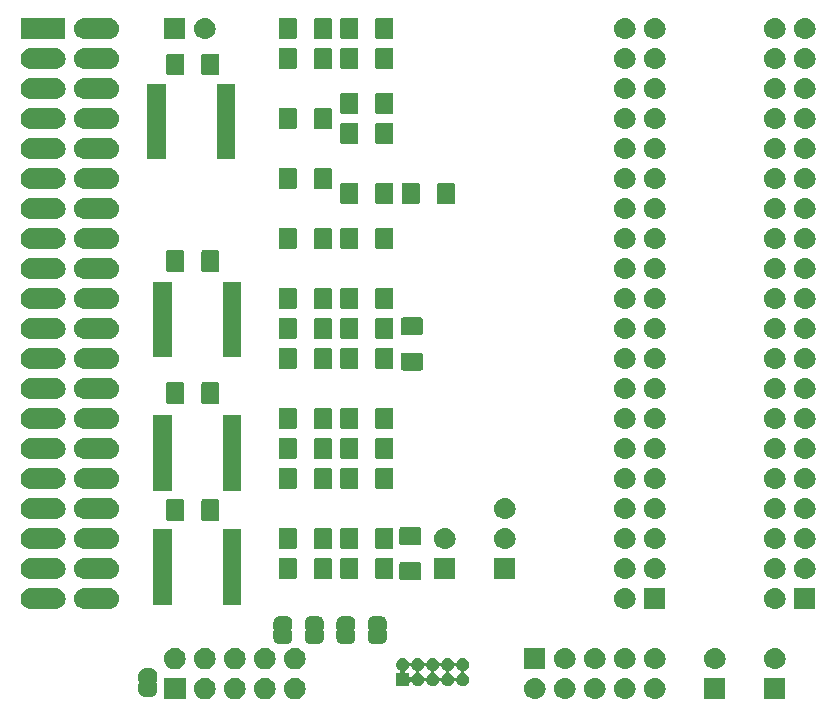
<source format=gbr>
G04 #@! TF.GenerationSoftware,KiCad,Pcbnew,(5.1.2)-2*
G04 #@! TF.CreationDate,2021-05-12T22:03:05+02:00*
G04 #@! TF.ProjectId,BeagleV Chew Toy,42656167-6c65-4562-9043-68657720546f,rev?*
G04 #@! TF.SameCoordinates,Original*
G04 #@! TF.FileFunction,Soldermask,Bot*
G04 #@! TF.FilePolarity,Negative*
%FSLAX46Y46*%
G04 Gerber Fmt 4.6, Leading zero omitted, Abs format (unit mm)*
G04 Created by KiCad (PCBNEW (5.1.2)-2) date 2021-05-12 22:03:05*
%MOMM*%
%LPD*%
G04 APERTURE LIST*
%ADD10C,0.100000*%
G04 APERTURE END LIST*
D10*
G36*
X150166294Y-135750633D02*
G01*
X150338695Y-135802931D01*
X150497583Y-135887858D01*
X150636849Y-136002151D01*
X150751142Y-136141417D01*
X150836069Y-136300305D01*
X150888367Y-136472706D01*
X150906025Y-136652000D01*
X150888367Y-136831294D01*
X150836069Y-137003695D01*
X150751142Y-137162583D01*
X150636849Y-137301849D01*
X150497583Y-137416142D01*
X150338695Y-137501069D01*
X150166294Y-137553367D01*
X150031931Y-137566600D01*
X149942069Y-137566600D01*
X149807706Y-137553367D01*
X149635305Y-137501069D01*
X149476417Y-137416142D01*
X149337151Y-137301849D01*
X149222858Y-137162583D01*
X149137931Y-137003695D01*
X149085633Y-136831294D01*
X149067975Y-136652000D01*
X149085633Y-136472706D01*
X149137931Y-136300305D01*
X149222858Y-136141417D01*
X149337151Y-136002151D01*
X149476417Y-135887858D01*
X149635305Y-135802931D01*
X149807706Y-135750633D01*
X149942069Y-135737400D01*
X150031931Y-135737400D01*
X150166294Y-135750633D01*
X150166294Y-135750633D01*
G37*
G36*
X147626294Y-135750633D02*
G01*
X147798695Y-135802931D01*
X147957583Y-135887858D01*
X148096849Y-136002151D01*
X148211142Y-136141417D01*
X148296069Y-136300305D01*
X148348367Y-136472706D01*
X148366025Y-136652000D01*
X148348367Y-136831294D01*
X148296069Y-137003695D01*
X148211142Y-137162583D01*
X148096849Y-137301849D01*
X147957583Y-137416142D01*
X147798695Y-137501069D01*
X147626294Y-137553367D01*
X147491931Y-137566600D01*
X147402069Y-137566600D01*
X147267706Y-137553367D01*
X147095305Y-137501069D01*
X146936417Y-137416142D01*
X146797151Y-137301849D01*
X146682858Y-137162583D01*
X146597931Y-137003695D01*
X146545633Y-136831294D01*
X146527975Y-136652000D01*
X146545633Y-136472706D01*
X146597931Y-136300305D01*
X146682858Y-136141417D01*
X146797151Y-136002151D01*
X146936417Y-135887858D01*
X147095305Y-135802931D01*
X147267706Y-135750633D01*
X147402069Y-135737400D01*
X147491931Y-135737400D01*
X147626294Y-135750633D01*
X147626294Y-135750633D01*
G37*
G36*
X145086294Y-135750633D02*
G01*
X145258695Y-135802931D01*
X145417583Y-135887858D01*
X145556849Y-136002151D01*
X145671142Y-136141417D01*
X145756069Y-136300305D01*
X145808367Y-136472706D01*
X145826025Y-136652000D01*
X145808367Y-136831294D01*
X145756069Y-137003695D01*
X145671142Y-137162583D01*
X145556849Y-137301849D01*
X145417583Y-137416142D01*
X145258695Y-137501069D01*
X145086294Y-137553367D01*
X144951931Y-137566600D01*
X144862069Y-137566600D01*
X144727706Y-137553367D01*
X144555305Y-137501069D01*
X144396417Y-137416142D01*
X144257151Y-137301849D01*
X144142858Y-137162583D01*
X144057931Y-137003695D01*
X144005633Y-136831294D01*
X143987975Y-136652000D01*
X144005633Y-136472706D01*
X144057931Y-136300305D01*
X144142858Y-136141417D01*
X144257151Y-136002151D01*
X144396417Y-135887858D01*
X144555305Y-135802931D01*
X144727706Y-135750633D01*
X144862069Y-135737400D01*
X144951931Y-135737400D01*
X145086294Y-135750633D01*
X145086294Y-135750633D01*
G37*
G36*
X140741600Y-137566600D02*
G01*
X138912400Y-137566600D01*
X138912400Y-135737400D01*
X140741600Y-135737400D01*
X140741600Y-137566600D01*
X140741600Y-137566600D01*
G37*
G36*
X142546294Y-135750633D02*
G01*
X142718695Y-135802931D01*
X142877583Y-135887858D01*
X143016849Y-136002151D01*
X143131142Y-136141417D01*
X143216069Y-136300305D01*
X143268367Y-136472706D01*
X143286025Y-136652000D01*
X143268367Y-136831294D01*
X143216069Y-137003695D01*
X143131142Y-137162583D01*
X143016849Y-137301849D01*
X142877583Y-137416142D01*
X142718695Y-137501069D01*
X142546294Y-137553367D01*
X142411931Y-137566600D01*
X142322069Y-137566600D01*
X142187706Y-137553367D01*
X142015305Y-137501069D01*
X141856417Y-137416142D01*
X141717151Y-137301849D01*
X141602858Y-137162583D01*
X141517931Y-137003695D01*
X141465633Y-136831294D01*
X141447975Y-136652000D01*
X141465633Y-136472706D01*
X141517931Y-136300305D01*
X141602858Y-136141417D01*
X141717151Y-136002151D01*
X141856417Y-135887858D01*
X142015305Y-135802931D01*
X142187706Y-135750633D01*
X142322069Y-135737400D01*
X142411931Y-135737400D01*
X142546294Y-135750633D01*
X142546294Y-135750633D01*
G37*
G36*
X172957442Y-135757518D02*
G01*
X173023627Y-135764037D01*
X173193466Y-135815557D01*
X173349991Y-135899222D01*
X173385729Y-135928552D01*
X173487186Y-136011814D01*
X173565885Y-136107710D01*
X173599778Y-136149009D01*
X173599779Y-136149011D01*
X173680648Y-136300304D01*
X173683443Y-136305534D01*
X173734963Y-136475373D01*
X173752359Y-136652000D01*
X173734963Y-136828627D01*
X173683443Y-136998466D01*
X173683442Y-136998468D01*
X173659180Y-137043858D01*
X173599778Y-137154991D01*
X173593547Y-137162583D01*
X173487186Y-137292186D01*
X173385729Y-137375448D01*
X173349991Y-137404778D01*
X173193466Y-137488443D01*
X173023627Y-137539963D01*
X172957443Y-137546481D01*
X172891260Y-137553000D01*
X172802740Y-137553000D01*
X172736557Y-137546481D01*
X172670373Y-137539963D01*
X172500534Y-137488443D01*
X172344009Y-137404778D01*
X172308271Y-137375448D01*
X172206814Y-137292186D01*
X172100453Y-137162583D01*
X172094222Y-137154991D01*
X172034820Y-137043858D01*
X172010558Y-136998468D01*
X172010557Y-136998466D01*
X171959037Y-136828627D01*
X171941641Y-136652000D01*
X171959037Y-136475373D01*
X172010557Y-136305534D01*
X172013353Y-136300304D01*
X172094221Y-136149011D01*
X172094222Y-136149009D01*
X172128115Y-136107710D01*
X172206814Y-136011814D01*
X172308271Y-135928552D01*
X172344009Y-135899222D01*
X172500534Y-135815557D01*
X172670373Y-135764037D01*
X172736558Y-135757518D01*
X172802740Y-135751000D01*
X172891260Y-135751000D01*
X172957442Y-135757518D01*
X172957442Y-135757518D01*
G37*
G36*
X170417442Y-135757518D02*
G01*
X170483627Y-135764037D01*
X170653466Y-135815557D01*
X170809991Y-135899222D01*
X170845729Y-135928552D01*
X170947186Y-136011814D01*
X171025885Y-136107710D01*
X171059778Y-136149009D01*
X171059779Y-136149011D01*
X171140648Y-136300304D01*
X171143443Y-136305534D01*
X171194963Y-136475373D01*
X171212359Y-136652000D01*
X171194963Y-136828627D01*
X171143443Y-136998466D01*
X171143442Y-136998468D01*
X171119180Y-137043858D01*
X171059778Y-137154991D01*
X171053547Y-137162583D01*
X170947186Y-137292186D01*
X170845729Y-137375448D01*
X170809991Y-137404778D01*
X170653466Y-137488443D01*
X170483627Y-137539963D01*
X170417443Y-137546481D01*
X170351260Y-137553000D01*
X170262740Y-137553000D01*
X170196557Y-137546481D01*
X170130373Y-137539963D01*
X169960534Y-137488443D01*
X169804009Y-137404778D01*
X169768271Y-137375448D01*
X169666814Y-137292186D01*
X169560453Y-137162583D01*
X169554222Y-137154991D01*
X169494820Y-137043858D01*
X169470558Y-136998468D01*
X169470557Y-136998466D01*
X169419037Y-136828627D01*
X169401641Y-136652000D01*
X169419037Y-136475373D01*
X169470557Y-136305534D01*
X169473353Y-136300304D01*
X169554221Y-136149011D01*
X169554222Y-136149009D01*
X169588115Y-136107710D01*
X169666814Y-136011814D01*
X169768271Y-135928552D01*
X169804009Y-135899222D01*
X169960534Y-135815557D01*
X170130373Y-135764037D01*
X170196558Y-135757518D01*
X170262740Y-135751000D01*
X170351260Y-135751000D01*
X170417442Y-135757518D01*
X170417442Y-135757518D01*
G37*
G36*
X186448000Y-137553000D02*
G01*
X184646000Y-137553000D01*
X184646000Y-135751000D01*
X186448000Y-135751000D01*
X186448000Y-137553000D01*
X186448000Y-137553000D01*
G37*
G36*
X191528000Y-137553000D02*
G01*
X189726000Y-137553000D01*
X189726000Y-135751000D01*
X191528000Y-135751000D01*
X191528000Y-137553000D01*
X191528000Y-137553000D01*
G37*
G36*
X175497442Y-135757518D02*
G01*
X175563627Y-135764037D01*
X175733466Y-135815557D01*
X175889991Y-135899222D01*
X175925729Y-135928552D01*
X176027186Y-136011814D01*
X176105885Y-136107710D01*
X176139778Y-136149009D01*
X176139779Y-136149011D01*
X176220648Y-136300304D01*
X176223443Y-136305534D01*
X176274963Y-136475373D01*
X176292359Y-136652000D01*
X176274963Y-136828627D01*
X176223443Y-136998466D01*
X176223442Y-136998468D01*
X176199180Y-137043858D01*
X176139778Y-137154991D01*
X176133547Y-137162583D01*
X176027186Y-137292186D01*
X175925729Y-137375448D01*
X175889991Y-137404778D01*
X175733466Y-137488443D01*
X175563627Y-137539963D01*
X175497443Y-137546481D01*
X175431260Y-137553000D01*
X175342740Y-137553000D01*
X175276557Y-137546481D01*
X175210373Y-137539963D01*
X175040534Y-137488443D01*
X174884009Y-137404778D01*
X174848271Y-137375448D01*
X174746814Y-137292186D01*
X174640453Y-137162583D01*
X174634222Y-137154991D01*
X174574820Y-137043858D01*
X174550558Y-136998468D01*
X174550557Y-136998466D01*
X174499037Y-136828627D01*
X174481641Y-136652000D01*
X174499037Y-136475373D01*
X174550557Y-136305534D01*
X174553353Y-136300304D01*
X174634221Y-136149011D01*
X174634222Y-136149009D01*
X174668115Y-136107710D01*
X174746814Y-136011814D01*
X174848271Y-135928552D01*
X174884009Y-135899222D01*
X175040534Y-135815557D01*
X175210373Y-135764037D01*
X175276558Y-135757518D01*
X175342740Y-135751000D01*
X175431260Y-135751000D01*
X175497442Y-135757518D01*
X175497442Y-135757518D01*
G37*
G36*
X178037442Y-135757518D02*
G01*
X178103627Y-135764037D01*
X178273466Y-135815557D01*
X178429991Y-135899222D01*
X178465729Y-135928552D01*
X178567186Y-136011814D01*
X178645885Y-136107710D01*
X178679778Y-136149009D01*
X178679779Y-136149011D01*
X178760648Y-136300304D01*
X178763443Y-136305534D01*
X178814963Y-136475373D01*
X178832359Y-136652000D01*
X178814963Y-136828627D01*
X178763443Y-136998466D01*
X178763442Y-136998468D01*
X178739180Y-137043858D01*
X178679778Y-137154991D01*
X178673547Y-137162583D01*
X178567186Y-137292186D01*
X178465729Y-137375448D01*
X178429991Y-137404778D01*
X178273466Y-137488443D01*
X178103627Y-137539963D01*
X178037443Y-137546481D01*
X177971260Y-137553000D01*
X177882740Y-137553000D01*
X177816557Y-137546481D01*
X177750373Y-137539963D01*
X177580534Y-137488443D01*
X177424009Y-137404778D01*
X177388271Y-137375448D01*
X177286814Y-137292186D01*
X177180453Y-137162583D01*
X177174222Y-137154991D01*
X177114820Y-137043858D01*
X177090558Y-136998468D01*
X177090557Y-136998466D01*
X177039037Y-136828627D01*
X177021641Y-136652000D01*
X177039037Y-136475373D01*
X177090557Y-136305534D01*
X177093353Y-136300304D01*
X177174221Y-136149011D01*
X177174222Y-136149009D01*
X177208115Y-136107710D01*
X177286814Y-136011814D01*
X177388271Y-135928552D01*
X177424009Y-135899222D01*
X177580534Y-135815557D01*
X177750373Y-135764037D01*
X177816558Y-135757518D01*
X177882740Y-135751000D01*
X177971260Y-135751000D01*
X178037442Y-135757518D01*
X178037442Y-135757518D01*
G37*
G36*
X180577442Y-135757518D02*
G01*
X180643627Y-135764037D01*
X180813466Y-135815557D01*
X180969991Y-135899222D01*
X181005729Y-135928552D01*
X181107186Y-136011814D01*
X181185885Y-136107710D01*
X181219778Y-136149009D01*
X181219779Y-136149011D01*
X181300648Y-136300304D01*
X181303443Y-136305534D01*
X181354963Y-136475373D01*
X181372359Y-136652000D01*
X181354963Y-136828627D01*
X181303443Y-136998466D01*
X181303442Y-136998468D01*
X181279180Y-137043858D01*
X181219778Y-137154991D01*
X181213547Y-137162583D01*
X181107186Y-137292186D01*
X181005729Y-137375448D01*
X180969991Y-137404778D01*
X180813466Y-137488443D01*
X180643627Y-137539963D01*
X180577443Y-137546481D01*
X180511260Y-137553000D01*
X180422740Y-137553000D01*
X180356557Y-137546481D01*
X180290373Y-137539963D01*
X180120534Y-137488443D01*
X179964009Y-137404778D01*
X179928271Y-137375448D01*
X179826814Y-137292186D01*
X179720453Y-137162583D01*
X179714222Y-137154991D01*
X179654820Y-137043858D01*
X179630558Y-136998468D01*
X179630557Y-136998466D01*
X179579037Y-136828627D01*
X179561641Y-136652000D01*
X179579037Y-136475373D01*
X179630557Y-136305534D01*
X179633353Y-136300304D01*
X179714221Y-136149011D01*
X179714222Y-136149009D01*
X179748115Y-136107710D01*
X179826814Y-136011814D01*
X179928271Y-135928552D01*
X179964009Y-135899222D01*
X180120534Y-135815557D01*
X180290373Y-135764037D01*
X180356558Y-135757518D01*
X180422740Y-135751000D01*
X180511260Y-135751000D01*
X180577442Y-135757518D01*
X180577442Y-135757518D01*
G37*
G36*
X137803199Y-134943954D02*
G01*
X137815450Y-134944556D01*
X137833869Y-134944556D01*
X137856149Y-134946750D01*
X137940233Y-134963476D01*
X137961660Y-134969976D01*
X138040858Y-135002780D01*
X138046303Y-135005691D01*
X138046309Y-135005693D01*
X138055169Y-135010429D01*
X138055173Y-135010432D01*
X138060614Y-135013340D01*
X138131899Y-135060971D01*
X138149204Y-135075172D01*
X138209828Y-135135796D01*
X138224029Y-135153101D01*
X138271660Y-135224386D01*
X138274568Y-135229827D01*
X138274571Y-135229831D01*
X138279307Y-135238691D01*
X138279309Y-135238697D01*
X138282220Y-135244142D01*
X138315024Y-135323340D01*
X138321524Y-135344767D01*
X138338250Y-135428851D01*
X138340444Y-135451131D01*
X138340444Y-135469550D01*
X138341046Y-135481801D01*
X138342852Y-135500139D01*
X138342852Y-135987860D01*
X138341263Y-136003999D01*
X138338348Y-136013608D01*
X138333610Y-136022472D01*
X138327237Y-136030237D01*
X138314794Y-136040448D01*
X138304425Y-136047378D01*
X138287098Y-136064705D01*
X138273485Y-136085080D01*
X138264109Y-136107720D01*
X138259329Y-136131753D01*
X138259330Y-136156257D01*
X138264112Y-136180290D01*
X138273490Y-136202929D01*
X138287105Y-136223302D01*
X138304432Y-136240629D01*
X138314802Y-136247558D01*
X138327237Y-136257763D01*
X138333610Y-136265528D01*
X138338348Y-136274392D01*
X138341263Y-136284001D01*
X138342852Y-136300140D01*
X138342852Y-136787862D01*
X138341046Y-136806199D01*
X138340444Y-136818450D01*
X138340444Y-136836869D01*
X138338250Y-136859149D01*
X138321524Y-136943233D01*
X138315024Y-136964660D01*
X138282220Y-137043858D01*
X138279309Y-137049303D01*
X138279307Y-137049309D01*
X138274571Y-137058169D01*
X138274568Y-137058173D01*
X138271660Y-137063614D01*
X138224029Y-137134899D01*
X138209828Y-137152204D01*
X138149204Y-137212828D01*
X138131899Y-137227029D01*
X138060614Y-137274660D01*
X138055173Y-137277568D01*
X138055169Y-137277571D01*
X138046309Y-137282307D01*
X138046303Y-137282309D01*
X138040858Y-137285220D01*
X137961660Y-137318024D01*
X137940233Y-137324524D01*
X137856149Y-137341250D01*
X137833869Y-137343444D01*
X137815450Y-137343444D01*
X137803199Y-137344046D01*
X137784862Y-137345852D01*
X137297138Y-137345852D01*
X137278801Y-137344046D01*
X137266550Y-137343444D01*
X137248131Y-137343444D01*
X137225851Y-137341250D01*
X137141767Y-137324524D01*
X137120340Y-137318024D01*
X137041142Y-137285220D01*
X137035697Y-137282309D01*
X137035691Y-137282307D01*
X137026831Y-137277571D01*
X137026827Y-137277568D01*
X137021386Y-137274660D01*
X136950101Y-137227029D01*
X136932796Y-137212828D01*
X136872172Y-137152204D01*
X136857971Y-137134899D01*
X136810340Y-137063614D01*
X136807432Y-137058173D01*
X136807429Y-137058169D01*
X136802693Y-137049309D01*
X136802691Y-137049303D01*
X136799780Y-137043858D01*
X136766976Y-136964660D01*
X136760476Y-136943233D01*
X136743750Y-136859149D01*
X136741556Y-136836869D01*
X136741556Y-136818450D01*
X136740954Y-136806199D01*
X136739148Y-136787862D01*
X136739148Y-136300140D01*
X136740737Y-136284001D01*
X136743652Y-136274392D01*
X136748390Y-136265528D01*
X136754763Y-136257763D01*
X136767206Y-136247552D01*
X136777575Y-136240622D01*
X136794902Y-136223295D01*
X136808515Y-136202920D01*
X136817891Y-136180280D01*
X136822671Y-136156247D01*
X136822670Y-136131743D01*
X136817888Y-136107710D01*
X136808510Y-136085071D01*
X136794895Y-136064698D01*
X136777568Y-136047371D01*
X136767198Y-136040442D01*
X136754763Y-136030237D01*
X136748390Y-136022472D01*
X136743652Y-136013608D01*
X136740737Y-136003999D01*
X136739148Y-135987860D01*
X136739148Y-135500139D01*
X136740954Y-135481801D01*
X136741556Y-135469550D01*
X136741556Y-135451131D01*
X136743750Y-135428851D01*
X136760476Y-135344767D01*
X136766976Y-135323340D01*
X136799780Y-135244142D01*
X136802691Y-135238697D01*
X136802693Y-135238691D01*
X136807429Y-135229831D01*
X136807432Y-135229827D01*
X136810340Y-135224386D01*
X136857971Y-135153101D01*
X136872172Y-135135796D01*
X136932796Y-135075172D01*
X136950101Y-135060971D01*
X137021386Y-135013340D01*
X137026827Y-135010432D01*
X137026831Y-135010429D01*
X137035691Y-135005693D01*
X137035697Y-135005691D01*
X137041142Y-135002780D01*
X137120340Y-134969976D01*
X137141767Y-134963476D01*
X137225851Y-134946750D01*
X137248131Y-134944556D01*
X137266550Y-134944556D01*
X137278801Y-134943954D01*
X137297139Y-134942148D01*
X137784861Y-134942148D01*
X137803199Y-134943954D01*
X137803199Y-134943954D01*
G37*
G36*
X159239015Y-134076973D02*
G01*
X159342879Y-134108479D01*
X159349466Y-134112000D01*
X159438600Y-134159643D01*
X159522501Y-134228499D01*
X159591357Y-134312400D01*
X159627995Y-134380945D01*
X159642521Y-134408121D01*
X159646388Y-134420869D01*
X159655760Y-134443496D01*
X159669374Y-134463870D01*
X159686701Y-134481197D01*
X159707075Y-134494811D01*
X159729714Y-134504188D01*
X159753747Y-134508969D01*
X159778251Y-134508969D01*
X159802285Y-134504189D01*
X159824924Y-134494812D01*
X159845298Y-134481198D01*
X159862625Y-134463871D01*
X159876239Y-134443497D01*
X159885612Y-134420869D01*
X159889479Y-134408121D01*
X159904005Y-134380945D01*
X159940643Y-134312400D01*
X160009499Y-134228499D01*
X160093400Y-134159643D01*
X160182534Y-134112000D01*
X160189121Y-134108479D01*
X160292985Y-134076973D01*
X160373933Y-134069000D01*
X160428067Y-134069000D01*
X160509015Y-134076973D01*
X160612879Y-134108479D01*
X160619466Y-134112000D01*
X160708600Y-134159643D01*
X160792501Y-134228499D01*
X160861357Y-134312400D01*
X160897995Y-134380945D01*
X160912521Y-134408121D01*
X160916388Y-134420869D01*
X160925760Y-134443496D01*
X160939374Y-134463870D01*
X160956701Y-134481197D01*
X160977075Y-134494811D01*
X160999714Y-134504188D01*
X161023747Y-134508969D01*
X161048251Y-134508969D01*
X161072285Y-134504189D01*
X161094924Y-134494812D01*
X161115298Y-134481198D01*
X161132625Y-134463871D01*
X161146239Y-134443497D01*
X161155612Y-134420869D01*
X161159479Y-134408121D01*
X161174005Y-134380945D01*
X161210643Y-134312400D01*
X161279499Y-134228499D01*
X161363400Y-134159643D01*
X161452534Y-134112000D01*
X161459121Y-134108479D01*
X161562985Y-134076973D01*
X161643933Y-134069000D01*
X161698067Y-134069000D01*
X161779015Y-134076973D01*
X161882879Y-134108479D01*
X161889466Y-134112000D01*
X161978600Y-134159643D01*
X162062501Y-134228499D01*
X162131357Y-134312400D01*
X162167995Y-134380945D01*
X162182521Y-134408121D01*
X162186388Y-134420869D01*
X162195760Y-134443496D01*
X162209374Y-134463870D01*
X162226701Y-134481197D01*
X162247075Y-134494811D01*
X162269714Y-134504188D01*
X162293747Y-134508969D01*
X162318251Y-134508969D01*
X162342285Y-134504189D01*
X162364924Y-134494812D01*
X162385298Y-134481198D01*
X162402625Y-134463871D01*
X162416239Y-134443497D01*
X162425612Y-134420869D01*
X162429479Y-134408121D01*
X162444005Y-134380945D01*
X162480643Y-134312400D01*
X162549499Y-134228499D01*
X162633400Y-134159643D01*
X162722534Y-134112000D01*
X162729121Y-134108479D01*
X162832985Y-134076973D01*
X162913933Y-134069000D01*
X162968067Y-134069000D01*
X163049015Y-134076973D01*
X163152879Y-134108479D01*
X163159466Y-134112000D01*
X163248600Y-134159643D01*
X163332501Y-134228499D01*
X163401357Y-134312400D01*
X163437995Y-134380945D01*
X163452521Y-134408121D01*
X163456388Y-134420869D01*
X163465760Y-134443496D01*
X163479374Y-134463870D01*
X163496701Y-134481197D01*
X163517075Y-134494811D01*
X163539714Y-134504188D01*
X163563747Y-134508969D01*
X163588251Y-134508969D01*
X163612285Y-134504189D01*
X163634924Y-134494812D01*
X163655298Y-134481198D01*
X163672625Y-134463871D01*
X163686239Y-134443497D01*
X163695612Y-134420869D01*
X163699479Y-134408121D01*
X163714005Y-134380945D01*
X163750643Y-134312400D01*
X163819499Y-134228499D01*
X163903400Y-134159643D01*
X163992534Y-134112000D01*
X163999121Y-134108479D01*
X164102985Y-134076973D01*
X164183933Y-134069000D01*
X164238067Y-134069000D01*
X164319015Y-134076973D01*
X164422879Y-134108479D01*
X164429466Y-134112000D01*
X164518600Y-134159643D01*
X164602501Y-134228499D01*
X164671357Y-134312400D01*
X164707995Y-134380945D01*
X164722521Y-134408121D01*
X164754027Y-134511985D01*
X164764666Y-134620000D01*
X164754027Y-134728015D01*
X164722521Y-134831879D01*
X164722519Y-134831882D01*
X164671357Y-134927600D01*
X164602501Y-135011501D01*
X164518600Y-135080357D01*
X164463014Y-135110068D01*
X164422879Y-135131521D01*
X164410131Y-135135388D01*
X164387504Y-135144760D01*
X164367130Y-135158374D01*
X164349803Y-135175701D01*
X164336189Y-135196075D01*
X164326812Y-135218714D01*
X164322031Y-135242747D01*
X164322031Y-135267251D01*
X164326811Y-135291285D01*
X164336188Y-135313924D01*
X164349802Y-135334298D01*
X164367129Y-135351625D01*
X164387503Y-135365239D01*
X164410131Y-135374612D01*
X164422879Y-135378479D01*
X164450055Y-135393005D01*
X164518600Y-135429643D01*
X164602501Y-135498499D01*
X164671357Y-135582400D01*
X164707995Y-135650945D01*
X164722521Y-135678121D01*
X164754027Y-135781985D01*
X164764666Y-135890000D01*
X164754027Y-135998015D01*
X164722521Y-136101879D01*
X164722191Y-136102496D01*
X164671357Y-136197600D01*
X164602501Y-136281501D01*
X164518600Y-136350357D01*
X164450055Y-136386995D01*
X164422879Y-136401521D01*
X164319015Y-136433027D01*
X164238067Y-136441000D01*
X164183933Y-136441000D01*
X164102985Y-136433027D01*
X163999121Y-136401521D01*
X163971945Y-136386995D01*
X163903400Y-136350357D01*
X163819499Y-136281501D01*
X163750643Y-136197600D01*
X163699809Y-136102496D01*
X163699479Y-136101879D01*
X163695612Y-136089131D01*
X163686240Y-136066504D01*
X163672626Y-136046130D01*
X163655299Y-136028803D01*
X163634925Y-136015189D01*
X163612286Y-136005812D01*
X163588253Y-136001031D01*
X163563749Y-136001031D01*
X163539715Y-136005811D01*
X163517076Y-136015188D01*
X163496702Y-136028802D01*
X163479375Y-136046129D01*
X163465761Y-136066503D01*
X163456388Y-136089131D01*
X163452521Y-136101879D01*
X163452191Y-136102496D01*
X163401357Y-136197600D01*
X163332501Y-136281501D01*
X163248600Y-136350357D01*
X163180055Y-136386995D01*
X163152879Y-136401521D01*
X163049015Y-136433027D01*
X162968067Y-136441000D01*
X162913933Y-136441000D01*
X162832985Y-136433027D01*
X162729121Y-136401521D01*
X162701945Y-136386995D01*
X162633400Y-136350357D01*
X162549499Y-136281501D01*
X162480643Y-136197600D01*
X162429809Y-136102496D01*
X162429479Y-136101879D01*
X162425612Y-136089131D01*
X162416240Y-136066504D01*
X162402626Y-136046130D01*
X162385299Y-136028803D01*
X162364925Y-136015189D01*
X162342286Y-136005812D01*
X162318253Y-136001031D01*
X162293749Y-136001031D01*
X162269715Y-136005811D01*
X162247076Y-136015188D01*
X162226702Y-136028802D01*
X162209375Y-136046129D01*
X162195761Y-136066503D01*
X162186388Y-136089131D01*
X162182521Y-136101879D01*
X162182191Y-136102496D01*
X162131357Y-136197600D01*
X162062501Y-136281501D01*
X161978600Y-136350357D01*
X161910055Y-136386995D01*
X161882879Y-136401521D01*
X161779015Y-136433027D01*
X161698067Y-136441000D01*
X161643933Y-136441000D01*
X161562985Y-136433027D01*
X161459121Y-136401521D01*
X161431945Y-136386995D01*
X161363400Y-136350357D01*
X161279499Y-136281501D01*
X161210643Y-136197600D01*
X161159809Y-136102496D01*
X161159479Y-136101879D01*
X161155612Y-136089131D01*
X161146240Y-136066504D01*
X161132626Y-136046130D01*
X161115299Y-136028803D01*
X161094925Y-136015189D01*
X161072286Y-136005812D01*
X161048253Y-136001031D01*
X161023749Y-136001031D01*
X160999715Y-136005811D01*
X160977076Y-136015188D01*
X160956702Y-136028802D01*
X160939375Y-136046129D01*
X160925761Y-136066503D01*
X160916388Y-136089131D01*
X160912521Y-136101879D01*
X160912191Y-136102496D01*
X160861357Y-136197600D01*
X160792501Y-136281501D01*
X160708600Y-136350357D01*
X160640055Y-136386995D01*
X160612879Y-136401521D01*
X160509015Y-136433027D01*
X160428067Y-136441000D01*
X160373933Y-136441000D01*
X160292985Y-136433027D01*
X160189121Y-136401521D01*
X160161945Y-136386995D01*
X160093400Y-136350357D01*
X160009499Y-136281501D01*
X159953065Y-136212735D01*
X159940644Y-136197600D01*
X159917236Y-136153807D01*
X159903625Y-136133437D01*
X159886298Y-136116110D01*
X159865924Y-136102496D01*
X159843285Y-136093119D01*
X159819252Y-136088338D01*
X159794748Y-136088338D01*
X159770714Y-136093118D01*
X159748076Y-136102495D01*
X159727701Y-136116109D01*
X159710374Y-136133436D01*
X159696760Y-136153810D01*
X159687383Y-136176449D01*
X159682602Y-136200482D01*
X159682000Y-136212735D01*
X159682000Y-136441000D01*
X158580000Y-136441000D01*
X158580000Y-135339000D01*
X158808265Y-135339000D01*
X158832651Y-135336598D01*
X158856100Y-135329485D01*
X158877711Y-135317934D01*
X158896653Y-135302389D01*
X158912198Y-135283447D01*
X158923749Y-135261836D01*
X158930862Y-135238387D01*
X158933264Y-135214001D01*
X158932058Y-135201748D01*
X159329338Y-135201748D01*
X159329338Y-135226252D01*
X159334118Y-135250286D01*
X159343495Y-135272924D01*
X159357109Y-135293299D01*
X159374436Y-135310626D01*
X159394810Y-135324240D01*
X159417449Y-135333617D01*
X159441482Y-135338398D01*
X159453735Y-135339000D01*
X159682000Y-135339000D01*
X159682000Y-135567265D01*
X159684402Y-135591651D01*
X159691515Y-135615100D01*
X159703066Y-135636711D01*
X159718611Y-135655653D01*
X159737553Y-135671198D01*
X159759164Y-135682749D01*
X159782613Y-135689862D01*
X159806999Y-135692264D01*
X159831385Y-135689862D01*
X159854834Y-135682749D01*
X159876445Y-135671198D01*
X159895387Y-135655653D01*
X159910932Y-135636711D01*
X159917233Y-135626198D01*
X159940644Y-135582400D01*
X160009499Y-135498499D01*
X160032880Y-135479311D01*
X160093400Y-135429643D01*
X160161945Y-135393005D01*
X160189121Y-135378479D01*
X160201869Y-135374612D01*
X160224496Y-135365240D01*
X160244870Y-135351626D01*
X160262197Y-135334299D01*
X160275811Y-135313925D01*
X160285188Y-135291286D01*
X160289969Y-135267253D01*
X160289969Y-135242749D01*
X160289969Y-135242747D01*
X160512031Y-135242747D01*
X160512031Y-135267251D01*
X160516811Y-135291285D01*
X160526188Y-135313924D01*
X160539802Y-135334298D01*
X160557129Y-135351625D01*
X160577503Y-135365239D01*
X160600131Y-135374612D01*
X160612879Y-135378479D01*
X160640055Y-135393005D01*
X160708600Y-135429643D01*
X160792501Y-135498499D01*
X160861357Y-135582400D01*
X160897995Y-135650945D01*
X160912521Y-135678121D01*
X160916388Y-135690869D01*
X160925760Y-135713496D01*
X160939374Y-135733870D01*
X160956701Y-135751197D01*
X160977075Y-135764811D01*
X160999714Y-135774188D01*
X161023747Y-135778969D01*
X161048251Y-135778969D01*
X161072285Y-135774189D01*
X161094924Y-135764812D01*
X161115298Y-135751198D01*
X161132625Y-135733871D01*
X161146239Y-135713497D01*
X161155612Y-135690869D01*
X161159479Y-135678121D01*
X161174005Y-135650945D01*
X161210643Y-135582400D01*
X161279499Y-135498499D01*
X161363400Y-135429643D01*
X161431945Y-135393005D01*
X161459121Y-135378479D01*
X161471869Y-135374612D01*
X161494496Y-135365240D01*
X161514870Y-135351626D01*
X161532197Y-135334299D01*
X161545811Y-135313925D01*
X161555188Y-135291286D01*
X161559969Y-135267253D01*
X161559969Y-135242749D01*
X161559969Y-135242747D01*
X161782031Y-135242747D01*
X161782031Y-135267251D01*
X161786811Y-135291285D01*
X161796188Y-135313924D01*
X161809802Y-135334298D01*
X161827129Y-135351625D01*
X161847503Y-135365239D01*
X161870131Y-135374612D01*
X161882879Y-135378479D01*
X161910055Y-135393005D01*
X161978600Y-135429643D01*
X162062501Y-135498499D01*
X162131357Y-135582400D01*
X162167995Y-135650945D01*
X162182521Y-135678121D01*
X162186388Y-135690869D01*
X162195760Y-135713496D01*
X162209374Y-135733870D01*
X162226701Y-135751197D01*
X162247075Y-135764811D01*
X162269714Y-135774188D01*
X162293747Y-135778969D01*
X162318251Y-135778969D01*
X162342285Y-135774189D01*
X162364924Y-135764812D01*
X162385298Y-135751198D01*
X162402625Y-135733871D01*
X162416239Y-135713497D01*
X162425612Y-135690869D01*
X162429479Y-135678121D01*
X162444005Y-135650945D01*
X162480643Y-135582400D01*
X162549499Y-135498499D01*
X162633400Y-135429643D01*
X162701945Y-135393005D01*
X162729121Y-135378479D01*
X162741869Y-135374612D01*
X162764496Y-135365240D01*
X162784870Y-135351626D01*
X162802197Y-135334299D01*
X162815811Y-135313925D01*
X162825188Y-135291286D01*
X162829969Y-135267253D01*
X162829969Y-135242749D01*
X162829969Y-135242747D01*
X163052031Y-135242747D01*
X163052031Y-135267251D01*
X163056811Y-135291285D01*
X163066188Y-135313924D01*
X163079802Y-135334298D01*
X163097129Y-135351625D01*
X163117503Y-135365239D01*
X163140131Y-135374612D01*
X163152879Y-135378479D01*
X163180055Y-135393005D01*
X163248600Y-135429643D01*
X163332501Y-135498499D01*
X163401357Y-135582400D01*
X163437995Y-135650945D01*
X163452521Y-135678121D01*
X163456388Y-135690869D01*
X163465760Y-135713496D01*
X163479374Y-135733870D01*
X163496701Y-135751197D01*
X163517075Y-135764811D01*
X163539714Y-135774188D01*
X163563747Y-135778969D01*
X163588251Y-135778969D01*
X163612285Y-135774189D01*
X163634924Y-135764812D01*
X163655298Y-135751198D01*
X163672625Y-135733871D01*
X163686239Y-135713497D01*
X163695612Y-135690869D01*
X163699479Y-135678121D01*
X163714005Y-135650945D01*
X163750643Y-135582400D01*
X163819499Y-135498499D01*
X163903400Y-135429643D01*
X163971945Y-135393005D01*
X163999121Y-135378479D01*
X164011869Y-135374612D01*
X164034496Y-135365240D01*
X164054870Y-135351626D01*
X164072197Y-135334299D01*
X164085811Y-135313925D01*
X164095188Y-135291286D01*
X164099969Y-135267253D01*
X164099969Y-135242749D01*
X164095189Y-135218715D01*
X164085812Y-135196076D01*
X164072198Y-135175702D01*
X164054871Y-135158375D01*
X164034497Y-135144761D01*
X164011869Y-135135388D01*
X163999121Y-135131521D01*
X163958986Y-135110068D01*
X163903400Y-135080357D01*
X163819499Y-135011501D01*
X163750643Y-134927600D01*
X163699481Y-134831882D01*
X163699479Y-134831879D01*
X163695612Y-134819131D01*
X163686240Y-134796504D01*
X163672626Y-134776130D01*
X163655299Y-134758803D01*
X163634925Y-134745189D01*
X163612286Y-134735812D01*
X163588253Y-134731031D01*
X163563749Y-134731031D01*
X163539715Y-134735811D01*
X163517076Y-134745188D01*
X163496702Y-134758802D01*
X163479375Y-134776129D01*
X163465761Y-134796503D01*
X163456388Y-134819131D01*
X163452521Y-134831879D01*
X163452519Y-134831882D01*
X163401357Y-134927600D01*
X163332501Y-135011501D01*
X163248600Y-135080357D01*
X163193014Y-135110068D01*
X163152879Y-135131521D01*
X163140131Y-135135388D01*
X163117504Y-135144760D01*
X163097130Y-135158374D01*
X163079803Y-135175701D01*
X163066189Y-135196075D01*
X163056812Y-135218714D01*
X163052031Y-135242747D01*
X162829969Y-135242747D01*
X162825189Y-135218715D01*
X162815812Y-135196076D01*
X162802198Y-135175702D01*
X162784871Y-135158375D01*
X162764497Y-135144761D01*
X162741869Y-135135388D01*
X162729121Y-135131521D01*
X162688986Y-135110068D01*
X162633400Y-135080357D01*
X162549499Y-135011501D01*
X162480643Y-134927600D01*
X162429481Y-134831882D01*
X162429479Y-134831879D01*
X162425612Y-134819131D01*
X162416240Y-134796504D01*
X162402626Y-134776130D01*
X162385299Y-134758803D01*
X162364925Y-134745189D01*
X162342286Y-134735812D01*
X162318253Y-134731031D01*
X162293749Y-134731031D01*
X162269715Y-134735811D01*
X162247076Y-134745188D01*
X162226702Y-134758802D01*
X162209375Y-134776129D01*
X162195761Y-134796503D01*
X162186388Y-134819131D01*
X162182521Y-134831879D01*
X162182519Y-134831882D01*
X162131357Y-134927600D01*
X162062501Y-135011501D01*
X161978600Y-135080357D01*
X161923014Y-135110068D01*
X161882879Y-135131521D01*
X161870131Y-135135388D01*
X161847504Y-135144760D01*
X161827130Y-135158374D01*
X161809803Y-135175701D01*
X161796189Y-135196075D01*
X161786812Y-135218714D01*
X161782031Y-135242747D01*
X161559969Y-135242747D01*
X161555189Y-135218715D01*
X161545812Y-135196076D01*
X161532198Y-135175702D01*
X161514871Y-135158375D01*
X161494497Y-135144761D01*
X161471869Y-135135388D01*
X161459121Y-135131521D01*
X161418986Y-135110068D01*
X161363400Y-135080357D01*
X161279499Y-135011501D01*
X161210643Y-134927600D01*
X161159481Y-134831882D01*
X161159479Y-134831879D01*
X161155612Y-134819131D01*
X161146240Y-134796504D01*
X161132626Y-134776130D01*
X161115299Y-134758803D01*
X161094925Y-134745189D01*
X161072286Y-134735812D01*
X161048253Y-134731031D01*
X161023749Y-134731031D01*
X160999715Y-134735811D01*
X160977076Y-134745188D01*
X160956702Y-134758802D01*
X160939375Y-134776129D01*
X160925761Y-134796503D01*
X160916388Y-134819131D01*
X160912521Y-134831879D01*
X160912519Y-134831882D01*
X160861357Y-134927600D01*
X160792501Y-135011501D01*
X160708600Y-135080357D01*
X160653014Y-135110068D01*
X160612879Y-135131521D01*
X160600131Y-135135388D01*
X160577504Y-135144760D01*
X160557130Y-135158374D01*
X160539803Y-135175701D01*
X160526189Y-135196075D01*
X160516812Y-135218714D01*
X160512031Y-135242747D01*
X160289969Y-135242747D01*
X160285189Y-135218715D01*
X160275812Y-135196076D01*
X160262198Y-135175702D01*
X160244871Y-135158375D01*
X160224497Y-135144761D01*
X160201869Y-135135388D01*
X160189121Y-135131521D01*
X160148986Y-135110068D01*
X160093400Y-135080357D01*
X160009499Y-135011501D01*
X159940643Y-134927600D01*
X159889481Y-134831882D01*
X159889479Y-134831879D01*
X159885612Y-134819131D01*
X159876240Y-134796504D01*
X159862626Y-134776130D01*
X159845299Y-134758803D01*
X159824925Y-134745189D01*
X159802286Y-134735812D01*
X159778253Y-134731031D01*
X159753749Y-134731031D01*
X159729715Y-134735811D01*
X159707076Y-134745188D01*
X159686702Y-134758802D01*
X159669375Y-134776129D01*
X159655761Y-134796503D01*
X159646388Y-134819131D01*
X159642521Y-134831879D01*
X159642519Y-134831882D01*
X159591357Y-134927600D01*
X159523381Y-135010429D01*
X159522501Y-135011501D01*
X159438600Y-135080356D01*
X159394807Y-135103764D01*
X159374437Y-135117375D01*
X159357110Y-135134702D01*
X159343496Y-135155076D01*
X159334119Y-135177715D01*
X159329338Y-135201748D01*
X158932058Y-135201748D01*
X158930862Y-135189615D01*
X158923749Y-135166166D01*
X158912198Y-135144555D01*
X158896653Y-135125613D01*
X158877711Y-135110068D01*
X158867198Y-135103767D01*
X158823400Y-135080356D01*
X158739499Y-135011501D01*
X158738619Y-135010429D01*
X158670643Y-134927600D01*
X158619481Y-134831882D01*
X158619479Y-134831879D01*
X158587973Y-134728015D01*
X158577334Y-134620000D01*
X158587973Y-134511985D01*
X158619479Y-134408121D01*
X158634005Y-134380945D01*
X158670643Y-134312400D01*
X158739499Y-134228499D01*
X158823400Y-134159643D01*
X158912534Y-134112000D01*
X158919121Y-134108479D01*
X159022985Y-134076973D01*
X159103933Y-134069000D01*
X159158067Y-134069000D01*
X159239015Y-134076973D01*
X159239015Y-134076973D01*
G37*
G36*
X140006294Y-133210633D02*
G01*
X140178695Y-133262931D01*
X140337583Y-133347858D01*
X140476849Y-133462151D01*
X140591142Y-133601417D01*
X140676069Y-133760305D01*
X140728367Y-133932706D01*
X140746025Y-134112000D01*
X140728367Y-134291294D01*
X140676069Y-134463695D01*
X140591142Y-134622583D01*
X140476849Y-134761849D01*
X140337583Y-134876142D01*
X140178695Y-134961069D01*
X140006294Y-135013367D01*
X139871931Y-135026600D01*
X139782069Y-135026600D01*
X139647706Y-135013367D01*
X139475305Y-134961069D01*
X139316417Y-134876142D01*
X139177151Y-134761849D01*
X139062858Y-134622583D01*
X138977931Y-134463695D01*
X138925633Y-134291294D01*
X138907975Y-134112000D01*
X138925633Y-133932706D01*
X138977931Y-133760305D01*
X139062858Y-133601417D01*
X139177151Y-133462151D01*
X139316417Y-133347858D01*
X139475305Y-133262931D01*
X139647706Y-133210633D01*
X139782069Y-133197400D01*
X139871931Y-133197400D01*
X140006294Y-133210633D01*
X140006294Y-133210633D01*
G37*
G36*
X145086294Y-133210633D02*
G01*
X145258695Y-133262931D01*
X145417583Y-133347858D01*
X145556849Y-133462151D01*
X145671142Y-133601417D01*
X145756069Y-133760305D01*
X145808367Y-133932706D01*
X145826025Y-134112000D01*
X145808367Y-134291294D01*
X145756069Y-134463695D01*
X145671142Y-134622583D01*
X145556849Y-134761849D01*
X145417583Y-134876142D01*
X145258695Y-134961069D01*
X145086294Y-135013367D01*
X144951931Y-135026600D01*
X144862069Y-135026600D01*
X144727706Y-135013367D01*
X144555305Y-134961069D01*
X144396417Y-134876142D01*
X144257151Y-134761849D01*
X144142858Y-134622583D01*
X144057931Y-134463695D01*
X144005633Y-134291294D01*
X143987975Y-134112000D01*
X144005633Y-133932706D01*
X144057931Y-133760305D01*
X144142858Y-133601417D01*
X144257151Y-133462151D01*
X144396417Y-133347858D01*
X144555305Y-133262931D01*
X144727706Y-133210633D01*
X144862069Y-133197400D01*
X144951931Y-133197400D01*
X145086294Y-133210633D01*
X145086294Y-133210633D01*
G37*
G36*
X150166294Y-133210633D02*
G01*
X150338695Y-133262931D01*
X150497583Y-133347858D01*
X150636849Y-133462151D01*
X150751142Y-133601417D01*
X150836069Y-133760305D01*
X150888367Y-133932706D01*
X150906025Y-134112000D01*
X150888367Y-134291294D01*
X150836069Y-134463695D01*
X150751142Y-134622583D01*
X150636849Y-134761849D01*
X150497583Y-134876142D01*
X150338695Y-134961069D01*
X150166294Y-135013367D01*
X150031931Y-135026600D01*
X149942069Y-135026600D01*
X149807706Y-135013367D01*
X149635305Y-134961069D01*
X149476417Y-134876142D01*
X149337151Y-134761849D01*
X149222858Y-134622583D01*
X149137931Y-134463695D01*
X149085633Y-134291294D01*
X149067975Y-134112000D01*
X149085633Y-133932706D01*
X149137931Y-133760305D01*
X149222858Y-133601417D01*
X149337151Y-133462151D01*
X149476417Y-133347858D01*
X149635305Y-133262931D01*
X149807706Y-133210633D01*
X149942069Y-133197400D01*
X150031931Y-133197400D01*
X150166294Y-133210633D01*
X150166294Y-133210633D01*
G37*
G36*
X142546294Y-133210633D02*
G01*
X142718695Y-133262931D01*
X142877583Y-133347858D01*
X143016849Y-133462151D01*
X143131142Y-133601417D01*
X143216069Y-133760305D01*
X143268367Y-133932706D01*
X143286025Y-134112000D01*
X143268367Y-134291294D01*
X143216069Y-134463695D01*
X143131142Y-134622583D01*
X143016849Y-134761849D01*
X142877583Y-134876142D01*
X142718695Y-134961069D01*
X142546294Y-135013367D01*
X142411931Y-135026600D01*
X142322069Y-135026600D01*
X142187706Y-135013367D01*
X142015305Y-134961069D01*
X141856417Y-134876142D01*
X141717151Y-134761849D01*
X141602858Y-134622583D01*
X141517931Y-134463695D01*
X141465633Y-134291294D01*
X141447975Y-134112000D01*
X141465633Y-133932706D01*
X141517931Y-133760305D01*
X141602858Y-133601417D01*
X141717151Y-133462151D01*
X141856417Y-133347858D01*
X142015305Y-133262931D01*
X142187706Y-133210633D01*
X142322069Y-133197400D01*
X142411931Y-133197400D01*
X142546294Y-133210633D01*
X142546294Y-133210633D01*
G37*
G36*
X147626294Y-133210633D02*
G01*
X147798695Y-133262931D01*
X147957583Y-133347858D01*
X148096849Y-133462151D01*
X148211142Y-133601417D01*
X148296069Y-133760305D01*
X148348367Y-133932706D01*
X148366025Y-134112000D01*
X148348367Y-134291294D01*
X148296069Y-134463695D01*
X148211142Y-134622583D01*
X148096849Y-134761849D01*
X147957583Y-134876142D01*
X147798695Y-134961069D01*
X147626294Y-135013367D01*
X147491931Y-135026600D01*
X147402069Y-135026600D01*
X147267706Y-135013367D01*
X147095305Y-134961069D01*
X146936417Y-134876142D01*
X146797151Y-134761849D01*
X146682858Y-134622583D01*
X146597931Y-134463695D01*
X146545633Y-134291294D01*
X146527975Y-134112000D01*
X146545633Y-133932706D01*
X146597931Y-133760305D01*
X146682858Y-133601417D01*
X146797151Y-133462151D01*
X146936417Y-133347858D01*
X147095305Y-133262931D01*
X147267706Y-133210633D01*
X147402069Y-133197400D01*
X147491931Y-133197400D01*
X147626294Y-133210633D01*
X147626294Y-133210633D01*
G37*
G36*
X171208000Y-135013000D02*
G01*
X169406000Y-135013000D01*
X169406000Y-133211000D01*
X171208000Y-133211000D01*
X171208000Y-135013000D01*
X171208000Y-135013000D01*
G37*
G36*
X175497443Y-133217519D02*
G01*
X175563627Y-133224037D01*
X175733466Y-133275557D01*
X175889991Y-133359222D01*
X175925729Y-133388552D01*
X176027186Y-133471814D01*
X176110448Y-133573271D01*
X176139778Y-133609009D01*
X176139779Y-133609011D01*
X176220648Y-133760304D01*
X176223443Y-133765534D01*
X176274963Y-133935373D01*
X176292359Y-134112000D01*
X176274963Y-134288627D01*
X176223443Y-134458466D01*
X176223442Y-134458468D01*
X176220554Y-134463871D01*
X176139778Y-134614991D01*
X176135667Y-134620000D01*
X176027186Y-134752186D01*
X175945597Y-134819143D01*
X175889991Y-134864778D01*
X175733466Y-134948443D01*
X175563627Y-134999963D01*
X175505448Y-135005693D01*
X175431260Y-135013000D01*
X175342740Y-135013000D01*
X175268552Y-135005693D01*
X175210373Y-134999963D01*
X175040534Y-134948443D01*
X174884009Y-134864778D01*
X174828403Y-134819143D01*
X174746814Y-134752186D01*
X174638333Y-134620000D01*
X174634222Y-134614991D01*
X174553446Y-134463871D01*
X174550558Y-134458468D01*
X174550557Y-134458466D01*
X174499037Y-134288627D01*
X174481641Y-134112000D01*
X174499037Y-133935373D01*
X174550557Y-133765534D01*
X174553353Y-133760304D01*
X174634221Y-133609011D01*
X174634222Y-133609009D01*
X174663552Y-133573271D01*
X174746814Y-133471814D01*
X174848271Y-133388552D01*
X174884009Y-133359222D01*
X175040534Y-133275557D01*
X175210373Y-133224037D01*
X175276557Y-133217519D01*
X175342740Y-133211000D01*
X175431260Y-133211000D01*
X175497443Y-133217519D01*
X175497443Y-133217519D01*
G37*
G36*
X172957443Y-133217519D02*
G01*
X173023627Y-133224037D01*
X173193466Y-133275557D01*
X173349991Y-133359222D01*
X173385729Y-133388552D01*
X173487186Y-133471814D01*
X173570448Y-133573271D01*
X173599778Y-133609009D01*
X173599779Y-133609011D01*
X173680648Y-133760304D01*
X173683443Y-133765534D01*
X173734963Y-133935373D01*
X173752359Y-134112000D01*
X173734963Y-134288627D01*
X173683443Y-134458466D01*
X173683442Y-134458468D01*
X173680554Y-134463871D01*
X173599778Y-134614991D01*
X173595667Y-134620000D01*
X173487186Y-134752186D01*
X173405597Y-134819143D01*
X173349991Y-134864778D01*
X173193466Y-134948443D01*
X173023627Y-134999963D01*
X172965448Y-135005693D01*
X172891260Y-135013000D01*
X172802740Y-135013000D01*
X172728552Y-135005693D01*
X172670373Y-134999963D01*
X172500534Y-134948443D01*
X172344009Y-134864778D01*
X172288403Y-134819143D01*
X172206814Y-134752186D01*
X172098333Y-134620000D01*
X172094222Y-134614991D01*
X172013446Y-134463871D01*
X172010558Y-134458468D01*
X172010557Y-134458466D01*
X171959037Y-134288627D01*
X171941641Y-134112000D01*
X171959037Y-133935373D01*
X172010557Y-133765534D01*
X172013353Y-133760304D01*
X172094221Y-133609011D01*
X172094222Y-133609009D01*
X172123552Y-133573271D01*
X172206814Y-133471814D01*
X172308271Y-133388552D01*
X172344009Y-133359222D01*
X172500534Y-133275557D01*
X172670373Y-133224037D01*
X172736557Y-133217519D01*
X172802740Y-133211000D01*
X172891260Y-133211000D01*
X172957443Y-133217519D01*
X172957443Y-133217519D01*
G37*
G36*
X180577443Y-133217519D02*
G01*
X180643627Y-133224037D01*
X180813466Y-133275557D01*
X180969991Y-133359222D01*
X181005729Y-133388552D01*
X181107186Y-133471814D01*
X181190448Y-133573271D01*
X181219778Y-133609009D01*
X181219779Y-133609011D01*
X181300648Y-133760304D01*
X181303443Y-133765534D01*
X181354963Y-133935373D01*
X181372359Y-134112000D01*
X181354963Y-134288627D01*
X181303443Y-134458466D01*
X181303442Y-134458468D01*
X181300554Y-134463871D01*
X181219778Y-134614991D01*
X181215667Y-134620000D01*
X181107186Y-134752186D01*
X181025597Y-134819143D01*
X180969991Y-134864778D01*
X180813466Y-134948443D01*
X180643627Y-134999963D01*
X180585448Y-135005693D01*
X180511260Y-135013000D01*
X180422740Y-135013000D01*
X180348552Y-135005693D01*
X180290373Y-134999963D01*
X180120534Y-134948443D01*
X179964009Y-134864778D01*
X179908403Y-134819143D01*
X179826814Y-134752186D01*
X179718333Y-134620000D01*
X179714222Y-134614991D01*
X179633446Y-134463871D01*
X179630558Y-134458468D01*
X179630557Y-134458466D01*
X179579037Y-134288627D01*
X179561641Y-134112000D01*
X179579037Y-133935373D01*
X179630557Y-133765534D01*
X179633353Y-133760304D01*
X179714221Y-133609011D01*
X179714222Y-133609009D01*
X179743552Y-133573271D01*
X179826814Y-133471814D01*
X179928271Y-133388552D01*
X179964009Y-133359222D01*
X180120534Y-133275557D01*
X180290373Y-133224037D01*
X180356557Y-133217519D01*
X180422740Y-133211000D01*
X180511260Y-133211000D01*
X180577443Y-133217519D01*
X180577443Y-133217519D01*
G37*
G36*
X178037443Y-133217519D02*
G01*
X178103627Y-133224037D01*
X178273466Y-133275557D01*
X178429991Y-133359222D01*
X178465729Y-133388552D01*
X178567186Y-133471814D01*
X178650448Y-133573271D01*
X178679778Y-133609009D01*
X178679779Y-133609011D01*
X178760648Y-133760304D01*
X178763443Y-133765534D01*
X178814963Y-133935373D01*
X178832359Y-134112000D01*
X178814963Y-134288627D01*
X178763443Y-134458466D01*
X178763442Y-134458468D01*
X178760554Y-134463871D01*
X178679778Y-134614991D01*
X178675667Y-134620000D01*
X178567186Y-134752186D01*
X178485597Y-134819143D01*
X178429991Y-134864778D01*
X178273466Y-134948443D01*
X178103627Y-134999963D01*
X178045448Y-135005693D01*
X177971260Y-135013000D01*
X177882740Y-135013000D01*
X177808552Y-135005693D01*
X177750373Y-134999963D01*
X177580534Y-134948443D01*
X177424009Y-134864778D01*
X177368403Y-134819143D01*
X177286814Y-134752186D01*
X177178333Y-134620000D01*
X177174222Y-134614991D01*
X177093446Y-134463871D01*
X177090558Y-134458468D01*
X177090557Y-134458466D01*
X177039037Y-134288627D01*
X177021641Y-134112000D01*
X177039037Y-133935373D01*
X177090557Y-133765534D01*
X177093353Y-133760304D01*
X177174221Y-133609011D01*
X177174222Y-133609009D01*
X177203552Y-133573271D01*
X177286814Y-133471814D01*
X177388271Y-133388552D01*
X177424009Y-133359222D01*
X177580534Y-133275557D01*
X177750373Y-133224037D01*
X177816557Y-133217519D01*
X177882740Y-133211000D01*
X177971260Y-133211000D01*
X178037443Y-133217519D01*
X178037443Y-133217519D01*
G37*
G36*
X190737443Y-133217519D02*
G01*
X190803627Y-133224037D01*
X190973466Y-133275557D01*
X191129991Y-133359222D01*
X191165729Y-133388552D01*
X191267186Y-133471814D01*
X191350448Y-133573271D01*
X191379778Y-133609009D01*
X191379779Y-133609011D01*
X191460648Y-133760304D01*
X191463443Y-133765534D01*
X191514963Y-133935373D01*
X191532359Y-134112000D01*
X191514963Y-134288627D01*
X191463443Y-134458466D01*
X191463442Y-134458468D01*
X191460554Y-134463871D01*
X191379778Y-134614991D01*
X191375667Y-134620000D01*
X191267186Y-134752186D01*
X191185597Y-134819143D01*
X191129991Y-134864778D01*
X190973466Y-134948443D01*
X190803627Y-134999963D01*
X190745448Y-135005693D01*
X190671260Y-135013000D01*
X190582740Y-135013000D01*
X190508552Y-135005693D01*
X190450373Y-134999963D01*
X190280534Y-134948443D01*
X190124009Y-134864778D01*
X190068403Y-134819143D01*
X189986814Y-134752186D01*
X189878333Y-134620000D01*
X189874222Y-134614991D01*
X189793446Y-134463871D01*
X189790558Y-134458468D01*
X189790557Y-134458466D01*
X189739037Y-134288627D01*
X189721641Y-134112000D01*
X189739037Y-133935373D01*
X189790557Y-133765534D01*
X189793353Y-133760304D01*
X189874221Y-133609011D01*
X189874222Y-133609009D01*
X189903552Y-133573271D01*
X189986814Y-133471814D01*
X190088271Y-133388552D01*
X190124009Y-133359222D01*
X190280534Y-133275557D01*
X190450373Y-133224037D01*
X190516557Y-133217519D01*
X190582740Y-133211000D01*
X190671260Y-133211000D01*
X190737443Y-133217519D01*
X190737443Y-133217519D01*
G37*
G36*
X185657443Y-133217519D02*
G01*
X185723627Y-133224037D01*
X185893466Y-133275557D01*
X186049991Y-133359222D01*
X186085729Y-133388552D01*
X186187186Y-133471814D01*
X186270448Y-133573271D01*
X186299778Y-133609009D01*
X186299779Y-133609011D01*
X186380648Y-133760304D01*
X186383443Y-133765534D01*
X186434963Y-133935373D01*
X186452359Y-134112000D01*
X186434963Y-134288627D01*
X186383443Y-134458466D01*
X186383442Y-134458468D01*
X186380554Y-134463871D01*
X186299778Y-134614991D01*
X186295667Y-134620000D01*
X186187186Y-134752186D01*
X186105597Y-134819143D01*
X186049991Y-134864778D01*
X185893466Y-134948443D01*
X185723627Y-134999963D01*
X185665448Y-135005693D01*
X185591260Y-135013000D01*
X185502740Y-135013000D01*
X185428552Y-135005693D01*
X185370373Y-134999963D01*
X185200534Y-134948443D01*
X185044009Y-134864778D01*
X184988403Y-134819143D01*
X184906814Y-134752186D01*
X184798333Y-134620000D01*
X184794222Y-134614991D01*
X184713446Y-134463871D01*
X184710558Y-134458468D01*
X184710557Y-134458466D01*
X184659037Y-134288627D01*
X184641641Y-134112000D01*
X184659037Y-133935373D01*
X184710557Y-133765534D01*
X184713353Y-133760304D01*
X184794221Y-133609011D01*
X184794222Y-133609009D01*
X184823552Y-133573271D01*
X184906814Y-133471814D01*
X185008271Y-133388552D01*
X185044009Y-133359222D01*
X185200534Y-133275557D01*
X185370373Y-133224037D01*
X185436557Y-133217519D01*
X185502740Y-133211000D01*
X185591260Y-133211000D01*
X185657443Y-133217519D01*
X185657443Y-133217519D01*
G37*
G36*
X149233199Y-130498954D02*
G01*
X149245450Y-130499556D01*
X149263869Y-130499556D01*
X149286149Y-130501750D01*
X149370233Y-130518476D01*
X149391660Y-130524976D01*
X149470858Y-130557780D01*
X149476303Y-130560691D01*
X149476309Y-130560693D01*
X149485169Y-130565429D01*
X149485173Y-130565432D01*
X149490614Y-130568340D01*
X149561899Y-130615971D01*
X149579204Y-130630172D01*
X149639828Y-130690796D01*
X149654029Y-130708101D01*
X149701660Y-130779386D01*
X149704568Y-130784827D01*
X149704571Y-130784831D01*
X149709307Y-130793691D01*
X149709309Y-130793697D01*
X149712220Y-130799142D01*
X149745024Y-130878340D01*
X149751524Y-130899767D01*
X149768250Y-130983851D01*
X149770444Y-131006131D01*
X149770444Y-131024550D01*
X149771046Y-131036801D01*
X149772852Y-131055139D01*
X149772852Y-131542860D01*
X149771263Y-131558999D01*
X149768348Y-131568608D01*
X149763610Y-131577472D01*
X149757237Y-131585237D01*
X149744794Y-131595448D01*
X149734425Y-131602378D01*
X149717098Y-131619705D01*
X149703485Y-131640080D01*
X149694109Y-131662720D01*
X149689329Y-131686753D01*
X149689330Y-131711257D01*
X149694112Y-131735290D01*
X149703490Y-131757929D01*
X149717105Y-131778302D01*
X149734432Y-131795629D01*
X149744802Y-131802558D01*
X149757237Y-131812763D01*
X149763610Y-131820528D01*
X149768348Y-131829392D01*
X149771263Y-131839001D01*
X149772852Y-131855140D01*
X149772852Y-132342862D01*
X149771046Y-132361199D01*
X149770444Y-132373450D01*
X149770444Y-132391869D01*
X149768250Y-132414149D01*
X149751524Y-132498233D01*
X149745024Y-132519660D01*
X149712220Y-132598858D01*
X149709309Y-132604303D01*
X149709307Y-132604309D01*
X149704571Y-132613169D01*
X149704568Y-132613173D01*
X149701660Y-132618614D01*
X149654029Y-132689899D01*
X149639828Y-132707204D01*
X149579204Y-132767828D01*
X149561899Y-132782029D01*
X149490614Y-132829660D01*
X149485173Y-132832568D01*
X149485169Y-132832571D01*
X149476309Y-132837307D01*
X149476303Y-132837309D01*
X149470858Y-132840220D01*
X149391660Y-132873024D01*
X149370233Y-132879524D01*
X149286149Y-132896250D01*
X149263869Y-132898444D01*
X149245450Y-132898444D01*
X149233199Y-132899046D01*
X149214862Y-132900852D01*
X148727138Y-132900852D01*
X148708801Y-132899046D01*
X148696550Y-132898444D01*
X148678131Y-132898444D01*
X148655851Y-132896250D01*
X148571767Y-132879524D01*
X148550340Y-132873024D01*
X148471142Y-132840220D01*
X148465697Y-132837309D01*
X148465691Y-132837307D01*
X148456831Y-132832571D01*
X148456827Y-132832568D01*
X148451386Y-132829660D01*
X148380101Y-132782029D01*
X148362796Y-132767828D01*
X148302172Y-132707204D01*
X148287971Y-132689899D01*
X148240340Y-132618614D01*
X148237432Y-132613173D01*
X148237429Y-132613169D01*
X148232693Y-132604309D01*
X148232691Y-132604303D01*
X148229780Y-132598858D01*
X148196976Y-132519660D01*
X148190476Y-132498233D01*
X148173750Y-132414149D01*
X148171556Y-132391869D01*
X148171556Y-132373450D01*
X148170954Y-132361199D01*
X148169148Y-132342862D01*
X148169148Y-131855140D01*
X148170737Y-131839001D01*
X148173652Y-131829392D01*
X148178390Y-131820528D01*
X148184763Y-131812763D01*
X148197206Y-131802552D01*
X148207575Y-131795622D01*
X148224902Y-131778295D01*
X148238515Y-131757920D01*
X148247891Y-131735280D01*
X148252671Y-131711247D01*
X148252670Y-131686743D01*
X148247888Y-131662710D01*
X148238510Y-131640071D01*
X148224895Y-131619698D01*
X148207568Y-131602371D01*
X148197198Y-131595442D01*
X148184763Y-131585237D01*
X148178390Y-131577472D01*
X148173652Y-131568608D01*
X148170737Y-131558999D01*
X148169148Y-131542860D01*
X148169148Y-131055139D01*
X148170954Y-131036801D01*
X148171556Y-131024550D01*
X148171556Y-131006131D01*
X148173750Y-130983851D01*
X148190476Y-130899767D01*
X148196976Y-130878340D01*
X148229780Y-130799142D01*
X148232691Y-130793697D01*
X148232693Y-130793691D01*
X148237429Y-130784831D01*
X148237432Y-130784827D01*
X148240340Y-130779386D01*
X148287971Y-130708101D01*
X148302172Y-130690796D01*
X148362796Y-130630172D01*
X148380101Y-130615971D01*
X148451386Y-130568340D01*
X148456827Y-130565432D01*
X148456831Y-130565429D01*
X148465691Y-130560693D01*
X148465697Y-130560691D01*
X148471142Y-130557780D01*
X148550340Y-130524976D01*
X148571767Y-130518476D01*
X148655851Y-130501750D01*
X148678131Y-130499556D01*
X148696550Y-130499556D01*
X148708801Y-130498954D01*
X148727139Y-130497148D01*
X149214861Y-130497148D01*
X149233199Y-130498954D01*
X149233199Y-130498954D01*
G37*
G36*
X151900199Y-130498954D02*
G01*
X151912450Y-130499556D01*
X151930869Y-130499556D01*
X151953149Y-130501750D01*
X152037233Y-130518476D01*
X152058660Y-130524976D01*
X152137858Y-130557780D01*
X152143303Y-130560691D01*
X152143309Y-130560693D01*
X152152169Y-130565429D01*
X152152173Y-130565432D01*
X152157614Y-130568340D01*
X152228899Y-130615971D01*
X152246204Y-130630172D01*
X152306828Y-130690796D01*
X152321029Y-130708101D01*
X152368660Y-130779386D01*
X152371568Y-130784827D01*
X152371571Y-130784831D01*
X152376307Y-130793691D01*
X152376309Y-130793697D01*
X152379220Y-130799142D01*
X152412024Y-130878340D01*
X152418524Y-130899767D01*
X152435250Y-130983851D01*
X152437444Y-131006131D01*
X152437444Y-131024550D01*
X152438046Y-131036801D01*
X152439852Y-131055139D01*
X152439852Y-131542860D01*
X152438263Y-131558999D01*
X152435348Y-131568608D01*
X152430610Y-131577472D01*
X152424237Y-131585237D01*
X152411794Y-131595448D01*
X152401425Y-131602378D01*
X152384098Y-131619705D01*
X152370485Y-131640080D01*
X152361109Y-131662720D01*
X152356329Y-131686753D01*
X152356330Y-131711257D01*
X152361112Y-131735290D01*
X152370490Y-131757929D01*
X152384105Y-131778302D01*
X152401432Y-131795629D01*
X152411802Y-131802558D01*
X152424237Y-131812763D01*
X152430610Y-131820528D01*
X152435348Y-131829392D01*
X152438263Y-131839001D01*
X152439852Y-131855140D01*
X152439852Y-132342862D01*
X152438046Y-132361199D01*
X152437444Y-132373450D01*
X152437444Y-132391869D01*
X152435250Y-132414149D01*
X152418524Y-132498233D01*
X152412024Y-132519660D01*
X152379220Y-132598858D01*
X152376309Y-132604303D01*
X152376307Y-132604309D01*
X152371571Y-132613169D01*
X152371568Y-132613173D01*
X152368660Y-132618614D01*
X152321029Y-132689899D01*
X152306828Y-132707204D01*
X152246204Y-132767828D01*
X152228899Y-132782029D01*
X152157614Y-132829660D01*
X152152173Y-132832568D01*
X152152169Y-132832571D01*
X152143309Y-132837307D01*
X152143303Y-132837309D01*
X152137858Y-132840220D01*
X152058660Y-132873024D01*
X152037233Y-132879524D01*
X151953149Y-132896250D01*
X151930869Y-132898444D01*
X151912450Y-132898444D01*
X151900199Y-132899046D01*
X151881862Y-132900852D01*
X151394138Y-132900852D01*
X151375801Y-132899046D01*
X151363550Y-132898444D01*
X151345131Y-132898444D01*
X151322851Y-132896250D01*
X151238767Y-132879524D01*
X151217340Y-132873024D01*
X151138142Y-132840220D01*
X151132697Y-132837309D01*
X151132691Y-132837307D01*
X151123831Y-132832571D01*
X151123827Y-132832568D01*
X151118386Y-132829660D01*
X151047101Y-132782029D01*
X151029796Y-132767828D01*
X150969172Y-132707204D01*
X150954971Y-132689899D01*
X150907340Y-132618614D01*
X150904432Y-132613173D01*
X150904429Y-132613169D01*
X150899693Y-132604309D01*
X150899691Y-132604303D01*
X150896780Y-132598858D01*
X150863976Y-132519660D01*
X150857476Y-132498233D01*
X150840750Y-132414149D01*
X150838556Y-132391869D01*
X150838556Y-132373450D01*
X150837954Y-132361199D01*
X150836148Y-132342862D01*
X150836148Y-131855140D01*
X150837737Y-131839001D01*
X150840652Y-131829392D01*
X150845390Y-131820528D01*
X150851763Y-131812763D01*
X150864206Y-131802552D01*
X150874575Y-131795622D01*
X150891902Y-131778295D01*
X150905515Y-131757920D01*
X150914891Y-131735280D01*
X150919671Y-131711247D01*
X150919670Y-131686743D01*
X150914888Y-131662710D01*
X150905510Y-131640071D01*
X150891895Y-131619698D01*
X150874568Y-131602371D01*
X150864198Y-131595442D01*
X150851763Y-131585237D01*
X150845390Y-131577472D01*
X150840652Y-131568608D01*
X150837737Y-131558999D01*
X150836148Y-131542860D01*
X150836148Y-131055139D01*
X150837954Y-131036801D01*
X150838556Y-131024550D01*
X150838556Y-131006131D01*
X150840750Y-130983851D01*
X150857476Y-130899767D01*
X150863976Y-130878340D01*
X150896780Y-130799142D01*
X150899691Y-130793697D01*
X150899693Y-130793691D01*
X150904429Y-130784831D01*
X150904432Y-130784827D01*
X150907340Y-130779386D01*
X150954971Y-130708101D01*
X150969172Y-130690796D01*
X151029796Y-130630172D01*
X151047101Y-130615971D01*
X151118386Y-130568340D01*
X151123827Y-130565432D01*
X151123831Y-130565429D01*
X151132691Y-130560693D01*
X151132697Y-130560691D01*
X151138142Y-130557780D01*
X151217340Y-130524976D01*
X151238767Y-130518476D01*
X151322851Y-130501750D01*
X151345131Y-130499556D01*
X151363550Y-130499556D01*
X151375801Y-130498954D01*
X151394139Y-130497148D01*
X151881861Y-130497148D01*
X151900199Y-130498954D01*
X151900199Y-130498954D01*
G37*
G36*
X154567199Y-130498954D02*
G01*
X154579450Y-130499556D01*
X154597869Y-130499556D01*
X154620149Y-130501750D01*
X154704233Y-130518476D01*
X154725660Y-130524976D01*
X154804858Y-130557780D01*
X154810303Y-130560691D01*
X154810309Y-130560693D01*
X154819169Y-130565429D01*
X154819173Y-130565432D01*
X154824614Y-130568340D01*
X154895899Y-130615971D01*
X154913204Y-130630172D01*
X154973828Y-130690796D01*
X154988029Y-130708101D01*
X155035660Y-130779386D01*
X155038568Y-130784827D01*
X155038571Y-130784831D01*
X155043307Y-130793691D01*
X155043309Y-130793697D01*
X155046220Y-130799142D01*
X155079024Y-130878340D01*
X155085524Y-130899767D01*
X155102250Y-130983851D01*
X155104444Y-131006131D01*
X155104444Y-131024550D01*
X155105046Y-131036801D01*
X155106852Y-131055139D01*
X155106852Y-131542860D01*
X155105263Y-131558999D01*
X155102348Y-131568608D01*
X155097610Y-131577472D01*
X155091237Y-131585237D01*
X155078794Y-131595448D01*
X155068425Y-131602378D01*
X155051098Y-131619705D01*
X155037485Y-131640080D01*
X155028109Y-131662720D01*
X155023329Y-131686753D01*
X155023330Y-131711257D01*
X155028112Y-131735290D01*
X155037490Y-131757929D01*
X155051105Y-131778302D01*
X155068432Y-131795629D01*
X155078802Y-131802558D01*
X155091237Y-131812763D01*
X155097610Y-131820528D01*
X155102348Y-131829392D01*
X155105263Y-131839001D01*
X155106852Y-131855140D01*
X155106852Y-132342862D01*
X155105046Y-132361199D01*
X155104444Y-132373450D01*
X155104444Y-132391869D01*
X155102250Y-132414149D01*
X155085524Y-132498233D01*
X155079024Y-132519660D01*
X155046220Y-132598858D01*
X155043309Y-132604303D01*
X155043307Y-132604309D01*
X155038571Y-132613169D01*
X155038568Y-132613173D01*
X155035660Y-132618614D01*
X154988029Y-132689899D01*
X154973828Y-132707204D01*
X154913204Y-132767828D01*
X154895899Y-132782029D01*
X154824614Y-132829660D01*
X154819173Y-132832568D01*
X154819169Y-132832571D01*
X154810309Y-132837307D01*
X154810303Y-132837309D01*
X154804858Y-132840220D01*
X154725660Y-132873024D01*
X154704233Y-132879524D01*
X154620149Y-132896250D01*
X154597869Y-132898444D01*
X154579450Y-132898444D01*
X154567199Y-132899046D01*
X154548862Y-132900852D01*
X154061138Y-132900852D01*
X154042801Y-132899046D01*
X154030550Y-132898444D01*
X154012131Y-132898444D01*
X153989851Y-132896250D01*
X153905767Y-132879524D01*
X153884340Y-132873024D01*
X153805142Y-132840220D01*
X153799697Y-132837309D01*
X153799691Y-132837307D01*
X153790831Y-132832571D01*
X153790827Y-132832568D01*
X153785386Y-132829660D01*
X153714101Y-132782029D01*
X153696796Y-132767828D01*
X153636172Y-132707204D01*
X153621971Y-132689899D01*
X153574340Y-132618614D01*
X153571432Y-132613173D01*
X153571429Y-132613169D01*
X153566693Y-132604309D01*
X153566691Y-132604303D01*
X153563780Y-132598858D01*
X153530976Y-132519660D01*
X153524476Y-132498233D01*
X153507750Y-132414149D01*
X153505556Y-132391869D01*
X153505556Y-132373450D01*
X153504954Y-132361199D01*
X153503148Y-132342862D01*
X153503148Y-131855140D01*
X153504737Y-131839001D01*
X153507652Y-131829392D01*
X153512390Y-131820528D01*
X153518763Y-131812763D01*
X153531206Y-131802552D01*
X153541575Y-131795622D01*
X153558902Y-131778295D01*
X153572515Y-131757920D01*
X153581891Y-131735280D01*
X153586671Y-131711247D01*
X153586670Y-131686743D01*
X153581888Y-131662710D01*
X153572510Y-131640071D01*
X153558895Y-131619698D01*
X153541568Y-131602371D01*
X153531198Y-131595442D01*
X153518763Y-131585237D01*
X153512390Y-131577472D01*
X153507652Y-131568608D01*
X153504737Y-131558999D01*
X153503148Y-131542860D01*
X153503148Y-131055139D01*
X153504954Y-131036801D01*
X153505556Y-131024550D01*
X153505556Y-131006131D01*
X153507750Y-130983851D01*
X153524476Y-130899767D01*
X153530976Y-130878340D01*
X153563780Y-130799142D01*
X153566691Y-130793697D01*
X153566693Y-130793691D01*
X153571429Y-130784831D01*
X153571432Y-130784827D01*
X153574340Y-130779386D01*
X153621971Y-130708101D01*
X153636172Y-130690796D01*
X153696796Y-130630172D01*
X153714101Y-130615971D01*
X153785386Y-130568340D01*
X153790827Y-130565432D01*
X153790831Y-130565429D01*
X153799691Y-130560693D01*
X153799697Y-130560691D01*
X153805142Y-130557780D01*
X153884340Y-130524976D01*
X153905767Y-130518476D01*
X153989851Y-130501750D01*
X154012131Y-130499556D01*
X154030550Y-130499556D01*
X154042801Y-130498954D01*
X154061139Y-130497148D01*
X154548861Y-130497148D01*
X154567199Y-130498954D01*
X154567199Y-130498954D01*
G37*
G36*
X157234199Y-130498954D02*
G01*
X157246450Y-130499556D01*
X157264869Y-130499556D01*
X157287149Y-130501750D01*
X157371233Y-130518476D01*
X157392660Y-130524976D01*
X157471858Y-130557780D01*
X157477303Y-130560691D01*
X157477309Y-130560693D01*
X157486169Y-130565429D01*
X157486173Y-130565432D01*
X157491614Y-130568340D01*
X157562899Y-130615971D01*
X157580204Y-130630172D01*
X157640828Y-130690796D01*
X157655029Y-130708101D01*
X157702660Y-130779386D01*
X157705568Y-130784827D01*
X157705571Y-130784831D01*
X157710307Y-130793691D01*
X157710309Y-130793697D01*
X157713220Y-130799142D01*
X157746024Y-130878340D01*
X157752524Y-130899767D01*
X157769250Y-130983851D01*
X157771444Y-131006131D01*
X157771444Y-131024550D01*
X157772046Y-131036801D01*
X157773852Y-131055139D01*
X157773852Y-131542860D01*
X157772263Y-131558999D01*
X157769348Y-131568608D01*
X157764610Y-131577472D01*
X157758237Y-131585237D01*
X157745794Y-131595448D01*
X157735425Y-131602378D01*
X157718098Y-131619705D01*
X157704485Y-131640080D01*
X157695109Y-131662720D01*
X157690329Y-131686753D01*
X157690330Y-131711257D01*
X157695112Y-131735290D01*
X157704490Y-131757929D01*
X157718105Y-131778302D01*
X157735432Y-131795629D01*
X157745802Y-131802558D01*
X157758237Y-131812763D01*
X157764610Y-131820528D01*
X157769348Y-131829392D01*
X157772263Y-131839001D01*
X157773852Y-131855140D01*
X157773852Y-132342862D01*
X157772046Y-132361199D01*
X157771444Y-132373450D01*
X157771444Y-132391869D01*
X157769250Y-132414149D01*
X157752524Y-132498233D01*
X157746024Y-132519660D01*
X157713220Y-132598858D01*
X157710309Y-132604303D01*
X157710307Y-132604309D01*
X157705571Y-132613169D01*
X157705568Y-132613173D01*
X157702660Y-132618614D01*
X157655029Y-132689899D01*
X157640828Y-132707204D01*
X157580204Y-132767828D01*
X157562899Y-132782029D01*
X157491614Y-132829660D01*
X157486173Y-132832568D01*
X157486169Y-132832571D01*
X157477309Y-132837307D01*
X157477303Y-132837309D01*
X157471858Y-132840220D01*
X157392660Y-132873024D01*
X157371233Y-132879524D01*
X157287149Y-132896250D01*
X157264869Y-132898444D01*
X157246450Y-132898444D01*
X157234199Y-132899046D01*
X157215862Y-132900852D01*
X156728138Y-132900852D01*
X156709801Y-132899046D01*
X156697550Y-132898444D01*
X156679131Y-132898444D01*
X156656851Y-132896250D01*
X156572767Y-132879524D01*
X156551340Y-132873024D01*
X156472142Y-132840220D01*
X156466697Y-132837309D01*
X156466691Y-132837307D01*
X156457831Y-132832571D01*
X156457827Y-132832568D01*
X156452386Y-132829660D01*
X156381101Y-132782029D01*
X156363796Y-132767828D01*
X156303172Y-132707204D01*
X156288971Y-132689899D01*
X156241340Y-132618614D01*
X156238432Y-132613173D01*
X156238429Y-132613169D01*
X156233693Y-132604309D01*
X156233691Y-132604303D01*
X156230780Y-132598858D01*
X156197976Y-132519660D01*
X156191476Y-132498233D01*
X156174750Y-132414149D01*
X156172556Y-132391869D01*
X156172556Y-132373450D01*
X156171954Y-132361199D01*
X156170148Y-132342862D01*
X156170148Y-131855140D01*
X156171737Y-131839001D01*
X156174652Y-131829392D01*
X156179390Y-131820528D01*
X156185763Y-131812763D01*
X156198206Y-131802552D01*
X156208575Y-131795622D01*
X156225902Y-131778295D01*
X156239515Y-131757920D01*
X156248891Y-131735280D01*
X156253671Y-131711247D01*
X156253670Y-131686743D01*
X156248888Y-131662710D01*
X156239510Y-131640071D01*
X156225895Y-131619698D01*
X156208568Y-131602371D01*
X156198198Y-131595442D01*
X156185763Y-131585237D01*
X156179390Y-131577472D01*
X156174652Y-131568608D01*
X156171737Y-131558999D01*
X156170148Y-131542860D01*
X156170148Y-131055139D01*
X156171954Y-131036801D01*
X156172556Y-131024550D01*
X156172556Y-131006131D01*
X156174750Y-130983851D01*
X156191476Y-130899767D01*
X156197976Y-130878340D01*
X156230780Y-130799142D01*
X156233691Y-130793697D01*
X156233693Y-130793691D01*
X156238429Y-130784831D01*
X156238432Y-130784827D01*
X156241340Y-130779386D01*
X156288971Y-130708101D01*
X156303172Y-130690796D01*
X156363796Y-130630172D01*
X156381101Y-130615971D01*
X156452386Y-130568340D01*
X156457827Y-130565432D01*
X156457831Y-130565429D01*
X156466691Y-130560693D01*
X156466697Y-130560691D01*
X156472142Y-130557780D01*
X156551340Y-130524976D01*
X156572767Y-130518476D01*
X156656851Y-130501750D01*
X156679131Y-130499556D01*
X156697550Y-130499556D01*
X156709801Y-130498954D01*
X156728139Y-130497148D01*
X157215861Y-130497148D01*
X157234199Y-130498954D01*
X157234199Y-130498954D01*
G37*
G36*
X134317442Y-128137518D02*
G01*
X134383627Y-128144037D01*
X134553466Y-128195557D01*
X134709991Y-128279222D01*
X134745729Y-128308552D01*
X134847186Y-128391814D01*
X134930448Y-128493271D01*
X134959778Y-128529009D01*
X135043443Y-128685534D01*
X135094963Y-128855373D01*
X135112359Y-129032000D01*
X135094963Y-129208627D01*
X135043443Y-129378466D01*
X134959778Y-129534991D01*
X134934329Y-129566000D01*
X134847186Y-129672186D01*
X134745729Y-129755448D01*
X134709991Y-129784778D01*
X134553466Y-129868443D01*
X134383627Y-129919963D01*
X134317442Y-129926482D01*
X134251260Y-129933000D01*
X132162740Y-129933000D01*
X132096558Y-129926482D01*
X132030373Y-129919963D01*
X131860534Y-129868443D01*
X131704009Y-129784778D01*
X131668271Y-129755448D01*
X131566814Y-129672186D01*
X131479671Y-129566000D01*
X131454222Y-129534991D01*
X131370557Y-129378466D01*
X131319037Y-129208627D01*
X131301641Y-129032000D01*
X131319037Y-128855373D01*
X131370557Y-128685534D01*
X131454222Y-128529009D01*
X131483552Y-128493271D01*
X131566814Y-128391814D01*
X131668271Y-128308552D01*
X131704009Y-128279222D01*
X131860534Y-128195557D01*
X132030373Y-128144037D01*
X132096558Y-128137518D01*
X132162740Y-128131000D01*
X134251260Y-128131000D01*
X134317442Y-128137518D01*
X134317442Y-128137518D01*
G37*
G36*
X178037442Y-128137518D02*
G01*
X178103627Y-128144037D01*
X178273466Y-128195557D01*
X178429991Y-128279222D01*
X178465729Y-128308552D01*
X178567186Y-128391814D01*
X178650448Y-128493271D01*
X178679778Y-128529009D01*
X178763443Y-128685534D01*
X178814963Y-128855373D01*
X178832359Y-129032000D01*
X178814963Y-129208627D01*
X178763443Y-129378466D01*
X178679778Y-129534991D01*
X178654329Y-129566000D01*
X178567186Y-129672186D01*
X178465729Y-129755448D01*
X178429991Y-129784778D01*
X178273466Y-129868443D01*
X178103627Y-129919963D01*
X178037442Y-129926482D01*
X177971260Y-129933000D01*
X177882740Y-129933000D01*
X177816558Y-129926482D01*
X177750373Y-129919963D01*
X177580534Y-129868443D01*
X177424009Y-129784778D01*
X177388271Y-129755448D01*
X177286814Y-129672186D01*
X177199671Y-129566000D01*
X177174222Y-129534991D01*
X177090557Y-129378466D01*
X177039037Y-129208627D01*
X177021641Y-129032000D01*
X177039037Y-128855373D01*
X177090557Y-128685534D01*
X177174222Y-128529009D01*
X177203552Y-128493271D01*
X177286814Y-128391814D01*
X177388271Y-128308552D01*
X177424009Y-128279222D01*
X177580534Y-128195557D01*
X177750373Y-128144037D01*
X177816558Y-128137518D01*
X177882740Y-128131000D01*
X177971260Y-128131000D01*
X178037442Y-128137518D01*
X178037442Y-128137518D01*
G37*
G36*
X181368000Y-129933000D02*
G01*
X179566000Y-129933000D01*
X179566000Y-128131000D01*
X181368000Y-128131000D01*
X181368000Y-129933000D01*
X181368000Y-129933000D01*
G37*
G36*
X190737442Y-128137518D02*
G01*
X190803627Y-128144037D01*
X190973466Y-128195557D01*
X191129991Y-128279222D01*
X191165729Y-128308552D01*
X191267186Y-128391814D01*
X191350448Y-128493271D01*
X191379778Y-128529009D01*
X191463443Y-128685534D01*
X191514963Y-128855373D01*
X191532359Y-129032000D01*
X191514963Y-129208627D01*
X191463443Y-129378466D01*
X191379778Y-129534991D01*
X191354329Y-129566000D01*
X191267186Y-129672186D01*
X191165729Y-129755448D01*
X191129991Y-129784778D01*
X190973466Y-129868443D01*
X190803627Y-129919963D01*
X190737442Y-129926482D01*
X190671260Y-129933000D01*
X190582740Y-129933000D01*
X190516558Y-129926482D01*
X190450373Y-129919963D01*
X190280534Y-129868443D01*
X190124009Y-129784778D01*
X190088271Y-129755448D01*
X189986814Y-129672186D01*
X189899671Y-129566000D01*
X189874222Y-129534991D01*
X189790557Y-129378466D01*
X189739037Y-129208627D01*
X189721641Y-129032000D01*
X189739037Y-128855373D01*
X189790557Y-128685534D01*
X189874222Y-128529009D01*
X189903552Y-128493271D01*
X189986814Y-128391814D01*
X190088271Y-128308552D01*
X190124009Y-128279222D01*
X190280534Y-128195557D01*
X190450373Y-128144037D01*
X190516558Y-128137518D01*
X190582740Y-128131000D01*
X190671260Y-128131000D01*
X190737442Y-128137518D01*
X190737442Y-128137518D01*
G37*
G36*
X194068000Y-129933000D02*
G01*
X192266000Y-129933000D01*
X192266000Y-128131000D01*
X194068000Y-128131000D01*
X194068000Y-129933000D01*
X194068000Y-129933000D01*
G37*
G36*
X129777442Y-128137518D02*
G01*
X129843627Y-128144037D01*
X130013466Y-128195557D01*
X130169991Y-128279222D01*
X130205729Y-128308552D01*
X130307186Y-128391814D01*
X130390448Y-128493271D01*
X130419778Y-128529009D01*
X130503443Y-128685534D01*
X130554963Y-128855373D01*
X130572359Y-129032000D01*
X130554963Y-129208627D01*
X130503443Y-129378466D01*
X130419778Y-129534991D01*
X130394329Y-129566000D01*
X130307186Y-129672186D01*
X130205729Y-129755448D01*
X130169991Y-129784778D01*
X130013466Y-129868443D01*
X129843627Y-129919963D01*
X129777442Y-129926482D01*
X129711260Y-129933000D01*
X127622740Y-129933000D01*
X127556558Y-129926482D01*
X127490373Y-129919963D01*
X127320534Y-129868443D01*
X127164009Y-129784778D01*
X127128271Y-129755448D01*
X127026814Y-129672186D01*
X126939671Y-129566000D01*
X126914222Y-129534991D01*
X126830557Y-129378466D01*
X126779037Y-129208627D01*
X126761641Y-129032000D01*
X126779037Y-128855373D01*
X126830557Y-128685534D01*
X126914222Y-128529009D01*
X126943552Y-128493271D01*
X127026814Y-128391814D01*
X127128271Y-128308552D01*
X127164009Y-128279222D01*
X127320534Y-128195557D01*
X127490373Y-128144037D01*
X127556558Y-128137518D01*
X127622740Y-128131000D01*
X129711260Y-128131000D01*
X129777442Y-128137518D01*
X129777442Y-128137518D01*
G37*
G36*
X145458000Y-129566000D02*
G01*
X143906000Y-129566000D01*
X143906000Y-123164000D01*
X145458000Y-123164000D01*
X145458000Y-129566000D01*
X145458000Y-129566000D01*
G37*
G36*
X139558000Y-129566000D02*
G01*
X138006000Y-129566000D01*
X138006000Y-123164000D01*
X139558000Y-123164000D01*
X139558000Y-129566000D01*
X139558000Y-129566000D01*
G37*
G36*
X160541562Y-125950181D02*
G01*
X160576481Y-125960774D01*
X160608663Y-125977976D01*
X160636873Y-126001127D01*
X160660024Y-126029337D01*
X160677226Y-126061519D01*
X160687819Y-126096438D01*
X160692000Y-126138895D01*
X160692000Y-127280105D01*
X160687819Y-127322562D01*
X160677226Y-127357481D01*
X160660024Y-127389663D01*
X160636873Y-127417873D01*
X160608663Y-127441024D01*
X160576481Y-127458226D01*
X160541562Y-127468819D01*
X160499105Y-127473000D01*
X159032895Y-127473000D01*
X158990438Y-127468819D01*
X158955519Y-127458226D01*
X158923337Y-127441024D01*
X158895127Y-127417873D01*
X158871976Y-127389663D01*
X158854774Y-127357481D01*
X158844181Y-127322562D01*
X158840000Y-127280105D01*
X158840000Y-126138895D01*
X158844181Y-126096438D01*
X158854774Y-126061519D01*
X158871976Y-126029337D01*
X158895127Y-126001127D01*
X158923337Y-125977976D01*
X158955519Y-125960774D01*
X158990438Y-125950181D01*
X159032895Y-125946000D01*
X160499105Y-125946000D01*
X160541562Y-125950181D01*
X160541562Y-125950181D01*
G37*
G36*
X158183562Y-125570181D02*
G01*
X158218481Y-125580774D01*
X158250663Y-125597976D01*
X158278873Y-125621127D01*
X158302024Y-125649337D01*
X158319226Y-125681519D01*
X158329819Y-125716438D01*
X158334000Y-125758895D01*
X158334000Y-127225105D01*
X158329819Y-127267562D01*
X158319226Y-127302481D01*
X158302024Y-127334663D01*
X158278873Y-127362873D01*
X158250663Y-127386024D01*
X158218481Y-127403226D01*
X158183562Y-127413819D01*
X158141105Y-127418000D01*
X156999895Y-127418000D01*
X156957438Y-127413819D01*
X156922519Y-127403226D01*
X156890337Y-127386024D01*
X156862127Y-127362873D01*
X156838976Y-127334663D01*
X156821774Y-127302481D01*
X156811181Y-127267562D01*
X156807000Y-127225105D01*
X156807000Y-125758895D01*
X156811181Y-125716438D01*
X156821774Y-125681519D01*
X156838976Y-125649337D01*
X156862127Y-125621127D01*
X156890337Y-125597976D01*
X156922519Y-125580774D01*
X156957438Y-125570181D01*
X156999895Y-125566000D01*
X158141105Y-125566000D01*
X158183562Y-125570181D01*
X158183562Y-125570181D01*
G37*
G36*
X155208562Y-125570181D02*
G01*
X155243481Y-125580774D01*
X155275663Y-125597976D01*
X155303873Y-125621127D01*
X155327024Y-125649337D01*
X155344226Y-125681519D01*
X155354819Y-125716438D01*
X155359000Y-125758895D01*
X155359000Y-127225105D01*
X155354819Y-127267562D01*
X155344226Y-127302481D01*
X155327024Y-127334663D01*
X155303873Y-127362873D01*
X155275663Y-127386024D01*
X155243481Y-127403226D01*
X155208562Y-127413819D01*
X155166105Y-127418000D01*
X154024895Y-127418000D01*
X153982438Y-127413819D01*
X153947519Y-127403226D01*
X153915337Y-127386024D01*
X153887127Y-127362873D01*
X153863976Y-127334663D01*
X153846774Y-127302481D01*
X153836181Y-127267562D01*
X153832000Y-127225105D01*
X153832000Y-125758895D01*
X153836181Y-125716438D01*
X153846774Y-125681519D01*
X153863976Y-125649337D01*
X153887127Y-125621127D01*
X153915337Y-125597976D01*
X153947519Y-125580774D01*
X153982438Y-125570181D01*
X154024895Y-125566000D01*
X155166105Y-125566000D01*
X155208562Y-125570181D01*
X155208562Y-125570181D01*
G37*
G36*
X152976562Y-125570181D02*
G01*
X153011481Y-125580774D01*
X153043663Y-125597976D01*
X153071873Y-125621127D01*
X153095024Y-125649337D01*
X153112226Y-125681519D01*
X153122819Y-125716438D01*
X153127000Y-125758895D01*
X153127000Y-127225105D01*
X153122819Y-127267562D01*
X153112226Y-127302481D01*
X153095024Y-127334663D01*
X153071873Y-127362873D01*
X153043663Y-127386024D01*
X153011481Y-127403226D01*
X152976562Y-127413819D01*
X152934105Y-127418000D01*
X151792895Y-127418000D01*
X151750438Y-127413819D01*
X151715519Y-127403226D01*
X151683337Y-127386024D01*
X151655127Y-127362873D01*
X151631976Y-127334663D01*
X151614774Y-127302481D01*
X151604181Y-127267562D01*
X151600000Y-127225105D01*
X151600000Y-125758895D01*
X151604181Y-125716438D01*
X151614774Y-125681519D01*
X151631976Y-125649337D01*
X151655127Y-125621127D01*
X151683337Y-125597976D01*
X151715519Y-125580774D01*
X151750438Y-125570181D01*
X151792895Y-125566000D01*
X152934105Y-125566000D01*
X152976562Y-125570181D01*
X152976562Y-125570181D01*
G37*
G36*
X150001562Y-125570181D02*
G01*
X150036481Y-125580774D01*
X150068663Y-125597976D01*
X150096873Y-125621127D01*
X150120024Y-125649337D01*
X150137226Y-125681519D01*
X150147819Y-125716438D01*
X150152000Y-125758895D01*
X150152000Y-127225105D01*
X150147819Y-127267562D01*
X150137226Y-127302481D01*
X150120024Y-127334663D01*
X150096873Y-127362873D01*
X150068663Y-127386024D01*
X150036481Y-127403226D01*
X150001562Y-127413819D01*
X149959105Y-127418000D01*
X148817895Y-127418000D01*
X148775438Y-127413819D01*
X148740519Y-127403226D01*
X148708337Y-127386024D01*
X148680127Y-127362873D01*
X148656976Y-127334663D01*
X148639774Y-127302481D01*
X148629181Y-127267562D01*
X148625000Y-127225105D01*
X148625000Y-125758895D01*
X148629181Y-125716438D01*
X148639774Y-125681519D01*
X148656976Y-125649337D01*
X148680127Y-125621127D01*
X148708337Y-125597976D01*
X148740519Y-125580774D01*
X148775438Y-125570181D01*
X148817895Y-125566000D01*
X149959105Y-125566000D01*
X150001562Y-125570181D01*
X150001562Y-125570181D01*
G37*
G36*
X178037442Y-125597518D02*
G01*
X178103627Y-125604037D01*
X178273466Y-125655557D01*
X178429991Y-125739222D01*
X178453962Y-125758895D01*
X178567186Y-125851814D01*
X178648706Y-125951148D01*
X178679778Y-125989009D01*
X178763443Y-126145534D01*
X178814963Y-126315373D01*
X178832359Y-126492000D01*
X178814963Y-126668627D01*
X178763443Y-126838466D01*
X178679778Y-126994991D01*
X178650448Y-127030729D01*
X178567186Y-127132186D01*
X178465729Y-127215448D01*
X178429991Y-127244778D01*
X178429989Y-127244779D01*
X178284469Y-127322562D01*
X178273466Y-127328443D01*
X178103627Y-127379963D01*
X178042088Y-127386024D01*
X177971260Y-127393000D01*
X177882740Y-127393000D01*
X177811912Y-127386024D01*
X177750373Y-127379963D01*
X177580534Y-127328443D01*
X177569532Y-127322562D01*
X177424011Y-127244779D01*
X177424009Y-127244778D01*
X177388271Y-127215448D01*
X177286814Y-127132186D01*
X177203552Y-127030729D01*
X177174222Y-126994991D01*
X177090557Y-126838466D01*
X177039037Y-126668627D01*
X177021641Y-126492000D01*
X177039037Y-126315373D01*
X177090557Y-126145534D01*
X177174222Y-125989009D01*
X177205294Y-125951148D01*
X177286814Y-125851814D01*
X177400038Y-125758895D01*
X177424009Y-125739222D01*
X177580534Y-125655557D01*
X177750373Y-125604037D01*
X177816558Y-125597518D01*
X177882740Y-125591000D01*
X177971260Y-125591000D01*
X178037442Y-125597518D01*
X178037442Y-125597518D01*
G37*
G36*
X168668000Y-127393000D02*
G01*
X166866000Y-127393000D01*
X166866000Y-125591000D01*
X168668000Y-125591000D01*
X168668000Y-127393000D01*
X168668000Y-127393000D01*
G37*
G36*
X190737442Y-125597518D02*
G01*
X190803627Y-125604037D01*
X190973466Y-125655557D01*
X191129991Y-125739222D01*
X191153962Y-125758895D01*
X191267186Y-125851814D01*
X191348706Y-125951148D01*
X191379778Y-125989009D01*
X191463443Y-126145534D01*
X191514963Y-126315373D01*
X191532359Y-126492000D01*
X191514963Y-126668627D01*
X191463443Y-126838466D01*
X191379778Y-126994991D01*
X191350448Y-127030729D01*
X191267186Y-127132186D01*
X191165729Y-127215448D01*
X191129991Y-127244778D01*
X191129989Y-127244779D01*
X190984469Y-127322562D01*
X190973466Y-127328443D01*
X190803627Y-127379963D01*
X190742088Y-127386024D01*
X190671260Y-127393000D01*
X190582740Y-127393000D01*
X190511912Y-127386024D01*
X190450373Y-127379963D01*
X190280534Y-127328443D01*
X190269532Y-127322562D01*
X190124011Y-127244779D01*
X190124009Y-127244778D01*
X190088271Y-127215448D01*
X189986814Y-127132186D01*
X189903552Y-127030729D01*
X189874222Y-126994991D01*
X189790557Y-126838466D01*
X189739037Y-126668627D01*
X189721641Y-126492000D01*
X189739037Y-126315373D01*
X189790557Y-126145534D01*
X189874222Y-125989009D01*
X189905294Y-125951148D01*
X189986814Y-125851814D01*
X190100038Y-125758895D01*
X190124009Y-125739222D01*
X190280534Y-125655557D01*
X190450373Y-125604037D01*
X190516558Y-125597518D01*
X190582740Y-125591000D01*
X190671260Y-125591000D01*
X190737442Y-125597518D01*
X190737442Y-125597518D01*
G37*
G36*
X193277442Y-125597518D02*
G01*
X193343627Y-125604037D01*
X193513466Y-125655557D01*
X193669991Y-125739222D01*
X193693962Y-125758895D01*
X193807186Y-125851814D01*
X193888706Y-125951148D01*
X193919778Y-125989009D01*
X194003443Y-126145534D01*
X194054963Y-126315373D01*
X194072359Y-126492000D01*
X194054963Y-126668627D01*
X194003443Y-126838466D01*
X193919778Y-126994991D01*
X193890448Y-127030729D01*
X193807186Y-127132186D01*
X193705729Y-127215448D01*
X193669991Y-127244778D01*
X193669989Y-127244779D01*
X193524469Y-127322562D01*
X193513466Y-127328443D01*
X193343627Y-127379963D01*
X193282088Y-127386024D01*
X193211260Y-127393000D01*
X193122740Y-127393000D01*
X193051912Y-127386024D01*
X192990373Y-127379963D01*
X192820534Y-127328443D01*
X192809532Y-127322562D01*
X192664011Y-127244779D01*
X192664009Y-127244778D01*
X192628271Y-127215448D01*
X192526814Y-127132186D01*
X192443552Y-127030729D01*
X192414222Y-126994991D01*
X192330557Y-126838466D01*
X192279037Y-126668627D01*
X192261641Y-126492000D01*
X192279037Y-126315373D01*
X192330557Y-126145534D01*
X192414222Y-125989009D01*
X192445294Y-125951148D01*
X192526814Y-125851814D01*
X192640038Y-125758895D01*
X192664009Y-125739222D01*
X192820534Y-125655557D01*
X192990373Y-125604037D01*
X193056558Y-125597518D01*
X193122740Y-125591000D01*
X193211260Y-125591000D01*
X193277442Y-125597518D01*
X193277442Y-125597518D01*
G37*
G36*
X129777442Y-125597518D02*
G01*
X129843627Y-125604037D01*
X130013466Y-125655557D01*
X130169991Y-125739222D01*
X130193962Y-125758895D01*
X130307186Y-125851814D01*
X130388706Y-125951148D01*
X130419778Y-125989009D01*
X130503443Y-126145534D01*
X130554963Y-126315373D01*
X130572359Y-126492000D01*
X130554963Y-126668627D01*
X130503443Y-126838466D01*
X130419778Y-126994991D01*
X130390448Y-127030729D01*
X130307186Y-127132186D01*
X130205729Y-127215448D01*
X130169991Y-127244778D01*
X130169989Y-127244779D01*
X130024469Y-127322562D01*
X130013466Y-127328443D01*
X129843627Y-127379963D01*
X129782088Y-127386024D01*
X129711260Y-127393000D01*
X127622740Y-127393000D01*
X127551912Y-127386024D01*
X127490373Y-127379963D01*
X127320534Y-127328443D01*
X127309532Y-127322562D01*
X127164011Y-127244779D01*
X127164009Y-127244778D01*
X127128271Y-127215448D01*
X127026814Y-127132186D01*
X126943552Y-127030729D01*
X126914222Y-126994991D01*
X126830557Y-126838466D01*
X126779037Y-126668627D01*
X126761641Y-126492000D01*
X126779037Y-126315373D01*
X126830557Y-126145534D01*
X126914222Y-125989009D01*
X126945294Y-125951148D01*
X127026814Y-125851814D01*
X127140038Y-125758895D01*
X127164009Y-125739222D01*
X127320534Y-125655557D01*
X127490373Y-125604037D01*
X127556558Y-125597518D01*
X127622740Y-125591000D01*
X129711260Y-125591000D01*
X129777442Y-125597518D01*
X129777442Y-125597518D01*
G37*
G36*
X180577442Y-125597518D02*
G01*
X180643627Y-125604037D01*
X180813466Y-125655557D01*
X180969991Y-125739222D01*
X180993962Y-125758895D01*
X181107186Y-125851814D01*
X181188706Y-125951148D01*
X181219778Y-125989009D01*
X181303443Y-126145534D01*
X181354963Y-126315373D01*
X181372359Y-126492000D01*
X181354963Y-126668627D01*
X181303443Y-126838466D01*
X181219778Y-126994991D01*
X181190448Y-127030729D01*
X181107186Y-127132186D01*
X181005729Y-127215448D01*
X180969991Y-127244778D01*
X180969989Y-127244779D01*
X180824469Y-127322562D01*
X180813466Y-127328443D01*
X180643627Y-127379963D01*
X180582088Y-127386024D01*
X180511260Y-127393000D01*
X180422740Y-127393000D01*
X180351912Y-127386024D01*
X180290373Y-127379963D01*
X180120534Y-127328443D01*
X180109532Y-127322562D01*
X179964011Y-127244779D01*
X179964009Y-127244778D01*
X179928271Y-127215448D01*
X179826814Y-127132186D01*
X179743552Y-127030729D01*
X179714222Y-126994991D01*
X179630557Y-126838466D01*
X179579037Y-126668627D01*
X179561641Y-126492000D01*
X179579037Y-126315373D01*
X179630557Y-126145534D01*
X179714222Y-125989009D01*
X179745294Y-125951148D01*
X179826814Y-125851814D01*
X179940038Y-125758895D01*
X179964009Y-125739222D01*
X180120534Y-125655557D01*
X180290373Y-125604037D01*
X180356558Y-125597518D01*
X180422740Y-125591000D01*
X180511260Y-125591000D01*
X180577442Y-125597518D01*
X180577442Y-125597518D01*
G37*
G36*
X163588000Y-127393000D02*
G01*
X161786000Y-127393000D01*
X161786000Y-125591000D01*
X163588000Y-125591000D01*
X163588000Y-127393000D01*
X163588000Y-127393000D01*
G37*
G36*
X134317442Y-125597518D02*
G01*
X134383627Y-125604037D01*
X134553466Y-125655557D01*
X134709991Y-125739222D01*
X134733962Y-125758895D01*
X134847186Y-125851814D01*
X134928706Y-125951148D01*
X134959778Y-125989009D01*
X135043443Y-126145534D01*
X135094963Y-126315373D01*
X135112359Y-126492000D01*
X135094963Y-126668627D01*
X135043443Y-126838466D01*
X134959778Y-126994991D01*
X134930448Y-127030729D01*
X134847186Y-127132186D01*
X134745729Y-127215448D01*
X134709991Y-127244778D01*
X134709989Y-127244779D01*
X134564469Y-127322562D01*
X134553466Y-127328443D01*
X134383627Y-127379963D01*
X134322088Y-127386024D01*
X134251260Y-127393000D01*
X132162740Y-127393000D01*
X132091912Y-127386024D01*
X132030373Y-127379963D01*
X131860534Y-127328443D01*
X131849532Y-127322562D01*
X131704011Y-127244779D01*
X131704009Y-127244778D01*
X131668271Y-127215448D01*
X131566814Y-127132186D01*
X131483552Y-127030729D01*
X131454222Y-126994991D01*
X131370557Y-126838466D01*
X131319037Y-126668627D01*
X131301641Y-126492000D01*
X131319037Y-126315373D01*
X131370557Y-126145534D01*
X131454222Y-125989009D01*
X131485294Y-125951148D01*
X131566814Y-125851814D01*
X131680038Y-125758895D01*
X131704009Y-125739222D01*
X131860534Y-125655557D01*
X132030373Y-125604037D01*
X132096558Y-125597518D01*
X132162740Y-125591000D01*
X134251260Y-125591000D01*
X134317442Y-125597518D01*
X134317442Y-125597518D01*
G37*
G36*
X155208562Y-123030181D02*
G01*
X155243481Y-123040774D01*
X155275663Y-123057976D01*
X155303873Y-123081127D01*
X155327024Y-123109337D01*
X155344226Y-123141519D01*
X155354819Y-123176438D01*
X155359000Y-123218895D01*
X155359000Y-124685105D01*
X155354819Y-124727562D01*
X155344226Y-124762481D01*
X155327024Y-124794663D01*
X155303873Y-124822873D01*
X155275663Y-124846024D01*
X155243481Y-124863226D01*
X155208562Y-124873819D01*
X155166105Y-124878000D01*
X154024895Y-124878000D01*
X153982438Y-124873819D01*
X153947519Y-124863226D01*
X153915337Y-124846024D01*
X153887127Y-124822873D01*
X153863976Y-124794663D01*
X153846774Y-124762481D01*
X153836181Y-124727562D01*
X153832000Y-124685105D01*
X153832000Y-123218895D01*
X153836181Y-123176438D01*
X153846774Y-123141519D01*
X153863976Y-123109337D01*
X153887127Y-123081127D01*
X153915337Y-123057976D01*
X153947519Y-123040774D01*
X153982438Y-123030181D01*
X154024895Y-123026000D01*
X155166105Y-123026000D01*
X155208562Y-123030181D01*
X155208562Y-123030181D01*
G37*
G36*
X158183562Y-123030181D02*
G01*
X158218481Y-123040774D01*
X158250663Y-123057976D01*
X158278873Y-123081127D01*
X158302024Y-123109337D01*
X158319226Y-123141519D01*
X158329819Y-123176438D01*
X158334000Y-123218895D01*
X158334000Y-124685105D01*
X158329819Y-124727562D01*
X158319226Y-124762481D01*
X158302024Y-124794663D01*
X158278873Y-124822873D01*
X158250663Y-124846024D01*
X158218481Y-124863226D01*
X158183562Y-124873819D01*
X158141105Y-124878000D01*
X156999895Y-124878000D01*
X156957438Y-124873819D01*
X156922519Y-124863226D01*
X156890337Y-124846024D01*
X156862127Y-124822873D01*
X156838976Y-124794663D01*
X156821774Y-124762481D01*
X156811181Y-124727562D01*
X156807000Y-124685105D01*
X156807000Y-123218895D01*
X156811181Y-123176438D01*
X156821774Y-123141519D01*
X156838976Y-123109337D01*
X156862127Y-123081127D01*
X156890337Y-123057976D01*
X156922519Y-123040774D01*
X156957438Y-123030181D01*
X156999895Y-123026000D01*
X158141105Y-123026000D01*
X158183562Y-123030181D01*
X158183562Y-123030181D01*
G37*
G36*
X150001562Y-123030181D02*
G01*
X150036481Y-123040774D01*
X150068663Y-123057976D01*
X150096873Y-123081127D01*
X150120024Y-123109337D01*
X150137226Y-123141519D01*
X150147819Y-123176438D01*
X150152000Y-123218895D01*
X150152000Y-124685105D01*
X150147819Y-124727562D01*
X150137226Y-124762481D01*
X150120024Y-124794663D01*
X150096873Y-124822873D01*
X150068663Y-124846024D01*
X150036481Y-124863226D01*
X150001562Y-124873819D01*
X149959105Y-124878000D01*
X148817895Y-124878000D01*
X148775438Y-124873819D01*
X148740519Y-124863226D01*
X148708337Y-124846024D01*
X148680127Y-124822873D01*
X148656976Y-124794663D01*
X148639774Y-124762481D01*
X148629181Y-124727562D01*
X148625000Y-124685105D01*
X148625000Y-123218895D01*
X148629181Y-123176438D01*
X148639774Y-123141519D01*
X148656976Y-123109337D01*
X148680127Y-123081127D01*
X148708337Y-123057976D01*
X148740519Y-123040774D01*
X148775438Y-123030181D01*
X148817895Y-123026000D01*
X149959105Y-123026000D01*
X150001562Y-123030181D01*
X150001562Y-123030181D01*
G37*
G36*
X152976562Y-123030181D02*
G01*
X153011481Y-123040774D01*
X153043663Y-123057976D01*
X153071873Y-123081127D01*
X153095024Y-123109337D01*
X153112226Y-123141519D01*
X153122819Y-123176438D01*
X153127000Y-123218895D01*
X153127000Y-124685105D01*
X153122819Y-124727562D01*
X153112226Y-124762481D01*
X153095024Y-124794663D01*
X153071873Y-124822873D01*
X153043663Y-124846024D01*
X153011481Y-124863226D01*
X152976562Y-124873819D01*
X152934105Y-124878000D01*
X151792895Y-124878000D01*
X151750438Y-124873819D01*
X151715519Y-124863226D01*
X151683337Y-124846024D01*
X151655127Y-124822873D01*
X151631976Y-124794663D01*
X151614774Y-124762481D01*
X151604181Y-124727562D01*
X151600000Y-124685105D01*
X151600000Y-123218895D01*
X151604181Y-123176438D01*
X151614774Y-123141519D01*
X151631976Y-123109337D01*
X151655127Y-123081127D01*
X151683337Y-123057976D01*
X151715519Y-123040774D01*
X151750438Y-123030181D01*
X151792895Y-123026000D01*
X152934105Y-123026000D01*
X152976562Y-123030181D01*
X152976562Y-123030181D01*
G37*
G36*
X134317442Y-123057518D02*
G01*
X134383627Y-123064037D01*
X134553466Y-123115557D01*
X134553468Y-123115558D01*
X134592415Y-123136376D01*
X134709991Y-123199222D01*
X134733962Y-123218895D01*
X134847186Y-123311814D01*
X134930448Y-123413271D01*
X134959778Y-123449009D01*
X135043443Y-123605534D01*
X135094963Y-123775373D01*
X135112359Y-123952000D01*
X135094963Y-124128627D01*
X135043443Y-124298466D01*
X134959778Y-124454991D01*
X134936606Y-124483226D01*
X134847186Y-124592186D01*
X134745729Y-124675448D01*
X134709991Y-124704778D01*
X134553466Y-124788443D01*
X134383627Y-124839963D01*
X134322088Y-124846024D01*
X134251260Y-124853000D01*
X132162740Y-124853000D01*
X132091912Y-124846024D01*
X132030373Y-124839963D01*
X131860534Y-124788443D01*
X131704009Y-124704778D01*
X131668271Y-124675448D01*
X131566814Y-124592186D01*
X131477394Y-124483226D01*
X131454222Y-124454991D01*
X131370557Y-124298466D01*
X131319037Y-124128627D01*
X131301641Y-123952000D01*
X131319037Y-123775373D01*
X131370557Y-123605534D01*
X131454222Y-123449009D01*
X131483552Y-123413271D01*
X131566814Y-123311814D01*
X131680038Y-123218895D01*
X131704009Y-123199222D01*
X131821585Y-123136376D01*
X131860532Y-123115558D01*
X131860534Y-123115557D01*
X132030373Y-123064037D01*
X132096558Y-123057518D01*
X132162740Y-123051000D01*
X134251260Y-123051000D01*
X134317442Y-123057518D01*
X134317442Y-123057518D01*
G37*
G36*
X190737442Y-123057518D02*
G01*
X190803627Y-123064037D01*
X190973466Y-123115557D01*
X190973468Y-123115558D01*
X191012415Y-123136376D01*
X191129991Y-123199222D01*
X191153962Y-123218895D01*
X191267186Y-123311814D01*
X191350448Y-123413271D01*
X191379778Y-123449009D01*
X191463443Y-123605534D01*
X191514963Y-123775373D01*
X191532359Y-123952000D01*
X191514963Y-124128627D01*
X191463443Y-124298466D01*
X191379778Y-124454991D01*
X191356606Y-124483226D01*
X191267186Y-124592186D01*
X191165729Y-124675448D01*
X191129991Y-124704778D01*
X190973466Y-124788443D01*
X190803627Y-124839963D01*
X190742088Y-124846024D01*
X190671260Y-124853000D01*
X190582740Y-124853000D01*
X190511912Y-124846024D01*
X190450373Y-124839963D01*
X190280534Y-124788443D01*
X190124009Y-124704778D01*
X190088271Y-124675448D01*
X189986814Y-124592186D01*
X189897394Y-124483226D01*
X189874222Y-124454991D01*
X189790557Y-124298466D01*
X189739037Y-124128627D01*
X189721641Y-123952000D01*
X189739037Y-123775373D01*
X189790557Y-123605534D01*
X189874222Y-123449009D01*
X189903552Y-123413271D01*
X189986814Y-123311814D01*
X190100038Y-123218895D01*
X190124009Y-123199222D01*
X190241585Y-123136376D01*
X190280532Y-123115558D01*
X190280534Y-123115557D01*
X190450373Y-123064037D01*
X190516558Y-123057518D01*
X190582740Y-123051000D01*
X190671260Y-123051000D01*
X190737442Y-123057518D01*
X190737442Y-123057518D01*
G37*
G36*
X129777442Y-123057518D02*
G01*
X129843627Y-123064037D01*
X130013466Y-123115557D01*
X130013468Y-123115558D01*
X130052415Y-123136376D01*
X130169991Y-123199222D01*
X130193962Y-123218895D01*
X130307186Y-123311814D01*
X130390448Y-123413271D01*
X130419778Y-123449009D01*
X130503443Y-123605534D01*
X130554963Y-123775373D01*
X130572359Y-123952000D01*
X130554963Y-124128627D01*
X130503443Y-124298466D01*
X130419778Y-124454991D01*
X130396606Y-124483226D01*
X130307186Y-124592186D01*
X130205729Y-124675448D01*
X130169991Y-124704778D01*
X130013466Y-124788443D01*
X129843627Y-124839963D01*
X129782088Y-124846024D01*
X129711260Y-124853000D01*
X127622740Y-124853000D01*
X127551912Y-124846024D01*
X127490373Y-124839963D01*
X127320534Y-124788443D01*
X127164009Y-124704778D01*
X127128271Y-124675448D01*
X127026814Y-124592186D01*
X126937394Y-124483226D01*
X126914222Y-124454991D01*
X126830557Y-124298466D01*
X126779037Y-124128627D01*
X126761641Y-123952000D01*
X126779037Y-123775373D01*
X126830557Y-123605534D01*
X126914222Y-123449009D01*
X126943552Y-123413271D01*
X127026814Y-123311814D01*
X127140038Y-123218895D01*
X127164009Y-123199222D01*
X127281585Y-123136376D01*
X127320532Y-123115558D01*
X127320534Y-123115557D01*
X127490373Y-123064037D01*
X127556558Y-123057518D01*
X127622740Y-123051000D01*
X129711260Y-123051000D01*
X129777442Y-123057518D01*
X129777442Y-123057518D01*
G37*
G36*
X162797442Y-123057518D02*
G01*
X162863627Y-123064037D01*
X163033466Y-123115557D01*
X163033468Y-123115558D01*
X163072415Y-123136376D01*
X163189991Y-123199222D01*
X163213962Y-123218895D01*
X163327186Y-123311814D01*
X163410448Y-123413271D01*
X163439778Y-123449009D01*
X163523443Y-123605534D01*
X163574963Y-123775373D01*
X163592359Y-123952000D01*
X163574963Y-124128627D01*
X163523443Y-124298466D01*
X163439778Y-124454991D01*
X163416606Y-124483226D01*
X163327186Y-124592186D01*
X163225729Y-124675448D01*
X163189991Y-124704778D01*
X163033466Y-124788443D01*
X162863627Y-124839963D01*
X162802088Y-124846024D01*
X162731260Y-124853000D01*
X162642740Y-124853000D01*
X162571912Y-124846024D01*
X162510373Y-124839963D01*
X162340534Y-124788443D01*
X162184009Y-124704778D01*
X162148271Y-124675448D01*
X162046814Y-124592186D01*
X161957394Y-124483226D01*
X161934222Y-124454991D01*
X161850557Y-124298466D01*
X161799037Y-124128627D01*
X161781641Y-123952000D01*
X161799037Y-123775373D01*
X161850557Y-123605534D01*
X161934222Y-123449009D01*
X161963552Y-123413271D01*
X162046814Y-123311814D01*
X162160038Y-123218895D01*
X162184009Y-123199222D01*
X162301585Y-123136376D01*
X162340532Y-123115558D01*
X162340534Y-123115557D01*
X162510373Y-123064037D01*
X162576558Y-123057518D01*
X162642740Y-123051000D01*
X162731260Y-123051000D01*
X162797442Y-123057518D01*
X162797442Y-123057518D01*
G37*
G36*
X180577442Y-123057518D02*
G01*
X180643627Y-123064037D01*
X180813466Y-123115557D01*
X180813468Y-123115558D01*
X180852415Y-123136376D01*
X180969991Y-123199222D01*
X180993962Y-123218895D01*
X181107186Y-123311814D01*
X181190448Y-123413271D01*
X181219778Y-123449009D01*
X181303443Y-123605534D01*
X181354963Y-123775373D01*
X181372359Y-123952000D01*
X181354963Y-124128627D01*
X181303443Y-124298466D01*
X181219778Y-124454991D01*
X181196606Y-124483226D01*
X181107186Y-124592186D01*
X181005729Y-124675448D01*
X180969991Y-124704778D01*
X180813466Y-124788443D01*
X180643627Y-124839963D01*
X180582088Y-124846024D01*
X180511260Y-124853000D01*
X180422740Y-124853000D01*
X180351912Y-124846024D01*
X180290373Y-124839963D01*
X180120534Y-124788443D01*
X179964009Y-124704778D01*
X179928271Y-124675448D01*
X179826814Y-124592186D01*
X179737394Y-124483226D01*
X179714222Y-124454991D01*
X179630557Y-124298466D01*
X179579037Y-124128627D01*
X179561641Y-123952000D01*
X179579037Y-123775373D01*
X179630557Y-123605534D01*
X179714222Y-123449009D01*
X179743552Y-123413271D01*
X179826814Y-123311814D01*
X179940038Y-123218895D01*
X179964009Y-123199222D01*
X180081585Y-123136376D01*
X180120532Y-123115558D01*
X180120534Y-123115557D01*
X180290373Y-123064037D01*
X180356558Y-123057518D01*
X180422740Y-123051000D01*
X180511260Y-123051000D01*
X180577442Y-123057518D01*
X180577442Y-123057518D01*
G37*
G36*
X178037442Y-123057518D02*
G01*
X178103627Y-123064037D01*
X178273466Y-123115557D01*
X178273468Y-123115558D01*
X178312415Y-123136376D01*
X178429991Y-123199222D01*
X178453962Y-123218895D01*
X178567186Y-123311814D01*
X178650448Y-123413271D01*
X178679778Y-123449009D01*
X178763443Y-123605534D01*
X178814963Y-123775373D01*
X178832359Y-123952000D01*
X178814963Y-124128627D01*
X178763443Y-124298466D01*
X178679778Y-124454991D01*
X178656606Y-124483226D01*
X178567186Y-124592186D01*
X178465729Y-124675448D01*
X178429991Y-124704778D01*
X178273466Y-124788443D01*
X178103627Y-124839963D01*
X178042088Y-124846024D01*
X177971260Y-124853000D01*
X177882740Y-124853000D01*
X177811912Y-124846024D01*
X177750373Y-124839963D01*
X177580534Y-124788443D01*
X177424009Y-124704778D01*
X177388271Y-124675448D01*
X177286814Y-124592186D01*
X177197394Y-124483226D01*
X177174222Y-124454991D01*
X177090557Y-124298466D01*
X177039037Y-124128627D01*
X177021641Y-123952000D01*
X177039037Y-123775373D01*
X177090557Y-123605534D01*
X177174222Y-123449009D01*
X177203552Y-123413271D01*
X177286814Y-123311814D01*
X177400038Y-123218895D01*
X177424009Y-123199222D01*
X177541585Y-123136376D01*
X177580532Y-123115558D01*
X177580534Y-123115557D01*
X177750373Y-123064037D01*
X177816558Y-123057518D01*
X177882740Y-123051000D01*
X177971260Y-123051000D01*
X178037442Y-123057518D01*
X178037442Y-123057518D01*
G37*
G36*
X167877442Y-123057518D02*
G01*
X167943627Y-123064037D01*
X168113466Y-123115557D01*
X168113468Y-123115558D01*
X168152415Y-123136376D01*
X168269991Y-123199222D01*
X168293962Y-123218895D01*
X168407186Y-123311814D01*
X168490448Y-123413271D01*
X168519778Y-123449009D01*
X168603443Y-123605534D01*
X168654963Y-123775373D01*
X168672359Y-123952000D01*
X168654963Y-124128627D01*
X168603443Y-124298466D01*
X168519778Y-124454991D01*
X168496606Y-124483226D01*
X168407186Y-124592186D01*
X168305729Y-124675448D01*
X168269991Y-124704778D01*
X168113466Y-124788443D01*
X167943627Y-124839963D01*
X167882088Y-124846024D01*
X167811260Y-124853000D01*
X167722740Y-124853000D01*
X167651912Y-124846024D01*
X167590373Y-124839963D01*
X167420534Y-124788443D01*
X167264009Y-124704778D01*
X167228271Y-124675448D01*
X167126814Y-124592186D01*
X167037394Y-124483226D01*
X167014222Y-124454991D01*
X166930557Y-124298466D01*
X166879037Y-124128627D01*
X166861641Y-123952000D01*
X166879037Y-123775373D01*
X166930557Y-123605534D01*
X167014222Y-123449009D01*
X167043552Y-123413271D01*
X167126814Y-123311814D01*
X167240038Y-123218895D01*
X167264009Y-123199222D01*
X167381585Y-123136376D01*
X167420532Y-123115558D01*
X167420534Y-123115557D01*
X167590373Y-123064037D01*
X167656558Y-123057518D01*
X167722740Y-123051000D01*
X167811260Y-123051000D01*
X167877442Y-123057518D01*
X167877442Y-123057518D01*
G37*
G36*
X193277442Y-123057518D02*
G01*
X193343627Y-123064037D01*
X193513466Y-123115557D01*
X193513468Y-123115558D01*
X193552415Y-123136376D01*
X193669991Y-123199222D01*
X193693962Y-123218895D01*
X193807186Y-123311814D01*
X193890448Y-123413271D01*
X193919778Y-123449009D01*
X194003443Y-123605534D01*
X194054963Y-123775373D01*
X194072359Y-123952000D01*
X194054963Y-124128627D01*
X194003443Y-124298466D01*
X193919778Y-124454991D01*
X193896606Y-124483226D01*
X193807186Y-124592186D01*
X193705729Y-124675448D01*
X193669991Y-124704778D01*
X193513466Y-124788443D01*
X193343627Y-124839963D01*
X193282088Y-124846024D01*
X193211260Y-124853000D01*
X193122740Y-124853000D01*
X193051912Y-124846024D01*
X192990373Y-124839963D01*
X192820534Y-124788443D01*
X192664009Y-124704778D01*
X192628271Y-124675448D01*
X192526814Y-124592186D01*
X192437394Y-124483226D01*
X192414222Y-124454991D01*
X192330557Y-124298466D01*
X192279037Y-124128627D01*
X192261641Y-123952000D01*
X192279037Y-123775373D01*
X192330557Y-123605534D01*
X192414222Y-123449009D01*
X192443552Y-123413271D01*
X192526814Y-123311814D01*
X192640038Y-123218895D01*
X192664009Y-123199222D01*
X192781585Y-123136376D01*
X192820532Y-123115558D01*
X192820534Y-123115557D01*
X192990373Y-123064037D01*
X193056558Y-123057518D01*
X193122740Y-123051000D01*
X193211260Y-123051000D01*
X193277442Y-123057518D01*
X193277442Y-123057518D01*
G37*
G36*
X160541562Y-122975181D02*
G01*
X160576481Y-122985774D01*
X160608663Y-123002976D01*
X160636873Y-123026127D01*
X160660024Y-123054337D01*
X160677226Y-123086519D01*
X160687819Y-123121438D01*
X160692000Y-123163895D01*
X160692000Y-124305105D01*
X160687819Y-124347562D01*
X160677226Y-124382481D01*
X160660024Y-124414663D01*
X160636873Y-124442873D01*
X160608663Y-124466024D01*
X160576481Y-124483226D01*
X160541562Y-124493819D01*
X160499105Y-124498000D01*
X159032895Y-124498000D01*
X158990438Y-124493819D01*
X158955519Y-124483226D01*
X158923337Y-124466024D01*
X158895127Y-124442873D01*
X158871976Y-124414663D01*
X158854774Y-124382481D01*
X158844181Y-124347562D01*
X158840000Y-124305105D01*
X158840000Y-123163895D01*
X158844181Y-123121438D01*
X158854774Y-123086519D01*
X158871976Y-123054337D01*
X158895127Y-123026127D01*
X158923337Y-123002976D01*
X158955519Y-122985774D01*
X158990438Y-122975181D01*
X159032895Y-122971000D01*
X160499105Y-122971000D01*
X160541562Y-122975181D01*
X160541562Y-122975181D01*
G37*
G36*
X140476562Y-120617181D02*
G01*
X140511481Y-120627774D01*
X140543663Y-120644976D01*
X140571873Y-120668127D01*
X140595024Y-120696337D01*
X140612226Y-120728519D01*
X140622819Y-120763438D01*
X140627000Y-120805895D01*
X140627000Y-122272105D01*
X140622819Y-122314562D01*
X140612226Y-122349481D01*
X140595024Y-122381663D01*
X140571873Y-122409873D01*
X140543663Y-122433024D01*
X140511481Y-122450226D01*
X140476562Y-122460819D01*
X140434105Y-122465000D01*
X139292895Y-122465000D01*
X139250438Y-122460819D01*
X139215519Y-122450226D01*
X139183337Y-122433024D01*
X139155127Y-122409873D01*
X139131976Y-122381663D01*
X139114774Y-122349481D01*
X139104181Y-122314562D01*
X139100000Y-122272105D01*
X139100000Y-120805895D01*
X139104181Y-120763438D01*
X139114774Y-120728519D01*
X139131976Y-120696337D01*
X139155127Y-120668127D01*
X139183337Y-120644976D01*
X139215519Y-120627774D01*
X139250438Y-120617181D01*
X139292895Y-120613000D01*
X140434105Y-120613000D01*
X140476562Y-120617181D01*
X140476562Y-120617181D01*
G37*
G36*
X143451562Y-120617181D02*
G01*
X143486481Y-120627774D01*
X143518663Y-120644976D01*
X143546873Y-120668127D01*
X143570024Y-120696337D01*
X143587226Y-120728519D01*
X143597819Y-120763438D01*
X143602000Y-120805895D01*
X143602000Y-122272105D01*
X143597819Y-122314562D01*
X143587226Y-122349481D01*
X143570024Y-122381663D01*
X143546873Y-122409873D01*
X143518663Y-122433024D01*
X143486481Y-122450226D01*
X143451562Y-122460819D01*
X143409105Y-122465000D01*
X142267895Y-122465000D01*
X142225438Y-122460819D01*
X142190519Y-122450226D01*
X142158337Y-122433024D01*
X142130127Y-122409873D01*
X142106976Y-122381663D01*
X142089774Y-122349481D01*
X142079181Y-122314562D01*
X142075000Y-122272105D01*
X142075000Y-120805895D01*
X142079181Y-120763438D01*
X142089774Y-120728519D01*
X142106976Y-120696337D01*
X142130127Y-120668127D01*
X142158337Y-120644976D01*
X142190519Y-120627774D01*
X142225438Y-120617181D01*
X142267895Y-120613000D01*
X143409105Y-120613000D01*
X143451562Y-120617181D01*
X143451562Y-120617181D01*
G37*
G36*
X178037442Y-120517518D02*
G01*
X178103627Y-120524037D01*
X178273466Y-120575557D01*
X178429991Y-120659222D01*
X178465729Y-120688552D01*
X178567186Y-120771814D01*
X178650448Y-120873271D01*
X178679778Y-120909009D01*
X178763443Y-121065534D01*
X178814963Y-121235373D01*
X178832359Y-121412000D01*
X178814963Y-121588627D01*
X178763443Y-121758466D01*
X178679778Y-121914991D01*
X178650448Y-121950729D01*
X178567186Y-122052186D01*
X178465729Y-122135448D01*
X178429991Y-122164778D01*
X178273466Y-122248443D01*
X178103627Y-122299963D01*
X178037442Y-122306482D01*
X177971260Y-122313000D01*
X177882740Y-122313000D01*
X177816558Y-122306482D01*
X177750373Y-122299963D01*
X177580534Y-122248443D01*
X177424009Y-122164778D01*
X177388271Y-122135448D01*
X177286814Y-122052186D01*
X177203552Y-121950729D01*
X177174222Y-121914991D01*
X177090557Y-121758466D01*
X177039037Y-121588627D01*
X177021641Y-121412000D01*
X177039037Y-121235373D01*
X177090557Y-121065534D01*
X177174222Y-120909009D01*
X177203552Y-120873271D01*
X177286814Y-120771814D01*
X177388271Y-120688552D01*
X177424009Y-120659222D01*
X177580534Y-120575557D01*
X177750373Y-120524037D01*
X177816558Y-120517518D01*
X177882740Y-120511000D01*
X177971260Y-120511000D01*
X178037442Y-120517518D01*
X178037442Y-120517518D01*
G37*
G36*
X180577442Y-120517518D02*
G01*
X180643627Y-120524037D01*
X180813466Y-120575557D01*
X180969991Y-120659222D01*
X181005729Y-120688552D01*
X181107186Y-120771814D01*
X181190448Y-120873271D01*
X181219778Y-120909009D01*
X181303443Y-121065534D01*
X181354963Y-121235373D01*
X181372359Y-121412000D01*
X181354963Y-121588627D01*
X181303443Y-121758466D01*
X181219778Y-121914991D01*
X181190448Y-121950729D01*
X181107186Y-122052186D01*
X181005729Y-122135448D01*
X180969991Y-122164778D01*
X180813466Y-122248443D01*
X180643627Y-122299963D01*
X180577442Y-122306482D01*
X180511260Y-122313000D01*
X180422740Y-122313000D01*
X180356558Y-122306482D01*
X180290373Y-122299963D01*
X180120534Y-122248443D01*
X179964009Y-122164778D01*
X179928271Y-122135448D01*
X179826814Y-122052186D01*
X179743552Y-121950729D01*
X179714222Y-121914991D01*
X179630557Y-121758466D01*
X179579037Y-121588627D01*
X179561641Y-121412000D01*
X179579037Y-121235373D01*
X179630557Y-121065534D01*
X179714222Y-120909009D01*
X179743552Y-120873271D01*
X179826814Y-120771814D01*
X179928271Y-120688552D01*
X179964009Y-120659222D01*
X180120534Y-120575557D01*
X180290373Y-120524037D01*
X180356558Y-120517518D01*
X180422740Y-120511000D01*
X180511260Y-120511000D01*
X180577442Y-120517518D01*
X180577442Y-120517518D01*
G37*
G36*
X193277442Y-120517518D02*
G01*
X193343627Y-120524037D01*
X193513466Y-120575557D01*
X193669991Y-120659222D01*
X193705729Y-120688552D01*
X193807186Y-120771814D01*
X193890448Y-120873271D01*
X193919778Y-120909009D01*
X194003443Y-121065534D01*
X194054963Y-121235373D01*
X194072359Y-121412000D01*
X194054963Y-121588627D01*
X194003443Y-121758466D01*
X193919778Y-121914991D01*
X193890448Y-121950729D01*
X193807186Y-122052186D01*
X193705729Y-122135448D01*
X193669991Y-122164778D01*
X193513466Y-122248443D01*
X193343627Y-122299963D01*
X193277442Y-122306482D01*
X193211260Y-122313000D01*
X193122740Y-122313000D01*
X193056558Y-122306482D01*
X192990373Y-122299963D01*
X192820534Y-122248443D01*
X192664009Y-122164778D01*
X192628271Y-122135448D01*
X192526814Y-122052186D01*
X192443552Y-121950729D01*
X192414222Y-121914991D01*
X192330557Y-121758466D01*
X192279037Y-121588627D01*
X192261641Y-121412000D01*
X192279037Y-121235373D01*
X192330557Y-121065534D01*
X192414222Y-120909009D01*
X192443552Y-120873271D01*
X192526814Y-120771814D01*
X192628271Y-120688552D01*
X192664009Y-120659222D01*
X192820534Y-120575557D01*
X192990373Y-120524037D01*
X193056558Y-120517518D01*
X193122740Y-120511000D01*
X193211260Y-120511000D01*
X193277442Y-120517518D01*
X193277442Y-120517518D01*
G37*
G36*
X190737442Y-120517518D02*
G01*
X190803627Y-120524037D01*
X190973466Y-120575557D01*
X191129991Y-120659222D01*
X191165729Y-120688552D01*
X191267186Y-120771814D01*
X191350448Y-120873271D01*
X191379778Y-120909009D01*
X191463443Y-121065534D01*
X191514963Y-121235373D01*
X191532359Y-121412000D01*
X191514963Y-121588627D01*
X191463443Y-121758466D01*
X191379778Y-121914991D01*
X191350448Y-121950729D01*
X191267186Y-122052186D01*
X191165729Y-122135448D01*
X191129991Y-122164778D01*
X190973466Y-122248443D01*
X190803627Y-122299963D01*
X190737442Y-122306482D01*
X190671260Y-122313000D01*
X190582740Y-122313000D01*
X190516558Y-122306482D01*
X190450373Y-122299963D01*
X190280534Y-122248443D01*
X190124009Y-122164778D01*
X190088271Y-122135448D01*
X189986814Y-122052186D01*
X189903552Y-121950729D01*
X189874222Y-121914991D01*
X189790557Y-121758466D01*
X189739037Y-121588627D01*
X189721641Y-121412000D01*
X189739037Y-121235373D01*
X189790557Y-121065534D01*
X189874222Y-120909009D01*
X189903552Y-120873271D01*
X189986814Y-120771814D01*
X190088271Y-120688552D01*
X190124009Y-120659222D01*
X190280534Y-120575557D01*
X190450373Y-120524037D01*
X190516558Y-120517518D01*
X190582740Y-120511000D01*
X190671260Y-120511000D01*
X190737442Y-120517518D01*
X190737442Y-120517518D01*
G37*
G36*
X167877442Y-120517518D02*
G01*
X167943627Y-120524037D01*
X168113466Y-120575557D01*
X168269991Y-120659222D01*
X168305729Y-120688552D01*
X168407186Y-120771814D01*
X168490448Y-120873271D01*
X168519778Y-120909009D01*
X168603443Y-121065534D01*
X168654963Y-121235373D01*
X168672359Y-121412000D01*
X168654963Y-121588627D01*
X168603443Y-121758466D01*
X168519778Y-121914991D01*
X168490448Y-121950729D01*
X168407186Y-122052186D01*
X168305729Y-122135448D01*
X168269991Y-122164778D01*
X168113466Y-122248443D01*
X167943627Y-122299963D01*
X167877442Y-122306482D01*
X167811260Y-122313000D01*
X167722740Y-122313000D01*
X167656558Y-122306482D01*
X167590373Y-122299963D01*
X167420534Y-122248443D01*
X167264009Y-122164778D01*
X167228271Y-122135448D01*
X167126814Y-122052186D01*
X167043552Y-121950729D01*
X167014222Y-121914991D01*
X166930557Y-121758466D01*
X166879037Y-121588627D01*
X166861641Y-121412000D01*
X166879037Y-121235373D01*
X166930557Y-121065534D01*
X167014222Y-120909009D01*
X167043552Y-120873271D01*
X167126814Y-120771814D01*
X167228271Y-120688552D01*
X167264009Y-120659222D01*
X167420534Y-120575557D01*
X167590373Y-120524037D01*
X167656558Y-120517518D01*
X167722740Y-120511000D01*
X167811260Y-120511000D01*
X167877442Y-120517518D01*
X167877442Y-120517518D01*
G37*
G36*
X134317442Y-120517518D02*
G01*
X134383627Y-120524037D01*
X134553466Y-120575557D01*
X134709991Y-120659222D01*
X134745729Y-120688552D01*
X134847186Y-120771814D01*
X134930448Y-120873271D01*
X134959778Y-120909009D01*
X135043443Y-121065534D01*
X135094963Y-121235373D01*
X135112359Y-121412000D01*
X135094963Y-121588627D01*
X135043443Y-121758466D01*
X134959778Y-121914991D01*
X134930448Y-121950729D01*
X134847186Y-122052186D01*
X134745729Y-122135448D01*
X134709991Y-122164778D01*
X134553466Y-122248443D01*
X134383627Y-122299963D01*
X134317442Y-122306482D01*
X134251260Y-122313000D01*
X132162740Y-122313000D01*
X132096558Y-122306482D01*
X132030373Y-122299963D01*
X131860534Y-122248443D01*
X131704009Y-122164778D01*
X131668271Y-122135448D01*
X131566814Y-122052186D01*
X131483552Y-121950729D01*
X131454222Y-121914991D01*
X131370557Y-121758466D01*
X131319037Y-121588627D01*
X131301641Y-121412000D01*
X131319037Y-121235373D01*
X131370557Y-121065534D01*
X131454222Y-120909009D01*
X131483552Y-120873271D01*
X131566814Y-120771814D01*
X131668271Y-120688552D01*
X131704009Y-120659222D01*
X131860534Y-120575557D01*
X132030373Y-120524037D01*
X132096558Y-120517518D01*
X132162740Y-120511000D01*
X134251260Y-120511000D01*
X134317442Y-120517518D01*
X134317442Y-120517518D01*
G37*
G36*
X129777442Y-120517518D02*
G01*
X129843627Y-120524037D01*
X130013466Y-120575557D01*
X130169991Y-120659222D01*
X130205729Y-120688552D01*
X130307186Y-120771814D01*
X130390448Y-120873271D01*
X130419778Y-120909009D01*
X130503443Y-121065534D01*
X130554963Y-121235373D01*
X130572359Y-121412000D01*
X130554963Y-121588627D01*
X130503443Y-121758466D01*
X130419778Y-121914991D01*
X130390448Y-121950729D01*
X130307186Y-122052186D01*
X130205729Y-122135448D01*
X130169991Y-122164778D01*
X130013466Y-122248443D01*
X129843627Y-122299963D01*
X129777442Y-122306482D01*
X129711260Y-122313000D01*
X127622740Y-122313000D01*
X127556558Y-122306482D01*
X127490373Y-122299963D01*
X127320534Y-122248443D01*
X127164009Y-122164778D01*
X127128271Y-122135448D01*
X127026814Y-122052186D01*
X126943552Y-121950729D01*
X126914222Y-121914991D01*
X126830557Y-121758466D01*
X126779037Y-121588627D01*
X126761641Y-121412000D01*
X126779037Y-121235373D01*
X126830557Y-121065534D01*
X126914222Y-120909009D01*
X126943552Y-120873271D01*
X127026814Y-120771814D01*
X127128271Y-120688552D01*
X127164009Y-120659222D01*
X127320534Y-120575557D01*
X127490373Y-120524037D01*
X127556558Y-120517518D01*
X127622740Y-120511000D01*
X129711260Y-120511000D01*
X129777442Y-120517518D01*
X129777442Y-120517518D01*
G37*
G36*
X139558000Y-119914000D02*
G01*
X138006000Y-119914000D01*
X138006000Y-113512000D01*
X139558000Y-113512000D01*
X139558000Y-119914000D01*
X139558000Y-119914000D01*
G37*
G36*
X145458000Y-119914000D02*
G01*
X143906000Y-119914000D01*
X143906000Y-113512000D01*
X145458000Y-113512000D01*
X145458000Y-119914000D01*
X145458000Y-119914000D01*
G37*
G36*
X155208562Y-117950181D02*
G01*
X155243481Y-117960774D01*
X155275663Y-117977976D01*
X155303873Y-118001127D01*
X155327024Y-118029337D01*
X155344226Y-118061519D01*
X155354819Y-118096438D01*
X155359000Y-118138895D01*
X155359000Y-119605105D01*
X155354819Y-119647562D01*
X155344226Y-119682481D01*
X155327024Y-119714663D01*
X155303873Y-119742873D01*
X155275663Y-119766024D01*
X155243481Y-119783226D01*
X155208562Y-119793819D01*
X155166105Y-119798000D01*
X154024895Y-119798000D01*
X153982438Y-119793819D01*
X153947519Y-119783226D01*
X153915337Y-119766024D01*
X153887127Y-119742873D01*
X153863976Y-119714663D01*
X153846774Y-119682481D01*
X153836181Y-119647562D01*
X153832000Y-119605105D01*
X153832000Y-118138895D01*
X153836181Y-118096438D01*
X153846774Y-118061519D01*
X153863976Y-118029337D01*
X153887127Y-118001127D01*
X153915337Y-117977976D01*
X153947519Y-117960774D01*
X153982438Y-117950181D01*
X154024895Y-117946000D01*
X155166105Y-117946000D01*
X155208562Y-117950181D01*
X155208562Y-117950181D01*
G37*
G36*
X152976562Y-117950181D02*
G01*
X153011481Y-117960774D01*
X153043663Y-117977976D01*
X153071873Y-118001127D01*
X153095024Y-118029337D01*
X153112226Y-118061519D01*
X153122819Y-118096438D01*
X153127000Y-118138895D01*
X153127000Y-119605105D01*
X153122819Y-119647562D01*
X153112226Y-119682481D01*
X153095024Y-119714663D01*
X153071873Y-119742873D01*
X153043663Y-119766024D01*
X153011481Y-119783226D01*
X152976562Y-119793819D01*
X152934105Y-119798000D01*
X151792895Y-119798000D01*
X151750438Y-119793819D01*
X151715519Y-119783226D01*
X151683337Y-119766024D01*
X151655127Y-119742873D01*
X151631976Y-119714663D01*
X151614774Y-119682481D01*
X151604181Y-119647562D01*
X151600000Y-119605105D01*
X151600000Y-118138895D01*
X151604181Y-118096438D01*
X151614774Y-118061519D01*
X151631976Y-118029337D01*
X151655127Y-118001127D01*
X151683337Y-117977976D01*
X151715519Y-117960774D01*
X151750438Y-117950181D01*
X151792895Y-117946000D01*
X152934105Y-117946000D01*
X152976562Y-117950181D01*
X152976562Y-117950181D01*
G37*
G36*
X158183562Y-117950181D02*
G01*
X158218481Y-117960774D01*
X158250663Y-117977976D01*
X158278873Y-118001127D01*
X158302024Y-118029337D01*
X158319226Y-118061519D01*
X158329819Y-118096438D01*
X158334000Y-118138895D01*
X158334000Y-119605105D01*
X158329819Y-119647562D01*
X158319226Y-119682481D01*
X158302024Y-119714663D01*
X158278873Y-119742873D01*
X158250663Y-119766024D01*
X158218481Y-119783226D01*
X158183562Y-119793819D01*
X158141105Y-119798000D01*
X156999895Y-119798000D01*
X156957438Y-119793819D01*
X156922519Y-119783226D01*
X156890337Y-119766024D01*
X156862127Y-119742873D01*
X156838976Y-119714663D01*
X156821774Y-119682481D01*
X156811181Y-119647562D01*
X156807000Y-119605105D01*
X156807000Y-118138895D01*
X156811181Y-118096438D01*
X156821774Y-118061519D01*
X156838976Y-118029337D01*
X156862127Y-118001127D01*
X156890337Y-117977976D01*
X156922519Y-117960774D01*
X156957438Y-117950181D01*
X156999895Y-117946000D01*
X158141105Y-117946000D01*
X158183562Y-117950181D01*
X158183562Y-117950181D01*
G37*
G36*
X150001562Y-117950181D02*
G01*
X150036481Y-117960774D01*
X150068663Y-117977976D01*
X150096873Y-118001127D01*
X150120024Y-118029337D01*
X150137226Y-118061519D01*
X150147819Y-118096438D01*
X150152000Y-118138895D01*
X150152000Y-119605105D01*
X150147819Y-119647562D01*
X150137226Y-119682481D01*
X150120024Y-119714663D01*
X150096873Y-119742873D01*
X150068663Y-119766024D01*
X150036481Y-119783226D01*
X150001562Y-119793819D01*
X149959105Y-119798000D01*
X148817895Y-119798000D01*
X148775438Y-119793819D01*
X148740519Y-119783226D01*
X148708337Y-119766024D01*
X148680127Y-119742873D01*
X148656976Y-119714663D01*
X148639774Y-119682481D01*
X148629181Y-119647562D01*
X148625000Y-119605105D01*
X148625000Y-118138895D01*
X148629181Y-118096438D01*
X148639774Y-118061519D01*
X148656976Y-118029337D01*
X148680127Y-118001127D01*
X148708337Y-117977976D01*
X148740519Y-117960774D01*
X148775438Y-117950181D01*
X148817895Y-117946000D01*
X149959105Y-117946000D01*
X150001562Y-117950181D01*
X150001562Y-117950181D01*
G37*
G36*
X180577443Y-117977519D02*
G01*
X180643627Y-117984037D01*
X180813466Y-118035557D01*
X180969991Y-118119222D01*
X180993962Y-118138895D01*
X181107186Y-118231814D01*
X181190448Y-118333271D01*
X181219778Y-118369009D01*
X181303443Y-118525534D01*
X181354963Y-118695373D01*
X181372359Y-118872000D01*
X181354963Y-119048627D01*
X181303443Y-119218466D01*
X181219778Y-119374991D01*
X181190448Y-119410729D01*
X181107186Y-119512186D01*
X181005729Y-119595448D01*
X180969991Y-119624778D01*
X180813466Y-119708443D01*
X180643627Y-119759963D01*
X180582088Y-119766024D01*
X180511260Y-119773000D01*
X180422740Y-119773000D01*
X180351912Y-119766024D01*
X180290373Y-119759963D01*
X180120534Y-119708443D01*
X179964009Y-119624778D01*
X179928271Y-119595448D01*
X179826814Y-119512186D01*
X179743552Y-119410729D01*
X179714222Y-119374991D01*
X179630557Y-119218466D01*
X179579037Y-119048627D01*
X179561641Y-118872000D01*
X179579037Y-118695373D01*
X179630557Y-118525534D01*
X179714222Y-118369009D01*
X179743552Y-118333271D01*
X179826814Y-118231814D01*
X179940038Y-118138895D01*
X179964009Y-118119222D01*
X180120534Y-118035557D01*
X180290373Y-117984037D01*
X180356557Y-117977519D01*
X180422740Y-117971000D01*
X180511260Y-117971000D01*
X180577443Y-117977519D01*
X180577443Y-117977519D01*
G37*
G36*
X178037443Y-117977519D02*
G01*
X178103627Y-117984037D01*
X178273466Y-118035557D01*
X178429991Y-118119222D01*
X178453962Y-118138895D01*
X178567186Y-118231814D01*
X178650448Y-118333271D01*
X178679778Y-118369009D01*
X178763443Y-118525534D01*
X178814963Y-118695373D01*
X178832359Y-118872000D01*
X178814963Y-119048627D01*
X178763443Y-119218466D01*
X178679778Y-119374991D01*
X178650448Y-119410729D01*
X178567186Y-119512186D01*
X178465729Y-119595448D01*
X178429991Y-119624778D01*
X178273466Y-119708443D01*
X178103627Y-119759963D01*
X178042088Y-119766024D01*
X177971260Y-119773000D01*
X177882740Y-119773000D01*
X177811912Y-119766024D01*
X177750373Y-119759963D01*
X177580534Y-119708443D01*
X177424009Y-119624778D01*
X177388271Y-119595448D01*
X177286814Y-119512186D01*
X177203552Y-119410729D01*
X177174222Y-119374991D01*
X177090557Y-119218466D01*
X177039037Y-119048627D01*
X177021641Y-118872000D01*
X177039037Y-118695373D01*
X177090557Y-118525534D01*
X177174222Y-118369009D01*
X177203552Y-118333271D01*
X177286814Y-118231814D01*
X177400038Y-118138895D01*
X177424009Y-118119222D01*
X177580534Y-118035557D01*
X177750373Y-117984037D01*
X177816557Y-117977519D01*
X177882740Y-117971000D01*
X177971260Y-117971000D01*
X178037443Y-117977519D01*
X178037443Y-117977519D01*
G37*
G36*
X129777443Y-117977519D02*
G01*
X129843627Y-117984037D01*
X130013466Y-118035557D01*
X130169991Y-118119222D01*
X130193962Y-118138895D01*
X130307186Y-118231814D01*
X130390448Y-118333271D01*
X130419778Y-118369009D01*
X130503443Y-118525534D01*
X130554963Y-118695373D01*
X130572359Y-118872000D01*
X130554963Y-119048627D01*
X130503443Y-119218466D01*
X130419778Y-119374991D01*
X130390448Y-119410729D01*
X130307186Y-119512186D01*
X130205729Y-119595448D01*
X130169991Y-119624778D01*
X130013466Y-119708443D01*
X129843627Y-119759963D01*
X129782088Y-119766024D01*
X129711260Y-119773000D01*
X127622740Y-119773000D01*
X127551912Y-119766024D01*
X127490373Y-119759963D01*
X127320534Y-119708443D01*
X127164009Y-119624778D01*
X127128271Y-119595448D01*
X127026814Y-119512186D01*
X126943552Y-119410729D01*
X126914222Y-119374991D01*
X126830557Y-119218466D01*
X126779037Y-119048627D01*
X126761641Y-118872000D01*
X126779037Y-118695373D01*
X126830557Y-118525534D01*
X126914222Y-118369009D01*
X126943552Y-118333271D01*
X127026814Y-118231814D01*
X127140038Y-118138895D01*
X127164009Y-118119222D01*
X127320534Y-118035557D01*
X127490373Y-117984037D01*
X127556557Y-117977519D01*
X127622740Y-117971000D01*
X129711260Y-117971000D01*
X129777443Y-117977519D01*
X129777443Y-117977519D01*
G37*
G36*
X134317443Y-117977519D02*
G01*
X134383627Y-117984037D01*
X134553466Y-118035557D01*
X134709991Y-118119222D01*
X134733962Y-118138895D01*
X134847186Y-118231814D01*
X134930448Y-118333271D01*
X134959778Y-118369009D01*
X135043443Y-118525534D01*
X135094963Y-118695373D01*
X135112359Y-118872000D01*
X135094963Y-119048627D01*
X135043443Y-119218466D01*
X134959778Y-119374991D01*
X134930448Y-119410729D01*
X134847186Y-119512186D01*
X134745729Y-119595448D01*
X134709991Y-119624778D01*
X134553466Y-119708443D01*
X134383627Y-119759963D01*
X134322088Y-119766024D01*
X134251260Y-119773000D01*
X132162740Y-119773000D01*
X132091912Y-119766024D01*
X132030373Y-119759963D01*
X131860534Y-119708443D01*
X131704009Y-119624778D01*
X131668271Y-119595448D01*
X131566814Y-119512186D01*
X131483552Y-119410729D01*
X131454222Y-119374991D01*
X131370557Y-119218466D01*
X131319037Y-119048627D01*
X131301641Y-118872000D01*
X131319037Y-118695373D01*
X131370557Y-118525534D01*
X131454222Y-118369009D01*
X131483552Y-118333271D01*
X131566814Y-118231814D01*
X131680038Y-118138895D01*
X131704009Y-118119222D01*
X131860534Y-118035557D01*
X132030373Y-117984037D01*
X132096557Y-117977519D01*
X132162740Y-117971000D01*
X134251260Y-117971000D01*
X134317443Y-117977519D01*
X134317443Y-117977519D01*
G37*
G36*
X193277443Y-117977519D02*
G01*
X193343627Y-117984037D01*
X193513466Y-118035557D01*
X193669991Y-118119222D01*
X193693962Y-118138895D01*
X193807186Y-118231814D01*
X193890448Y-118333271D01*
X193919778Y-118369009D01*
X194003443Y-118525534D01*
X194054963Y-118695373D01*
X194072359Y-118872000D01*
X194054963Y-119048627D01*
X194003443Y-119218466D01*
X193919778Y-119374991D01*
X193890448Y-119410729D01*
X193807186Y-119512186D01*
X193705729Y-119595448D01*
X193669991Y-119624778D01*
X193513466Y-119708443D01*
X193343627Y-119759963D01*
X193282088Y-119766024D01*
X193211260Y-119773000D01*
X193122740Y-119773000D01*
X193051912Y-119766024D01*
X192990373Y-119759963D01*
X192820534Y-119708443D01*
X192664009Y-119624778D01*
X192628271Y-119595448D01*
X192526814Y-119512186D01*
X192443552Y-119410729D01*
X192414222Y-119374991D01*
X192330557Y-119218466D01*
X192279037Y-119048627D01*
X192261641Y-118872000D01*
X192279037Y-118695373D01*
X192330557Y-118525534D01*
X192414222Y-118369009D01*
X192443552Y-118333271D01*
X192526814Y-118231814D01*
X192640038Y-118138895D01*
X192664009Y-118119222D01*
X192820534Y-118035557D01*
X192990373Y-117984037D01*
X193056557Y-117977519D01*
X193122740Y-117971000D01*
X193211260Y-117971000D01*
X193277443Y-117977519D01*
X193277443Y-117977519D01*
G37*
G36*
X190737443Y-117977519D02*
G01*
X190803627Y-117984037D01*
X190973466Y-118035557D01*
X191129991Y-118119222D01*
X191153962Y-118138895D01*
X191267186Y-118231814D01*
X191350448Y-118333271D01*
X191379778Y-118369009D01*
X191463443Y-118525534D01*
X191514963Y-118695373D01*
X191532359Y-118872000D01*
X191514963Y-119048627D01*
X191463443Y-119218466D01*
X191379778Y-119374991D01*
X191350448Y-119410729D01*
X191267186Y-119512186D01*
X191165729Y-119595448D01*
X191129991Y-119624778D01*
X190973466Y-119708443D01*
X190803627Y-119759963D01*
X190742088Y-119766024D01*
X190671260Y-119773000D01*
X190582740Y-119773000D01*
X190511912Y-119766024D01*
X190450373Y-119759963D01*
X190280534Y-119708443D01*
X190124009Y-119624778D01*
X190088271Y-119595448D01*
X189986814Y-119512186D01*
X189903552Y-119410729D01*
X189874222Y-119374991D01*
X189790557Y-119218466D01*
X189739037Y-119048627D01*
X189721641Y-118872000D01*
X189739037Y-118695373D01*
X189790557Y-118525534D01*
X189874222Y-118369009D01*
X189903552Y-118333271D01*
X189986814Y-118231814D01*
X190100038Y-118138895D01*
X190124009Y-118119222D01*
X190280534Y-118035557D01*
X190450373Y-117984037D01*
X190516557Y-117977519D01*
X190582740Y-117971000D01*
X190671260Y-117971000D01*
X190737443Y-117977519D01*
X190737443Y-117977519D01*
G37*
G36*
X150001562Y-115410181D02*
G01*
X150036481Y-115420774D01*
X150068663Y-115437976D01*
X150096873Y-115461127D01*
X150120024Y-115489337D01*
X150137226Y-115521519D01*
X150147819Y-115556438D01*
X150152000Y-115598895D01*
X150152000Y-117065105D01*
X150147819Y-117107562D01*
X150137226Y-117142481D01*
X150120024Y-117174663D01*
X150096873Y-117202873D01*
X150068663Y-117226024D01*
X150036481Y-117243226D01*
X150001562Y-117253819D01*
X149959105Y-117258000D01*
X148817895Y-117258000D01*
X148775438Y-117253819D01*
X148740519Y-117243226D01*
X148708337Y-117226024D01*
X148680127Y-117202873D01*
X148656976Y-117174663D01*
X148639774Y-117142481D01*
X148629181Y-117107562D01*
X148625000Y-117065105D01*
X148625000Y-115598895D01*
X148629181Y-115556438D01*
X148639774Y-115521519D01*
X148656976Y-115489337D01*
X148680127Y-115461127D01*
X148708337Y-115437976D01*
X148740519Y-115420774D01*
X148775438Y-115410181D01*
X148817895Y-115406000D01*
X149959105Y-115406000D01*
X150001562Y-115410181D01*
X150001562Y-115410181D01*
G37*
G36*
X152976562Y-115410181D02*
G01*
X153011481Y-115420774D01*
X153043663Y-115437976D01*
X153071873Y-115461127D01*
X153095024Y-115489337D01*
X153112226Y-115521519D01*
X153122819Y-115556438D01*
X153127000Y-115598895D01*
X153127000Y-117065105D01*
X153122819Y-117107562D01*
X153112226Y-117142481D01*
X153095024Y-117174663D01*
X153071873Y-117202873D01*
X153043663Y-117226024D01*
X153011481Y-117243226D01*
X152976562Y-117253819D01*
X152934105Y-117258000D01*
X151792895Y-117258000D01*
X151750438Y-117253819D01*
X151715519Y-117243226D01*
X151683337Y-117226024D01*
X151655127Y-117202873D01*
X151631976Y-117174663D01*
X151614774Y-117142481D01*
X151604181Y-117107562D01*
X151600000Y-117065105D01*
X151600000Y-115598895D01*
X151604181Y-115556438D01*
X151614774Y-115521519D01*
X151631976Y-115489337D01*
X151655127Y-115461127D01*
X151683337Y-115437976D01*
X151715519Y-115420774D01*
X151750438Y-115410181D01*
X151792895Y-115406000D01*
X152934105Y-115406000D01*
X152976562Y-115410181D01*
X152976562Y-115410181D01*
G37*
G36*
X155208562Y-115410181D02*
G01*
X155243481Y-115420774D01*
X155275663Y-115437976D01*
X155303873Y-115461127D01*
X155327024Y-115489337D01*
X155344226Y-115521519D01*
X155354819Y-115556438D01*
X155359000Y-115598895D01*
X155359000Y-117065105D01*
X155354819Y-117107562D01*
X155344226Y-117142481D01*
X155327024Y-117174663D01*
X155303873Y-117202873D01*
X155275663Y-117226024D01*
X155243481Y-117243226D01*
X155208562Y-117253819D01*
X155166105Y-117258000D01*
X154024895Y-117258000D01*
X153982438Y-117253819D01*
X153947519Y-117243226D01*
X153915337Y-117226024D01*
X153887127Y-117202873D01*
X153863976Y-117174663D01*
X153846774Y-117142481D01*
X153836181Y-117107562D01*
X153832000Y-117065105D01*
X153832000Y-115598895D01*
X153836181Y-115556438D01*
X153846774Y-115521519D01*
X153863976Y-115489337D01*
X153887127Y-115461127D01*
X153915337Y-115437976D01*
X153947519Y-115420774D01*
X153982438Y-115410181D01*
X154024895Y-115406000D01*
X155166105Y-115406000D01*
X155208562Y-115410181D01*
X155208562Y-115410181D01*
G37*
G36*
X158183562Y-115410181D02*
G01*
X158218481Y-115420774D01*
X158250663Y-115437976D01*
X158278873Y-115461127D01*
X158302024Y-115489337D01*
X158319226Y-115521519D01*
X158329819Y-115556438D01*
X158334000Y-115598895D01*
X158334000Y-117065105D01*
X158329819Y-117107562D01*
X158319226Y-117142481D01*
X158302024Y-117174663D01*
X158278873Y-117202873D01*
X158250663Y-117226024D01*
X158218481Y-117243226D01*
X158183562Y-117253819D01*
X158141105Y-117258000D01*
X156999895Y-117258000D01*
X156957438Y-117253819D01*
X156922519Y-117243226D01*
X156890337Y-117226024D01*
X156862127Y-117202873D01*
X156838976Y-117174663D01*
X156821774Y-117142481D01*
X156811181Y-117107562D01*
X156807000Y-117065105D01*
X156807000Y-115598895D01*
X156811181Y-115556438D01*
X156821774Y-115521519D01*
X156838976Y-115489337D01*
X156862127Y-115461127D01*
X156890337Y-115437976D01*
X156922519Y-115420774D01*
X156957438Y-115410181D01*
X156999895Y-115406000D01*
X158141105Y-115406000D01*
X158183562Y-115410181D01*
X158183562Y-115410181D01*
G37*
G36*
X178037442Y-115437518D02*
G01*
X178103627Y-115444037D01*
X178273466Y-115495557D01*
X178429991Y-115579222D01*
X178453962Y-115598895D01*
X178567186Y-115691814D01*
X178650448Y-115793271D01*
X178679778Y-115829009D01*
X178763443Y-115985534D01*
X178814963Y-116155373D01*
X178832359Y-116332000D01*
X178814963Y-116508627D01*
X178763443Y-116678466D01*
X178679778Y-116834991D01*
X178650448Y-116870729D01*
X178567186Y-116972186D01*
X178465729Y-117055448D01*
X178429991Y-117084778D01*
X178273466Y-117168443D01*
X178103627Y-117219963D01*
X178042088Y-117226024D01*
X177971260Y-117233000D01*
X177882740Y-117233000D01*
X177811912Y-117226024D01*
X177750373Y-117219963D01*
X177580534Y-117168443D01*
X177424009Y-117084778D01*
X177388271Y-117055448D01*
X177286814Y-116972186D01*
X177203552Y-116870729D01*
X177174222Y-116834991D01*
X177090557Y-116678466D01*
X177039037Y-116508627D01*
X177021641Y-116332000D01*
X177039037Y-116155373D01*
X177090557Y-115985534D01*
X177174222Y-115829009D01*
X177203552Y-115793271D01*
X177286814Y-115691814D01*
X177400038Y-115598895D01*
X177424009Y-115579222D01*
X177580534Y-115495557D01*
X177750373Y-115444037D01*
X177816558Y-115437518D01*
X177882740Y-115431000D01*
X177971260Y-115431000D01*
X178037442Y-115437518D01*
X178037442Y-115437518D01*
G37*
G36*
X193277442Y-115437518D02*
G01*
X193343627Y-115444037D01*
X193513466Y-115495557D01*
X193669991Y-115579222D01*
X193693962Y-115598895D01*
X193807186Y-115691814D01*
X193890448Y-115793271D01*
X193919778Y-115829009D01*
X194003443Y-115985534D01*
X194054963Y-116155373D01*
X194072359Y-116332000D01*
X194054963Y-116508627D01*
X194003443Y-116678466D01*
X193919778Y-116834991D01*
X193890448Y-116870729D01*
X193807186Y-116972186D01*
X193705729Y-117055448D01*
X193669991Y-117084778D01*
X193513466Y-117168443D01*
X193343627Y-117219963D01*
X193282088Y-117226024D01*
X193211260Y-117233000D01*
X193122740Y-117233000D01*
X193051912Y-117226024D01*
X192990373Y-117219963D01*
X192820534Y-117168443D01*
X192664009Y-117084778D01*
X192628271Y-117055448D01*
X192526814Y-116972186D01*
X192443552Y-116870729D01*
X192414222Y-116834991D01*
X192330557Y-116678466D01*
X192279037Y-116508627D01*
X192261641Y-116332000D01*
X192279037Y-116155373D01*
X192330557Y-115985534D01*
X192414222Y-115829009D01*
X192443552Y-115793271D01*
X192526814Y-115691814D01*
X192640038Y-115598895D01*
X192664009Y-115579222D01*
X192820534Y-115495557D01*
X192990373Y-115444037D01*
X193056558Y-115437518D01*
X193122740Y-115431000D01*
X193211260Y-115431000D01*
X193277442Y-115437518D01*
X193277442Y-115437518D01*
G37*
G36*
X180577442Y-115437518D02*
G01*
X180643627Y-115444037D01*
X180813466Y-115495557D01*
X180969991Y-115579222D01*
X180993962Y-115598895D01*
X181107186Y-115691814D01*
X181190448Y-115793271D01*
X181219778Y-115829009D01*
X181303443Y-115985534D01*
X181354963Y-116155373D01*
X181372359Y-116332000D01*
X181354963Y-116508627D01*
X181303443Y-116678466D01*
X181219778Y-116834991D01*
X181190448Y-116870729D01*
X181107186Y-116972186D01*
X181005729Y-117055448D01*
X180969991Y-117084778D01*
X180813466Y-117168443D01*
X180643627Y-117219963D01*
X180582088Y-117226024D01*
X180511260Y-117233000D01*
X180422740Y-117233000D01*
X180351912Y-117226024D01*
X180290373Y-117219963D01*
X180120534Y-117168443D01*
X179964009Y-117084778D01*
X179928271Y-117055448D01*
X179826814Y-116972186D01*
X179743552Y-116870729D01*
X179714222Y-116834991D01*
X179630557Y-116678466D01*
X179579037Y-116508627D01*
X179561641Y-116332000D01*
X179579037Y-116155373D01*
X179630557Y-115985534D01*
X179714222Y-115829009D01*
X179743552Y-115793271D01*
X179826814Y-115691814D01*
X179940038Y-115598895D01*
X179964009Y-115579222D01*
X180120534Y-115495557D01*
X180290373Y-115444037D01*
X180356558Y-115437518D01*
X180422740Y-115431000D01*
X180511260Y-115431000D01*
X180577442Y-115437518D01*
X180577442Y-115437518D01*
G37*
G36*
X129777442Y-115437518D02*
G01*
X129843627Y-115444037D01*
X130013466Y-115495557D01*
X130169991Y-115579222D01*
X130193962Y-115598895D01*
X130307186Y-115691814D01*
X130390448Y-115793271D01*
X130419778Y-115829009D01*
X130503443Y-115985534D01*
X130554963Y-116155373D01*
X130572359Y-116332000D01*
X130554963Y-116508627D01*
X130503443Y-116678466D01*
X130419778Y-116834991D01*
X130390448Y-116870729D01*
X130307186Y-116972186D01*
X130205729Y-117055448D01*
X130169991Y-117084778D01*
X130013466Y-117168443D01*
X129843627Y-117219963D01*
X129782088Y-117226024D01*
X129711260Y-117233000D01*
X127622740Y-117233000D01*
X127551912Y-117226024D01*
X127490373Y-117219963D01*
X127320534Y-117168443D01*
X127164009Y-117084778D01*
X127128271Y-117055448D01*
X127026814Y-116972186D01*
X126943552Y-116870729D01*
X126914222Y-116834991D01*
X126830557Y-116678466D01*
X126779037Y-116508627D01*
X126761641Y-116332000D01*
X126779037Y-116155373D01*
X126830557Y-115985534D01*
X126914222Y-115829009D01*
X126943552Y-115793271D01*
X127026814Y-115691814D01*
X127140038Y-115598895D01*
X127164009Y-115579222D01*
X127320534Y-115495557D01*
X127490373Y-115444037D01*
X127556558Y-115437518D01*
X127622740Y-115431000D01*
X129711260Y-115431000D01*
X129777442Y-115437518D01*
X129777442Y-115437518D01*
G37*
G36*
X190737442Y-115437518D02*
G01*
X190803627Y-115444037D01*
X190973466Y-115495557D01*
X191129991Y-115579222D01*
X191153962Y-115598895D01*
X191267186Y-115691814D01*
X191350448Y-115793271D01*
X191379778Y-115829009D01*
X191463443Y-115985534D01*
X191514963Y-116155373D01*
X191532359Y-116332000D01*
X191514963Y-116508627D01*
X191463443Y-116678466D01*
X191379778Y-116834991D01*
X191350448Y-116870729D01*
X191267186Y-116972186D01*
X191165729Y-117055448D01*
X191129991Y-117084778D01*
X190973466Y-117168443D01*
X190803627Y-117219963D01*
X190742088Y-117226024D01*
X190671260Y-117233000D01*
X190582740Y-117233000D01*
X190511912Y-117226024D01*
X190450373Y-117219963D01*
X190280534Y-117168443D01*
X190124009Y-117084778D01*
X190088271Y-117055448D01*
X189986814Y-116972186D01*
X189903552Y-116870729D01*
X189874222Y-116834991D01*
X189790557Y-116678466D01*
X189739037Y-116508627D01*
X189721641Y-116332000D01*
X189739037Y-116155373D01*
X189790557Y-115985534D01*
X189874222Y-115829009D01*
X189903552Y-115793271D01*
X189986814Y-115691814D01*
X190100038Y-115598895D01*
X190124009Y-115579222D01*
X190280534Y-115495557D01*
X190450373Y-115444037D01*
X190516558Y-115437518D01*
X190582740Y-115431000D01*
X190671260Y-115431000D01*
X190737442Y-115437518D01*
X190737442Y-115437518D01*
G37*
G36*
X134317442Y-115437518D02*
G01*
X134383627Y-115444037D01*
X134553466Y-115495557D01*
X134709991Y-115579222D01*
X134733962Y-115598895D01*
X134847186Y-115691814D01*
X134930448Y-115793271D01*
X134959778Y-115829009D01*
X135043443Y-115985534D01*
X135094963Y-116155373D01*
X135112359Y-116332000D01*
X135094963Y-116508627D01*
X135043443Y-116678466D01*
X134959778Y-116834991D01*
X134930448Y-116870729D01*
X134847186Y-116972186D01*
X134745729Y-117055448D01*
X134709991Y-117084778D01*
X134553466Y-117168443D01*
X134383627Y-117219963D01*
X134322088Y-117226024D01*
X134251260Y-117233000D01*
X132162740Y-117233000D01*
X132091912Y-117226024D01*
X132030373Y-117219963D01*
X131860534Y-117168443D01*
X131704009Y-117084778D01*
X131668271Y-117055448D01*
X131566814Y-116972186D01*
X131483552Y-116870729D01*
X131454222Y-116834991D01*
X131370557Y-116678466D01*
X131319037Y-116508627D01*
X131301641Y-116332000D01*
X131319037Y-116155373D01*
X131370557Y-115985534D01*
X131454222Y-115829009D01*
X131483552Y-115793271D01*
X131566814Y-115691814D01*
X131680038Y-115598895D01*
X131704009Y-115579222D01*
X131860534Y-115495557D01*
X132030373Y-115444037D01*
X132096558Y-115437518D01*
X132162740Y-115431000D01*
X134251260Y-115431000D01*
X134317442Y-115437518D01*
X134317442Y-115437518D01*
G37*
G36*
X158183562Y-112870181D02*
G01*
X158218481Y-112880774D01*
X158250663Y-112897976D01*
X158278873Y-112921127D01*
X158302024Y-112949337D01*
X158319226Y-112981519D01*
X158329819Y-113016438D01*
X158334000Y-113058895D01*
X158334000Y-114525105D01*
X158329819Y-114567562D01*
X158319226Y-114602481D01*
X158302024Y-114634663D01*
X158278873Y-114662873D01*
X158250663Y-114686024D01*
X158218481Y-114703226D01*
X158183562Y-114713819D01*
X158141105Y-114718000D01*
X156999895Y-114718000D01*
X156957438Y-114713819D01*
X156922519Y-114703226D01*
X156890337Y-114686024D01*
X156862127Y-114662873D01*
X156838976Y-114634663D01*
X156821774Y-114602481D01*
X156811181Y-114567562D01*
X156807000Y-114525105D01*
X156807000Y-113058895D01*
X156811181Y-113016438D01*
X156821774Y-112981519D01*
X156838976Y-112949337D01*
X156862127Y-112921127D01*
X156890337Y-112897976D01*
X156922519Y-112880774D01*
X156957438Y-112870181D01*
X156999895Y-112866000D01*
X158141105Y-112866000D01*
X158183562Y-112870181D01*
X158183562Y-112870181D01*
G37*
G36*
X150001562Y-112870181D02*
G01*
X150036481Y-112880774D01*
X150068663Y-112897976D01*
X150096873Y-112921127D01*
X150120024Y-112949337D01*
X150137226Y-112981519D01*
X150147819Y-113016438D01*
X150152000Y-113058895D01*
X150152000Y-114525105D01*
X150147819Y-114567562D01*
X150137226Y-114602481D01*
X150120024Y-114634663D01*
X150096873Y-114662873D01*
X150068663Y-114686024D01*
X150036481Y-114703226D01*
X150001562Y-114713819D01*
X149959105Y-114718000D01*
X148817895Y-114718000D01*
X148775438Y-114713819D01*
X148740519Y-114703226D01*
X148708337Y-114686024D01*
X148680127Y-114662873D01*
X148656976Y-114634663D01*
X148639774Y-114602481D01*
X148629181Y-114567562D01*
X148625000Y-114525105D01*
X148625000Y-113058895D01*
X148629181Y-113016438D01*
X148639774Y-112981519D01*
X148656976Y-112949337D01*
X148680127Y-112921127D01*
X148708337Y-112897976D01*
X148740519Y-112880774D01*
X148775438Y-112870181D01*
X148817895Y-112866000D01*
X149959105Y-112866000D01*
X150001562Y-112870181D01*
X150001562Y-112870181D01*
G37*
G36*
X155208562Y-112870181D02*
G01*
X155243481Y-112880774D01*
X155275663Y-112897976D01*
X155303873Y-112921127D01*
X155327024Y-112949337D01*
X155344226Y-112981519D01*
X155354819Y-113016438D01*
X155359000Y-113058895D01*
X155359000Y-114525105D01*
X155354819Y-114567562D01*
X155344226Y-114602481D01*
X155327024Y-114634663D01*
X155303873Y-114662873D01*
X155275663Y-114686024D01*
X155243481Y-114703226D01*
X155208562Y-114713819D01*
X155166105Y-114718000D01*
X154024895Y-114718000D01*
X153982438Y-114713819D01*
X153947519Y-114703226D01*
X153915337Y-114686024D01*
X153887127Y-114662873D01*
X153863976Y-114634663D01*
X153846774Y-114602481D01*
X153836181Y-114567562D01*
X153832000Y-114525105D01*
X153832000Y-113058895D01*
X153836181Y-113016438D01*
X153846774Y-112981519D01*
X153863976Y-112949337D01*
X153887127Y-112921127D01*
X153915337Y-112897976D01*
X153947519Y-112880774D01*
X153982438Y-112870181D01*
X154024895Y-112866000D01*
X155166105Y-112866000D01*
X155208562Y-112870181D01*
X155208562Y-112870181D01*
G37*
G36*
X152976562Y-112870181D02*
G01*
X153011481Y-112880774D01*
X153043663Y-112897976D01*
X153071873Y-112921127D01*
X153095024Y-112949337D01*
X153112226Y-112981519D01*
X153122819Y-113016438D01*
X153127000Y-113058895D01*
X153127000Y-114525105D01*
X153122819Y-114567562D01*
X153112226Y-114602481D01*
X153095024Y-114634663D01*
X153071873Y-114662873D01*
X153043663Y-114686024D01*
X153011481Y-114703226D01*
X152976562Y-114713819D01*
X152934105Y-114718000D01*
X151792895Y-114718000D01*
X151750438Y-114713819D01*
X151715519Y-114703226D01*
X151683337Y-114686024D01*
X151655127Y-114662873D01*
X151631976Y-114634663D01*
X151614774Y-114602481D01*
X151604181Y-114567562D01*
X151600000Y-114525105D01*
X151600000Y-113058895D01*
X151604181Y-113016438D01*
X151614774Y-112981519D01*
X151631976Y-112949337D01*
X151655127Y-112921127D01*
X151683337Y-112897976D01*
X151715519Y-112880774D01*
X151750438Y-112870181D01*
X151792895Y-112866000D01*
X152934105Y-112866000D01*
X152976562Y-112870181D01*
X152976562Y-112870181D01*
G37*
G36*
X190737442Y-112897518D02*
G01*
X190803627Y-112904037D01*
X190973466Y-112955557D01*
X191129991Y-113039222D01*
X191153962Y-113058895D01*
X191267186Y-113151814D01*
X191350448Y-113253271D01*
X191379778Y-113289009D01*
X191463443Y-113445534D01*
X191514963Y-113615373D01*
X191532359Y-113792000D01*
X191514963Y-113968627D01*
X191463443Y-114138466D01*
X191379778Y-114294991D01*
X191350448Y-114330729D01*
X191267186Y-114432186D01*
X191165729Y-114515448D01*
X191129991Y-114544778D01*
X190973466Y-114628443D01*
X190803627Y-114679963D01*
X190742088Y-114686024D01*
X190671260Y-114693000D01*
X190582740Y-114693000D01*
X190511912Y-114686024D01*
X190450373Y-114679963D01*
X190280534Y-114628443D01*
X190124009Y-114544778D01*
X190088271Y-114515448D01*
X189986814Y-114432186D01*
X189903552Y-114330729D01*
X189874222Y-114294991D01*
X189790557Y-114138466D01*
X189739037Y-113968627D01*
X189721641Y-113792000D01*
X189739037Y-113615373D01*
X189790557Y-113445534D01*
X189874222Y-113289009D01*
X189903552Y-113253271D01*
X189986814Y-113151814D01*
X190100038Y-113058895D01*
X190124009Y-113039222D01*
X190280534Y-112955557D01*
X190450373Y-112904037D01*
X190516558Y-112897518D01*
X190582740Y-112891000D01*
X190671260Y-112891000D01*
X190737442Y-112897518D01*
X190737442Y-112897518D01*
G37*
G36*
X134317442Y-112897518D02*
G01*
X134383627Y-112904037D01*
X134553466Y-112955557D01*
X134709991Y-113039222D01*
X134733962Y-113058895D01*
X134847186Y-113151814D01*
X134930448Y-113253271D01*
X134959778Y-113289009D01*
X135043443Y-113445534D01*
X135094963Y-113615373D01*
X135112359Y-113792000D01*
X135094963Y-113968627D01*
X135043443Y-114138466D01*
X134959778Y-114294991D01*
X134930448Y-114330729D01*
X134847186Y-114432186D01*
X134745729Y-114515448D01*
X134709991Y-114544778D01*
X134553466Y-114628443D01*
X134383627Y-114679963D01*
X134322088Y-114686024D01*
X134251260Y-114693000D01*
X132162740Y-114693000D01*
X132091912Y-114686024D01*
X132030373Y-114679963D01*
X131860534Y-114628443D01*
X131704009Y-114544778D01*
X131668271Y-114515448D01*
X131566814Y-114432186D01*
X131483552Y-114330729D01*
X131454222Y-114294991D01*
X131370557Y-114138466D01*
X131319037Y-113968627D01*
X131301641Y-113792000D01*
X131319037Y-113615373D01*
X131370557Y-113445534D01*
X131454222Y-113289009D01*
X131483552Y-113253271D01*
X131566814Y-113151814D01*
X131680038Y-113058895D01*
X131704009Y-113039222D01*
X131860534Y-112955557D01*
X132030373Y-112904037D01*
X132096558Y-112897518D01*
X132162740Y-112891000D01*
X134251260Y-112891000D01*
X134317442Y-112897518D01*
X134317442Y-112897518D01*
G37*
G36*
X129777442Y-112897518D02*
G01*
X129843627Y-112904037D01*
X130013466Y-112955557D01*
X130169991Y-113039222D01*
X130193962Y-113058895D01*
X130307186Y-113151814D01*
X130390448Y-113253271D01*
X130419778Y-113289009D01*
X130503443Y-113445534D01*
X130554963Y-113615373D01*
X130572359Y-113792000D01*
X130554963Y-113968627D01*
X130503443Y-114138466D01*
X130419778Y-114294991D01*
X130390448Y-114330729D01*
X130307186Y-114432186D01*
X130205729Y-114515448D01*
X130169991Y-114544778D01*
X130013466Y-114628443D01*
X129843627Y-114679963D01*
X129782088Y-114686024D01*
X129711260Y-114693000D01*
X127622740Y-114693000D01*
X127551912Y-114686024D01*
X127490373Y-114679963D01*
X127320534Y-114628443D01*
X127164009Y-114544778D01*
X127128271Y-114515448D01*
X127026814Y-114432186D01*
X126943552Y-114330729D01*
X126914222Y-114294991D01*
X126830557Y-114138466D01*
X126779037Y-113968627D01*
X126761641Y-113792000D01*
X126779037Y-113615373D01*
X126830557Y-113445534D01*
X126914222Y-113289009D01*
X126943552Y-113253271D01*
X127026814Y-113151814D01*
X127140038Y-113058895D01*
X127164009Y-113039222D01*
X127320534Y-112955557D01*
X127490373Y-112904037D01*
X127556558Y-112897518D01*
X127622740Y-112891000D01*
X129711260Y-112891000D01*
X129777442Y-112897518D01*
X129777442Y-112897518D01*
G37*
G36*
X180577442Y-112897518D02*
G01*
X180643627Y-112904037D01*
X180813466Y-112955557D01*
X180969991Y-113039222D01*
X180993962Y-113058895D01*
X181107186Y-113151814D01*
X181190448Y-113253271D01*
X181219778Y-113289009D01*
X181303443Y-113445534D01*
X181354963Y-113615373D01*
X181372359Y-113792000D01*
X181354963Y-113968627D01*
X181303443Y-114138466D01*
X181219778Y-114294991D01*
X181190448Y-114330729D01*
X181107186Y-114432186D01*
X181005729Y-114515448D01*
X180969991Y-114544778D01*
X180813466Y-114628443D01*
X180643627Y-114679963D01*
X180582088Y-114686024D01*
X180511260Y-114693000D01*
X180422740Y-114693000D01*
X180351912Y-114686024D01*
X180290373Y-114679963D01*
X180120534Y-114628443D01*
X179964009Y-114544778D01*
X179928271Y-114515448D01*
X179826814Y-114432186D01*
X179743552Y-114330729D01*
X179714222Y-114294991D01*
X179630557Y-114138466D01*
X179579037Y-113968627D01*
X179561641Y-113792000D01*
X179579037Y-113615373D01*
X179630557Y-113445534D01*
X179714222Y-113289009D01*
X179743552Y-113253271D01*
X179826814Y-113151814D01*
X179940038Y-113058895D01*
X179964009Y-113039222D01*
X180120534Y-112955557D01*
X180290373Y-112904037D01*
X180356558Y-112897518D01*
X180422740Y-112891000D01*
X180511260Y-112891000D01*
X180577442Y-112897518D01*
X180577442Y-112897518D01*
G37*
G36*
X193277442Y-112897518D02*
G01*
X193343627Y-112904037D01*
X193513466Y-112955557D01*
X193669991Y-113039222D01*
X193693962Y-113058895D01*
X193807186Y-113151814D01*
X193890448Y-113253271D01*
X193919778Y-113289009D01*
X194003443Y-113445534D01*
X194054963Y-113615373D01*
X194072359Y-113792000D01*
X194054963Y-113968627D01*
X194003443Y-114138466D01*
X193919778Y-114294991D01*
X193890448Y-114330729D01*
X193807186Y-114432186D01*
X193705729Y-114515448D01*
X193669991Y-114544778D01*
X193513466Y-114628443D01*
X193343627Y-114679963D01*
X193282088Y-114686024D01*
X193211260Y-114693000D01*
X193122740Y-114693000D01*
X193051912Y-114686024D01*
X192990373Y-114679963D01*
X192820534Y-114628443D01*
X192664009Y-114544778D01*
X192628271Y-114515448D01*
X192526814Y-114432186D01*
X192443552Y-114330729D01*
X192414222Y-114294991D01*
X192330557Y-114138466D01*
X192279037Y-113968627D01*
X192261641Y-113792000D01*
X192279037Y-113615373D01*
X192330557Y-113445534D01*
X192414222Y-113289009D01*
X192443552Y-113253271D01*
X192526814Y-113151814D01*
X192640038Y-113058895D01*
X192664009Y-113039222D01*
X192820534Y-112955557D01*
X192990373Y-112904037D01*
X193056558Y-112897518D01*
X193122740Y-112891000D01*
X193211260Y-112891000D01*
X193277442Y-112897518D01*
X193277442Y-112897518D01*
G37*
G36*
X178037442Y-112897518D02*
G01*
X178103627Y-112904037D01*
X178273466Y-112955557D01*
X178429991Y-113039222D01*
X178453962Y-113058895D01*
X178567186Y-113151814D01*
X178650448Y-113253271D01*
X178679778Y-113289009D01*
X178763443Y-113445534D01*
X178814963Y-113615373D01*
X178832359Y-113792000D01*
X178814963Y-113968627D01*
X178763443Y-114138466D01*
X178679778Y-114294991D01*
X178650448Y-114330729D01*
X178567186Y-114432186D01*
X178465729Y-114515448D01*
X178429991Y-114544778D01*
X178273466Y-114628443D01*
X178103627Y-114679963D01*
X178042088Y-114686024D01*
X177971260Y-114693000D01*
X177882740Y-114693000D01*
X177811912Y-114686024D01*
X177750373Y-114679963D01*
X177580534Y-114628443D01*
X177424009Y-114544778D01*
X177388271Y-114515448D01*
X177286814Y-114432186D01*
X177203552Y-114330729D01*
X177174222Y-114294991D01*
X177090557Y-114138466D01*
X177039037Y-113968627D01*
X177021641Y-113792000D01*
X177039037Y-113615373D01*
X177090557Y-113445534D01*
X177174222Y-113289009D01*
X177203552Y-113253271D01*
X177286814Y-113151814D01*
X177400038Y-113058895D01*
X177424009Y-113039222D01*
X177580534Y-112955557D01*
X177750373Y-112904037D01*
X177816558Y-112897518D01*
X177882740Y-112891000D01*
X177971260Y-112891000D01*
X178037442Y-112897518D01*
X178037442Y-112897518D01*
G37*
G36*
X140476562Y-110711181D02*
G01*
X140511481Y-110721774D01*
X140543663Y-110738976D01*
X140571873Y-110762127D01*
X140595024Y-110790337D01*
X140612226Y-110822519D01*
X140622819Y-110857438D01*
X140627000Y-110899895D01*
X140627000Y-112366105D01*
X140622819Y-112408562D01*
X140612226Y-112443481D01*
X140595024Y-112475663D01*
X140571873Y-112503873D01*
X140543663Y-112527024D01*
X140511481Y-112544226D01*
X140476562Y-112554819D01*
X140434105Y-112559000D01*
X139292895Y-112559000D01*
X139250438Y-112554819D01*
X139215519Y-112544226D01*
X139183337Y-112527024D01*
X139155127Y-112503873D01*
X139131976Y-112475663D01*
X139114774Y-112443481D01*
X139104181Y-112408562D01*
X139100000Y-112366105D01*
X139100000Y-110899895D01*
X139104181Y-110857438D01*
X139114774Y-110822519D01*
X139131976Y-110790337D01*
X139155127Y-110762127D01*
X139183337Y-110738976D01*
X139215519Y-110721774D01*
X139250438Y-110711181D01*
X139292895Y-110707000D01*
X140434105Y-110707000D01*
X140476562Y-110711181D01*
X140476562Y-110711181D01*
G37*
G36*
X143451562Y-110711181D02*
G01*
X143486481Y-110721774D01*
X143518663Y-110738976D01*
X143546873Y-110762127D01*
X143570024Y-110790337D01*
X143587226Y-110822519D01*
X143597819Y-110857438D01*
X143602000Y-110899895D01*
X143602000Y-112366105D01*
X143597819Y-112408562D01*
X143587226Y-112443481D01*
X143570024Y-112475663D01*
X143546873Y-112503873D01*
X143518663Y-112527024D01*
X143486481Y-112544226D01*
X143451562Y-112554819D01*
X143409105Y-112559000D01*
X142267895Y-112559000D01*
X142225438Y-112554819D01*
X142190519Y-112544226D01*
X142158337Y-112527024D01*
X142130127Y-112503873D01*
X142106976Y-112475663D01*
X142089774Y-112443481D01*
X142079181Y-112408562D01*
X142075000Y-112366105D01*
X142075000Y-110899895D01*
X142079181Y-110857438D01*
X142089774Y-110822519D01*
X142106976Y-110790337D01*
X142130127Y-110762127D01*
X142158337Y-110738976D01*
X142190519Y-110721774D01*
X142225438Y-110711181D01*
X142267895Y-110707000D01*
X143409105Y-110707000D01*
X143451562Y-110711181D01*
X143451562Y-110711181D01*
G37*
G36*
X129777443Y-110357519D02*
G01*
X129843627Y-110364037D01*
X130013466Y-110415557D01*
X130169991Y-110499222D01*
X130205729Y-110528552D01*
X130307186Y-110611814D01*
X130385302Y-110707000D01*
X130419778Y-110749009D01*
X130503443Y-110905534D01*
X130554963Y-111075373D01*
X130572359Y-111252000D01*
X130554963Y-111428627D01*
X130503443Y-111598466D01*
X130419778Y-111754991D01*
X130390448Y-111790729D01*
X130307186Y-111892186D01*
X130205729Y-111975448D01*
X130169991Y-112004778D01*
X130013466Y-112088443D01*
X129843627Y-112139963D01*
X129777443Y-112146481D01*
X129711260Y-112153000D01*
X127622740Y-112153000D01*
X127556557Y-112146481D01*
X127490373Y-112139963D01*
X127320534Y-112088443D01*
X127164009Y-112004778D01*
X127128271Y-111975448D01*
X127026814Y-111892186D01*
X126943552Y-111790729D01*
X126914222Y-111754991D01*
X126830557Y-111598466D01*
X126779037Y-111428627D01*
X126761641Y-111252000D01*
X126779037Y-111075373D01*
X126830557Y-110905534D01*
X126914222Y-110749009D01*
X126948698Y-110707000D01*
X127026814Y-110611814D01*
X127128271Y-110528552D01*
X127164009Y-110499222D01*
X127320534Y-110415557D01*
X127490373Y-110364037D01*
X127556557Y-110357519D01*
X127622740Y-110351000D01*
X129711260Y-110351000D01*
X129777443Y-110357519D01*
X129777443Y-110357519D01*
G37*
G36*
X193277443Y-110357519D02*
G01*
X193343627Y-110364037D01*
X193513466Y-110415557D01*
X193669991Y-110499222D01*
X193705729Y-110528552D01*
X193807186Y-110611814D01*
X193885302Y-110707000D01*
X193919778Y-110749009D01*
X194003443Y-110905534D01*
X194054963Y-111075373D01*
X194072359Y-111252000D01*
X194054963Y-111428627D01*
X194003443Y-111598466D01*
X193919778Y-111754991D01*
X193890448Y-111790729D01*
X193807186Y-111892186D01*
X193705729Y-111975448D01*
X193669991Y-112004778D01*
X193513466Y-112088443D01*
X193343627Y-112139963D01*
X193277443Y-112146481D01*
X193211260Y-112153000D01*
X193122740Y-112153000D01*
X193056557Y-112146481D01*
X192990373Y-112139963D01*
X192820534Y-112088443D01*
X192664009Y-112004778D01*
X192628271Y-111975448D01*
X192526814Y-111892186D01*
X192443552Y-111790729D01*
X192414222Y-111754991D01*
X192330557Y-111598466D01*
X192279037Y-111428627D01*
X192261641Y-111252000D01*
X192279037Y-111075373D01*
X192330557Y-110905534D01*
X192414222Y-110749009D01*
X192448698Y-110707000D01*
X192526814Y-110611814D01*
X192628271Y-110528552D01*
X192664009Y-110499222D01*
X192820534Y-110415557D01*
X192990373Y-110364037D01*
X193056557Y-110357519D01*
X193122740Y-110351000D01*
X193211260Y-110351000D01*
X193277443Y-110357519D01*
X193277443Y-110357519D01*
G37*
G36*
X190737443Y-110357519D02*
G01*
X190803627Y-110364037D01*
X190973466Y-110415557D01*
X191129991Y-110499222D01*
X191165729Y-110528552D01*
X191267186Y-110611814D01*
X191345302Y-110707000D01*
X191379778Y-110749009D01*
X191463443Y-110905534D01*
X191514963Y-111075373D01*
X191532359Y-111252000D01*
X191514963Y-111428627D01*
X191463443Y-111598466D01*
X191379778Y-111754991D01*
X191350448Y-111790729D01*
X191267186Y-111892186D01*
X191165729Y-111975448D01*
X191129991Y-112004778D01*
X190973466Y-112088443D01*
X190803627Y-112139963D01*
X190737443Y-112146481D01*
X190671260Y-112153000D01*
X190582740Y-112153000D01*
X190516557Y-112146481D01*
X190450373Y-112139963D01*
X190280534Y-112088443D01*
X190124009Y-112004778D01*
X190088271Y-111975448D01*
X189986814Y-111892186D01*
X189903552Y-111790729D01*
X189874222Y-111754991D01*
X189790557Y-111598466D01*
X189739037Y-111428627D01*
X189721641Y-111252000D01*
X189739037Y-111075373D01*
X189790557Y-110905534D01*
X189874222Y-110749009D01*
X189908698Y-110707000D01*
X189986814Y-110611814D01*
X190088271Y-110528552D01*
X190124009Y-110499222D01*
X190280534Y-110415557D01*
X190450373Y-110364037D01*
X190516557Y-110357519D01*
X190582740Y-110351000D01*
X190671260Y-110351000D01*
X190737443Y-110357519D01*
X190737443Y-110357519D01*
G37*
G36*
X178037443Y-110357519D02*
G01*
X178103627Y-110364037D01*
X178273466Y-110415557D01*
X178429991Y-110499222D01*
X178465729Y-110528552D01*
X178567186Y-110611814D01*
X178645302Y-110707000D01*
X178679778Y-110749009D01*
X178763443Y-110905534D01*
X178814963Y-111075373D01*
X178832359Y-111252000D01*
X178814963Y-111428627D01*
X178763443Y-111598466D01*
X178679778Y-111754991D01*
X178650448Y-111790729D01*
X178567186Y-111892186D01*
X178465729Y-111975448D01*
X178429991Y-112004778D01*
X178273466Y-112088443D01*
X178103627Y-112139963D01*
X178037443Y-112146481D01*
X177971260Y-112153000D01*
X177882740Y-112153000D01*
X177816557Y-112146481D01*
X177750373Y-112139963D01*
X177580534Y-112088443D01*
X177424009Y-112004778D01*
X177388271Y-111975448D01*
X177286814Y-111892186D01*
X177203552Y-111790729D01*
X177174222Y-111754991D01*
X177090557Y-111598466D01*
X177039037Y-111428627D01*
X177021641Y-111252000D01*
X177039037Y-111075373D01*
X177090557Y-110905534D01*
X177174222Y-110749009D01*
X177208698Y-110707000D01*
X177286814Y-110611814D01*
X177388271Y-110528552D01*
X177424009Y-110499222D01*
X177580534Y-110415557D01*
X177750373Y-110364037D01*
X177816557Y-110357519D01*
X177882740Y-110351000D01*
X177971260Y-110351000D01*
X178037443Y-110357519D01*
X178037443Y-110357519D01*
G37*
G36*
X134317443Y-110357519D02*
G01*
X134383627Y-110364037D01*
X134553466Y-110415557D01*
X134709991Y-110499222D01*
X134745729Y-110528552D01*
X134847186Y-110611814D01*
X134925302Y-110707000D01*
X134959778Y-110749009D01*
X135043443Y-110905534D01*
X135094963Y-111075373D01*
X135112359Y-111252000D01*
X135094963Y-111428627D01*
X135043443Y-111598466D01*
X134959778Y-111754991D01*
X134930448Y-111790729D01*
X134847186Y-111892186D01*
X134745729Y-111975448D01*
X134709991Y-112004778D01*
X134553466Y-112088443D01*
X134383627Y-112139963D01*
X134317443Y-112146481D01*
X134251260Y-112153000D01*
X132162740Y-112153000D01*
X132096557Y-112146481D01*
X132030373Y-112139963D01*
X131860534Y-112088443D01*
X131704009Y-112004778D01*
X131668271Y-111975448D01*
X131566814Y-111892186D01*
X131483552Y-111790729D01*
X131454222Y-111754991D01*
X131370557Y-111598466D01*
X131319037Y-111428627D01*
X131301641Y-111252000D01*
X131319037Y-111075373D01*
X131370557Y-110905534D01*
X131454222Y-110749009D01*
X131488698Y-110707000D01*
X131566814Y-110611814D01*
X131668271Y-110528552D01*
X131704009Y-110499222D01*
X131860534Y-110415557D01*
X132030373Y-110364037D01*
X132096557Y-110357519D01*
X132162740Y-110351000D01*
X134251260Y-110351000D01*
X134317443Y-110357519D01*
X134317443Y-110357519D01*
G37*
G36*
X180577443Y-110357519D02*
G01*
X180643627Y-110364037D01*
X180813466Y-110415557D01*
X180969991Y-110499222D01*
X181005729Y-110528552D01*
X181107186Y-110611814D01*
X181185302Y-110707000D01*
X181219778Y-110749009D01*
X181303443Y-110905534D01*
X181354963Y-111075373D01*
X181372359Y-111252000D01*
X181354963Y-111428627D01*
X181303443Y-111598466D01*
X181219778Y-111754991D01*
X181190448Y-111790729D01*
X181107186Y-111892186D01*
X181005729Y-111975448D01*
X180969991Y-112004778D01*
X180813466Y-112088443D01*
X180643627Y-112139963D01*
X180577443Y-112146481D01*
X180511260Y-112153000D01*
X180422740Y-112153000D01*
X180356557Y-112146481D01*
X180290373Y-112139963D01*
X180120534Y-112088443D01*
X179964009Y-112004778D01*
X179928271Y-111975448D01*
X179826814Y-111892186D01*
X179743552Y-111790729D01*
X179714222Y-111754991D01*
X179630557Y-111598466D01*
X179579037Y-111428627D01*
X179561641Y-111252000D01*
X179579037Y-111075373D01*
X179630557Y-110905534D01*
X179714222Y-110749009D01*
X179748698Y-110707000D01*
X179826814Y-110611814D01*
X179928271Y-110528552D01*
X179964009Y-110499222D01*
X180120534Y-110415557D01*
X180290373Y-110364037D01*
X180356557Y-110357519D01*
X180422740Y-110351000D01*
X180511260Y-110351000D01*
X180577443Y-110357519D01*
X180577443Y-110357519D01*
G37*
G36*
X160668562Y-108206681D02*
G01*
X160703481Y-108217274D01*
X160735663Y-108234476D01*
X160763873Y-108257627D01*
X160787024Y-108285837D01*
X160804226Y-108318019D01*
X160814819Y-108352938D01*
X160819000Y-108395395D01*
X160819000Y-109536605D01*
X160814819Y-109579062D01*
X160804226Y-109613981D01*
X160787024Y-109646163D01*
X160763873Y-109674373D01*
X160735663Y-109697524D01*
X160703481Y-109714726D01*
X160668562Y-109725319D01*
X160626105Y-109729500D01*
X159159895Y-109729500D01*
X159117438Y-109725319D01*
X159082519Y-109714726D01*
X159050337Y-109697524D01*
X159022127Y-109674373D01*
X158998976Y-109646163D01*
X158981774Y-109613981D01*
X158971181Y-109579062D01*
X158967000Y-109536605D01*
X158967000Y-108395395D01*
X158971181Y-108352938D01*
X158981774Y-108318019D01*
X158998976Y-108285837D01*
X159022127Y-108257627D01*
X159050337Y-108234476D01*
X159082519Y-108217274D01*
X159117438Y-108206681D01*
X159159895Y-108202500D01*
X160626105Y-108202500D01*
X160668562Y-108206681D01*
X160668562Y-108206681D01*
G37*
G36*
X158183562Y-107790181D02*
G01*
X158218481Y-107800774D01*
X158250663Y-107817976D01*
X158278873Y-107841127D01*
X158302024Y-107869337D01*
X158319226Y-107901519D01*
X158329819Y-107936438D01*
X158334000Y-107978895D01*
X158334000Y-109445105D01*
X158329819Y-109487562D01*
X158319226Y-109522481D01*
X158302024Y-109554663D01*
X158278873Y-109582873D01*
X158250663Y-109606024D01*
X158218481Y-109623226D01*
X158183562Y-109633819D01*
X158141105Y-109638000D01*
X156999895Y-109638000D01*
X156957438Y-109633819D01*
X156922519Y-109623226D01*
X156890337Y-109606024D01*
X156862127Y-109582873D01*
X156838976Y-109554663D01*
X156821774Y-109522481D01*
X156811181Y-109487562D01*
X156807000Y-109445105D01*
X156807000Y-107978895D01*
X156811181Y-107936438D01*
X156821774Y-107901519D01*
X156838976Y-107869337D01*
X156862127Y-107841127D01*
X156890337Y-107817976D01*
X156922519Y-107800774D01*
X156957438Y-107790181D01*
X156999895Y-107786000D01*
X158141105Y-107786000D01*
X158183562Y-107790181D01*
X158183562Y-107790181D01*
G37*
G36*
X155208562Y-107790181D02*
G01*
X155243481Y-107800774D01*
X155275663Y-107817976D01*
X155303873Y-107841127D01*
X155327024Y-107869337D01*
X155344226Y-107901519D01*
X155354819Y-107936438D01*
X155359000Y-107978895D01*
X155359000Y-109445105D01*
X155354819Y-109487562D01*
X155344226Y-109522481D01*
X155327024Y-109554663D01*
X155303873Y-109582873D01*
X155275663Y-109606024D01*
X155243481Y-109623226D01*
X155208562Y-109633819D01*
X155166105Y-109638000D01*
X154024895Y-109638000D01*
X153982438Y-109633819D01*
X153947519Y-109623226D01*
X153915337Y-109606024D01*
X153887127Y-109582873D01*
X153863976Y-109554663D01*
X153846774Y-109522481D01*
X153836181Y-109487562D01*
X153832000Y-109445105D01*
X153832000Y-107978895D01*
X153836181Y-107936438D01*
X153846774Y-107901519D01*
X153863976Y-107869337D01*
X153887127Y-107841127D01*
X153915337Y-107817976D01*
X153947519Y-107800774D01*
X153982438Y-107790181D01*
X154024895Y-107786000D01*
X155166105Y-107786000D01*
X155208562Y-107790181D01*
X155208562Y-107790181D01*
G37*
G36*
X150001562Y-107790181D02*
G01*
X150036481Y-107800774D01*
X150068663Y-107817976D01*
X150096873Y-107841127D01*
X150120024Y-107869337D01*
X150137226Y-107901519D01*
X150147819Y-107936438D01*
X150152000Y-107978895D01*
X150152000Y-109445105D01*
X150147819Y-109487562D01*
X150137226Y-109522481D01*
X150120024Y-109554663D01*
X150096873Y-109582873D01*
X150068663Y-109606024D01*
X150036481Y-109623226D01*
X150001562Y-109633819D01*
X149959105Y-109638000D01*
X148817895Y-109638000D01*
X148775438Y-109633819D01*
X148740519Y-109623226D01*
X148708337Y-109606024D01*
X148680127Y-109582873D01*
X148656976Y-109554663D01*
X148639774Y-109522481D01*
X148629181Y-109487562D01*
X148625000Y-109445105D01*
X148625000Y-107978895D01*
X148629181Y-107936438D01*
X148639774Y-107901519D01*
X148656976Y-107869337D01*
X148680127Y-107841127D01*
X148708337Y-107817976D01*
X148740519Y-107800774D01*
X148775438Y-107790181D01*
X148817895Y-107786000D01*
X149959105Y-107786000D01*
X150001562Y-107790181D01*
X150001562Y-107790181D01*
G37*
G36*
X152976562Y-107790181D02*
G01*
X153011481Y-107800774D01*
X153043663Y-107817976D01*
X153071873Y-107841127D01*
X153095024Y-107869337D01*
X153112226Y-107901519D01*
X153122819Y-107936438D01*
X153127000Y-107978895D01*
X153127000Y-109445105D01*
X153122819Y-109487562D01*
X153112226Y-109522481D01*
X153095024Y-109554663D01*
X153071873Y-109582873D01*
X153043663Y-109606024D01*
X153011481Y-109623226D01*
X152976562Y-109633819D01*
X152934105Y-109638000D01*
X151792895Y-109638000D01*
X151750438Y-109633819D01*
X151715519Y-109623226D01*
X151683337Y-109606024D01*
X151655127Y-109582873D01*
X151631976Y-109554663D01*
X151614774Y-109522481D01*
X151604181Y-109487562D01*
X151600000Y-109445105D01*
X151600000Y-107978895D01*
X151604181Y-107936438D01*
X151614774Y-107901519D01*
X151631976Y-107869337D01*
X151655127Y-107841127D01*
X151683337Y-107817976D01*
X151715519Y-107800774D01*
X151750438Y-107790181D01*
X151792895Y-107786000D01*
X152934105Y-107786000D01*
X152976562Y-107790181D01*
X152976562Y-107790181D01*
G37*
G36*
X178037443Y-107817519D02*
G01*
X178103627Y-107824037D01*
X178273466Y-107875557D01*
X178429991Y-107959222D01*
X178432157Y-107961000D01*
X178567186Y-108071814D01*
X178650448Y-108173271D01*
X178679778Y-108209009D01*
X178763443Y-108365534D01*
X178814963Y-108535373D01*
X178832359Y-108712000D01*
X178814963Y-108888627D01*
X178763443Y-109058466D01*
X178679778Y-109214991D01*
X178650448Y-109250729D01*
X178567186Y-109352186D01*
X178465729Y-109435448D01*
X178429991Y-109464778D01*
X178273466Y-109548443D01*
X178103627Y-109599963D01*
X178042088Y-109606024D01*
X177971260Y-109613000D01*
X177882740Y-109613000D01*
X177811912Y-109606024D01*
X177750373Y-109599963D01*
X177580534Y-109548443D01*
X177424009Y-109464778D01*
X177388271Y-109435448D01*
X177286814Y-109352186D01*
X177203552Y-109250729D01*
X177174222Y-109214991D01*
X177090557Y-109058466D01*
X177039037Y-108888627D01*
X177021641Y-108712000D01*
X177039037Y-108535373D01*
X177090557Y-108365534D01*
X177174222Y-108209009D01*
X177203552Y-108173271D01*
X177286814Y-108071814D01*
X177421843Y-107961000D01*
X177424009Y-107959222D01*
X177580534Y-107875557D01*
X177750373Y-107824037D01*
X177816557Y-107817519D01*
X177882740Y-107811000D01*
X177971260Y-107811000D01*
X178037443Y-107817519D01*
X178037443Y-107817519D01*
G37*
G36*
X180577443Y-107817519D02*
G01*
X180643627Y-107824037D01*
X180813466Y-107875557D01*
X180969991Y-107959222D01*
X180972157Y-107961000D01*
X181107186Y-108071814D01*
X181190448Y-108173271D01*
X181219778Y-108209009D01*
X181303443Y-108365534D01*
X181354963Y-108535373D01*
X181372359Y-108712000D01*
X181354963Y-108888627D01*
X181303443Y-109058466D01*
X181219778Y-109214991D01*
X181190448Y-109250729D01*
X181107186Y-109352186D01*
X181005729Y-109435448D01*
X180969991Y-109464778D01*
X180813466Y-109548443D01*
X180643627Y-109599963D01*
X180582088Y-109606024D01*
X180511260Y-109613000D01*
X180422740Y-109613000D01*
X180351912Y-109606024D01*
X180290373Y-109599963D01*
X180120534Y-109548443D01*
X179964009Y-109464778D01*
X179928271Y-109435448D01*
X179826814Y-109352186D01*
X179743552Y-109250729D01*
X179714222Y-109214991D01*
X179630557Y-109058466D01*
X179579037Y-108888627D01*
X179561641Y-108712000D01*
X179579037Y-108535373D01*
X179630557Y-108365534D01*
X179714222Y-108209009D01*
X179743552Y-108173271D01*
X179826814Y-108071814D01*
X179961843Y-107961000D01*
X179964009Y-107959222D01*
X180120534Y-107875557D01*
X180290373Y-107824037D01*
X180356557Y-107817519D01*
X180422740Y-107811000D01*
X180511260Y-107811000D01*
X180577443Y-107817519D01*
X180577443Y-107817519D01*
G37*
G36*
X190737443Y-107817519D02*
G01*
X190803627Y-107824037D01*
X190973466Y-107875557D01*
X191129991Y-107959222D01*
X191132157Y-107961000D01*
X191267186Y-108071814D01*
X191350448Y-108173271D01*
X191379778Y-108209009D01*
X191463443Y-108365534D01*
X191514963Y-108535373D01*
X191532359Y-108712000D01*
X191514963Y-108888627D01*
X191463443Y-109058466D01*
X191379778Y-109214991D01*
X191350448Y-109250729D01*
X191267186Y-109352186D01*
X191165729Y-109435448D01*
X191129991Y-109464778D01*
X190973466Y-109548443D01*
X190803627Y-109599963D01*
X190742088Y-109606024D01*
X190671260Y-109613000D01*
X190582740Y-109613000D01*
X190511912Y-109606024D01*
X190450373Y-109599963D01*
X190280534Y-109548443D01*
X190124009Y-109464778D01*
X190088271Y-109435448D01*
X189986814Y-109352186D01*
X189903552Y-109250729D01*
X189874222Y-109214991D01*
X189790557Y-109058466D01*
X189739037Y-108888627D01*
X189721641Y-108712000D01*
X189739037Y-108535373D01*
X189790557Y-108365534D01*
X189874222Y-108209009D01*
X189903552Y-108173271D01*
X189986814Y-108071814D01*
X190121843Y-107961000D01*
X190124009Y-107959222D01*
X190280534Y-107875557D01*
X190450373Y-107824037D01*
X190516557Y-107817519D01*
X190582740Y-107811000D01*
X190671260Y-107811000D01*
X190737443Y-107817519D01*
X190737443Y-107817519D01*
G37*
G36*
X129777443Y-107817519D02*
G01*
X129843627Y-107824037D01*
X130013466Y-107875557D01*
X130169991Y-107959222D01*
X130172157Y-107961000D01*
X130307186Y-108071814D01*
X130390448Y-108173271D01*
X130419778Y-108209009D01*
X130503443Y-108365534D01*
X130554963Y-108535373D01*
X130572359Y-108712000D01*
X130554963Y-108888627D01*
X130503443Y-109058466D01*
X130419778Y-109214991D01*
X130390448Y-109250729D01*
X130307186Y-109352186D01*
X130205729Y-109435448D01*
X130169991Y-109464778D01*
X130013466Y-109548443D01*
X129843627Y-109599963D01*
X129782088Y-109606024D01*
X129711260Y-109613000D01*
X127622740Y-109613000D01*
X127551912Y-109606024D01*
X127490373Y-109599963D01*
X127320534Y-109548443D01*
X127164009Y-109464778D01*
X127128271Y-109435448D01*
X127026814Y-109352186D01*
X126943552Y-109250729D01*
X126914222Y-109214991D01*
X126830557Y-109058466D01*
X126779037Y-108888627D01*
X126761641Y-108712000D01*
X126779037Y-108535373D01*
X126830557Y-108365534D01*
X126914222Y-108209009D01*
X126943552Y-108173271D01*
X127026814Y-108071814D01*
X127161843Y-107961000D01*
X127164009Y-107959222D01*
X127320534Y-107875557D01*
X127490373Y-107824037D01*
X127556557Y-107817519D01*
X127622740Y-107811000D01*
X129711260Y-107811000D01*
X129777443Y-107817519D01*
X129777443Y-107817519D01*
G37*
G36*
X134317443Y-107817519D02*
G01*
X134383627Y-107824037D01*
X134553466Y-107875557D01*
X134709991Y-107959222D01*
X134712157Y-107961000D01*
X134847186Y-108071814D01*
X134930448Y-108173271D01*
X134959778Y-108209009D01*
X135043443Y-108365534D01*
X135094963Y-108535373D01*
X135112359Y-108712000D01*
X135094963Y-108888627D01*
X135043443Y-109058466D01*
X134959778Y-109214991D01*
X134930448Y-109250729D01*
X134847186Y-109352186D01*
X134745729Y-109435448D01*
X134709991Y-109464778D01*
X134553466Y-109548443D01*
X134383627Y-109599963D01*
X134322088Y-109606024D01*
X134251260Y-109613000D01*
X132162740Y-109613000D01*
X132091912Y-109606024D01*
X132030373Y-109599963D01*
X131860534Y-109548443D01*
X131704009Y-109464778D01*
X131668271Y-109435448D01*
X131566814Y-109352186D01*
X131483552Y-109250729D01*
X131454222Y-109214991D01*
X131370557Y-109058466D01*
X131319037Y-108888627D01*
X131301641Y-108712000D01*
X131319037Y-108535373D01*
X131370557Y-108365534D01*
X131454222Y-108209009D01*
X131483552Y-108173271D01*
X131566814Y-108071814D01*
X131701843Y-107961000D01*
X131704009Y-107959222D01*
X131860534Y-107875557D01*
X132030373Y-107824037D01*
X132096557Y-107817519D01*
X132162740Y-107811000D01*
X134251260Y-107811000D01*
X134317443Y-107817519D01*
X134317443Y-107817519D01*
G37*
G36*
X193277443Y-107817519D02*
G01*
X193343627Y-107824037D01*
X193513466Y-107875557D01*
X193669991Y-107959222D01*
X193672157Y-107961000D01*
X193807186Y-108071814D01*
X193890448Y-108173271D01*
X193919778Y-108209009D01*
X194003443Y-108365534D01*
X194054963Y-108535373D01*
X194072359Y-108712000D01*
X194054963Y-108888627D01*
X194003443Y-109058466D01*
X193919778Y-109214991D01*
X193890448Y-109250729D01*
X193807186Y-109352186D01*
X193705729Y-109435448D01*
X193669991Y-109464778D01*
X193513466Y-109548443D01*
X193343627Y-109599963D01*
X193282088Y-109606024D01*
X193211260Y-109613000D01*
X193122740Y-109613000D01*
X193051912Y-109606024D01*
X192990373Y-109599963D01*
X192820534Y-109548443D01*
X192664009Y-109464778D01*
X192628271Y-109435448D01*
X192526814Y-109352186D01*
X192443552Y-109250729D01*
X192414222Y-109214991D01*
X192330557Y-109058466D01*
X192279037Y-108888627D01*
X192261641Y-108712000D01*
X192279037Y-108535373D01*
X192330557Y-108365534D01*
X192414222Y-108209009D01*
X192443552Y-108173271D01*
X192526814Y-108071814D01*
X192661843Y-107961000D01*
X192664009Y-107959222D01*
X192820534Y-107875557D01*
X192990373Y-107824037D01*
X193056557Y-107817519D01*
X193122740Y-107811000D01*
X193211260Y-107811000D01*
X193277443Y-107817519D01*
X193277443Y-107817519D01*
G37*
G36*
X139558000Y-108611000D02*
G01*
X138006000Y-108611000D01*
X138006000Y-102209000D01*
X139558000Y-102209000D01*
X139558000Y-108611000D01*
X139558000Y-108611000D01*
G37*
G36*
X145458000Y-108611000D02*
G01*
X143906000Y-108611000D01*
X143906000Y-102209000D01*
X145458000Y-102209000D01*
X145458000Y-108611000D01*
X145458000Y-108611000D01*
G37*
G36*
X152976562Y-105250181D02*
G01*
X153011481Y-105260774D01*
X153043663Y-105277976D01*
X153071873Y-105301127D01*
X153095024Y-105329337D01*
X153112226Y-105361519D01*
X153122819Y-105396438D01*
X153127000Y-105438895D01*
X153127000Y-106905105D01*
X153122819Y-106947562D01*
X153112226Y-106982481D01*
X153095024Y-107014663D01*
X153071873Y-107042873D01*
X153043663Y-107066024D01*
X153011481Y-107083226D01*
X152976562Y-107093819D01*
X152934105Y-107098000D01*
X151792895Y-107098000D01*
X151750438Y-107093819D01*
X151715519Y-107083226D01*
X151683337Y-107066024D01*
X151655127Y-107042873D01*
X151631976Y-107014663D01*
X151614774Y-106982481D01*
X151604181Y-106947562D01*
X151600000Y-106905105D01*
X151600000Y-105438895D01*
X151604181Y-105396438D01*
X151614774Y-105361519D01*
X151631976Y-105329337D01*
X151655127Y-105301127D01*
X151683337Y-105277976D01*
X151715519Y-105260774D01*
X151750438Y-105250181D01*
X151792895Y-105246000D01*
X152934105Y-105246000D01*
X152976562Y-105250181D01*
X152976562Y-105250181D01*
G37*
G36*
X158183562Y-105250181D02*
G01*
X158218481Y-105260774D01*
X158250663Y-105277976D01*
X158278873Y-105301127D01*
X158302024Y-105329337D01*
X158319226Y-105361519D01*
X158329819Y-105396438D01*
X158334000Y-105438895D01*
X158334000Y-106905105D01*
X158329819Y-106947562D01*
X158319226Y-106982481D01*
X158302024Y-107014663D01*
X158278873Y-107042873D01*
X158250663Y-107066024D01*
X158218481Y-107083226D01*
X158183562Y-107093819D01*
X158141105Y-107098000D01*
X156999895Y-107098000D01*
X156957438Y-107093819D01*
X156922519Y-107083226D01*
X156890337Y-107066024D01*
X156862127Y-107042873D01*
X156838976Y-107014663D01*
X156821774Y-106982481D01*
X156811181Y-106947562D01*
X156807000Y-106905105D01*
X156807000Y-105438895D01*
X156811181Y-105396438D01*
X156821774Y-105361519D01*
X156838976Y-105329337D01*
X156862127Y-105301127D01*
X156890337Y-105277976D01*
X156922519Y-105260774D01*
X156957438Y-105250181D01*
X156999895Y-105246000D01*
X158141105Y-105246000D01*
X158183562Y-105250181D01*
X158183562Y-105250181D01*
G37*
G36*
X150001562Y-105250181D02*
G01*
X150036481Y-105260774D01*
X150068663Y-105277976D01*
X150096873Y-105301127D01*
X150120024Y-105329337D01*
X150137226Y-105361519D01*
X150147819Y-105396438D01*
X150152000Y-105438895D01*
X150152000Y-106905105D01*
X150147819Y-106947562D01*
X150137226Y-106982481D01*
X150120024Y-107014663D01*
X150096873Y-107042873D01*
X150068663Y-107066024D01*
X150036481Y-107083226D01*
X150001562Y-107093819D01*
X149959105Y-107098000D01*
X148817895Y-107098000D01*
X148775438Y-107093819D01*
X148740519Y-107083226D01*
X148708337Y-107066024D01*
X148680127Y-107042873D01*
X148656976Y-107014663D01*
X148639774Y-106982481D01*
X148629181Y-106947562D01*
X148625000Y-106905105D01*
X148625000Y-105438895D01*
X148629181Y-105396438D01*
X148639774Y-105361519D01*
X148656976Y-105329337D01*
X148680127Y-105301127D01*
X148708337Y-105277976D01*
X148740519Y-105260774D01*
X148775438Y-105250181D01*
X148817895Y-105246000D01*
X149959105Y-105246000D01*
X150001562Y-105250181D01*
X150001562Y-105250181D01*
G37*
G36*
X155208562Y-105250181D02*
G01*
X155243481Y-105260774D01*
X155275663Y-105277976D01*
X155303873Y-105301127D01*
X155327024Y-105329337D01*
X155344226Y-105361519D01*
X155354819Y-105396438D01*
X155359000Y-105438895D01*
X155359000Y-106905105D01*
X155354819Y-106947562D01*
X155344226Y-106982481D01*
X155327024Y-107014663D01*
X155303873Y-107042873D01*
X155275663Y-107066024D01*
X155243481Y-107083226D01*
X155208562Y-107093819D01*
X155166105Y-107098000D01*
X154024895Y-107098000D01*
X153982438Y-107093819D01*
X153947519Y-107083226D01*
X153915337Y-107066024D01*
X153887127Y-107042873D01*
X153863976Y-107014663D01*
X153846774Y-106982481D01*
X153836181Y-106947562D01*
X153832000Y-106905105D01*
X153832000Y-105438895D01*
X153836181Y-105396438D01*
X153846774Y-105361519D01*
X153863976Y-105329337D01*
X153887127Y-105301127D01*
X153915337Y-105277976D01*
X153947519Y-105260774D01*
X153982438Y-105250181D01*
X154024895Y-105246000D01*
X155166105Y-105246000D01*
X155208562Y-105250181D01*
X155208562Y-105250181D01*
G37*
G36*
X178037443Y-105277519D02*
G01*
X178103627Y-105284037D01*
X178273466Y-105335557D01*
X178429991Y-105419222D01*
X178431420Y-105420395D01*
X178567186Y-105531814D01*
X178650448Y-105633271D01*
X178679778Y-105669009D01*
X178763443Y-105825534D01*
X178814963Y-105995373D01*
X178832359Y-106172000D01*
X178814963Y-106348627D01*
X178763443Y-106518466D01*
X178679778Y-106674991D01*
X178678921Y-106676035D01*
X178567186Y-106812186D01*
X178465729Y-106895448D01*
X178429991Y-106924778D01*
X178273466Y-107008443D01*
X178103627Y-107059963D01*
X178042088Y-107066024D01*
X177971260Y-107073000D01*
X177882740Y-107073000D01*
X177811912Y-107066024D01*
X177750373Y-107059963D01*
X177580534Y-107008443D01*
X177424009Y-106924778D01*
X177388271Y-106895448D01*
X177286814Y-106812186D01*
X177175079Y-106676035D01*
X177174222Y-106674991D01*
X177090557Y-106518466D01*
X177039037Y-106348627D01*
X177021641Y-106172000D01*
X177039037Y-105995373D01*
X177090557Y-105825534D01*
X177174222Y-105669009D01*
X177203552Y-105633271D01*
X177286814Y-105531814D01*
X177422580Y-105420395D01*
X177424009Y-105419222D01*
X177580534Y-105335557D01*
X177750373Y-105284037D01*
X177816557Y-105277519D01*
X177882740Y-105271000D01*
X177971260Y-105271000D01*
X178037443Y-105277519D01*
X178037443Y-105277519D01*
G37*
G36*
X134317443Y-105277519D02*
G01*
X134383627Y-105284037D01*
X134553466Y-105335557D01*
X134709991Y-105419222D01*
X134711420Y-105420395D01*
X134847186Y-105531814D01*
X134930448Y-105633271D01*
X134959778Y-105669009D01*
X135043443Y-105825534D01*
X135094963Y-105995373D01*
X135112359Y-106172000D01*
X135094963Y-106348627D01*
X135043443Y-106518466D01*
X134959778Y-106674991D01*
X134958921Y-106676035D01*
X134847186Y-106812186D01*
X134745729Y-106895448D01*
X134709991Y-106924778D01*
X134553466Y-107008443D01*
X134383627Y-107059963D01*
X134322088Y-107066024D01*
X134251260Y-107073000D01*
X132162740Y-107073000D01*
X132091912Y-107066024D01*
X132030373Y-107059963D01*
X131860534Y-107008443D01*
X131704009Y-106924778D01*
X131668271Y-106895448D01*
X131566814Y-106812186D01*
X131455079Y-106676035D01*
X131454222Y-106674991D01*
X131370557Y-106518466D01*
X131319037Y-106348627D01*
X131301641Y-106172000D01*
X131319037Y-105995373D01*
X131370557Y-105825534D01*
X131454222Y-105669009D01*
X131483552Y-105633271D01*
X131566814Y-105531814D01*
X131702580Y-105420395D01*
X131704009Y-105419222D01*
X131860534Y-105335557D01*
X132030373Y-105284037D01*
X132096557Y-105277519D01*
X132162740Y-105271000D01*
X134251260Y-105271000D01*
X134317443Y-105277519D01*
X134317443Y-105277519D01*
G37*
G36*
X180577443Y-105277519D02*
G01*
X180643627Y-105284037D01*
X180813466Y-105335557D01*
X180969991Y-105419222D01*
X180971420Y-105420395D01*
X181107186Y-105531814D01*
X181190448Y-105633271D01*
X181219778Y-105669009D01*
X181303443Y-105825534D01*
X181354963Y-105995373D01*
X181372359Y-106172000D01*
X181354963Y-106348627D01*
X181303443Y-106518466D01*
X181219778Y-106674991D01*
X181218921Y-106676035D01*
X181107186Y-106812186D01*
X181005729Y-106895448D01*
X180969991Y-106924778D01*
X180813466Y-107008443D01*
X180643627Y-107059963D01*
X180582088Y-107066024D01*
X180511260Y-107073000D01*
X180422740Y-107073000D01*
X180351912Y-107066024D01*
X180290373Y-107059963D01*
X180120534Y-107008443D01*
X179964009Y-106924778D01*
X179928271Y-106895448D01*
X179826814Y-106812186D01*
X179715079Y-106676035D01*
X179714222Y-106674991D01*
X179630557Y-106518466D01*
X179579037Y-106348627D01*
X179561641Y-106172000D01*
X179579037Y-105995373D01*
X179630557Y-105825534D01*
X179714222Y-105669009D01*
X179743552Y-105633271D01*
X179826814Y-105531814D01*
X179962580Y-105420395D01*
X179964009Y-105419222D01*
X180120534Y-105335557D01*
X180290373Y-105284037D01*
X180356557Y-105277519D01*
X180422740Y-105271000D01*
X180511260Y-105271000D01*
X180577443Y-105277519D01*
X180577443Y-105277519D01*
G37*
G36*
X193277443Y-105277519D02*
G01*
X193343627Y-105284037D01*
X193513466Y-105335557D01*
X193669991Y-105419222D01*
X193671420Y-105420395D01*
X193807186Y-105531814D01*
X193890448Y-105633271D01*
X193919778Y-105669009D01*
X194003443Y-105825534D01*
X194054963Y-105995373D01*
X194072359Y-106172000D01*
X194054963Y-106348627D01*
X194003443Y-106518466D01*
X193919778Y-106674991D01*
X193918921Y-106676035D01*
X193807186Y-106812186D01*
X193705729Y-106895448D01*
X193669991Y-106924778D01*
X193513466Y-107008443D01*
X193343627Y-107059963D01*
X193282088Y-107066024D01*
X193211260Y-107073000D01*
X193122740Y-107073000D01*
X193051912Y-107066024D01*
X192990373Y-107059963D01*
X192820534Y-107008443D01*
X192664009Y-106924778D01*
X192628271Y-106895448D01*
X192526814Y-106812186D01*
X192415079Y-106676035D01*
X192414222Y-106674991D01*
X192330557Y-106518466D01*
X192279037Y-106348627D01*
X192261641Y-106172000D01*
X192279037Y-105995373D01*
X192330557Y-105825534D01*
X192414222Y-105669009D01*
X192443552Y-105633271D01*
X192526814Y-105531814D01*
X192662580Y-105420395D01*
X192664009Y-105419222D01*
X192820534Y-105335557D01*
X192990373Y-105284037D01*
X193056557Y-105277519D01*
X193122740Y-105271000D01*
X193211260Y-105271000D01*
X193277443Y-105277519D01*
X193277443Y-105277519D01*
G37*
G36*
X190737443Y-105277519D02*
G01*
X190803627Y-105284037D01*
X190973466Y-105335557D01*
X191129991Y-105419222D01*
X191131420Y-105420395D01*
X191267186Y-105531814D01*
X191350448Y-105633271D01*
X191379778Y-105669009D01*
X191463443Y-105825534D01*
X191514963Y-105995373D01*
X191532359Y-106172000D01*
X191514963Y-106348627D01*
X191463443Y-106518466D01*
X191379778Y-106674991D01*
X191378921Y-106676035D01*
X191267186Y-106812186D01*
X191165729Y-106895448D01*
X191129991Y-106924778D01*
X190973466Y-107008443D01*
X190803627Y-107059963D01*
X190742088Y-107066024D01*
X190671260Y-107073000D01*
X190582740Y-107073000D01*
X190511912Y-107066024D01*
X190450373Y-107059963D01*
X190280534Y-107008443D01*
X190124009Y-106924778D01*
X190088271Y-106895448D01*
X189986814Y-106812186D01*
X189875079Y-106676035D01*
X189874222Y-106674991D01*
X189790557Y-106518466D01*
X189739037Y-106348627D01*
X189721641Y-106172000D01*
X189739037Y-105995373D01*
X189790557Y-105825534D01*
X189874222Y-105669009D01*
X189903552Y-105633271D01*
X189986814Y-105531814D01*
X190122580Y-105420395D01*
X190124009Y-105419222D01*
X190280534Y-105335557D01*
X190450373Y-105284037D01*
X190516557Y-105277519D01*
X190582740Y-105271000D01*
X190671260Y-105271000D01*
X190737443Y-105277519D01*
X190737443Y-105277519D01*
G37*
G36*
X129777443Y-105277519D02*
G01*
X129843627Y-105284037D01*
X130013466Y-105335557D01*
X130169991Y-105419222D01*
X130171420Y-105420395D01*
X130307186Y-105531814D01*
X130390448Y-105633271D01*
X130419778Y-105669009D01*
X130503443Y-105825534D01*
X130554963Y-105995373D01*
X130572359Y-106172000D01*
X130554963Y-106348627D01*
X130503443Y-106518466D01*
X130419778Y-106674991D01*
X130418921Y-106676035D01*
X130307186Y-106812186D01*
X130205729Y-106895448D01*
X130169991Y-106924778D01*
X130013466Y-107008443D01*
X129843627Y-107059963D01*
X129782088Y-107066024D01*
X129711260Y-107073000D01*
X127622740Y-107073000D01*
X127551912Y-107066024D01*
X127490373Y-107059963D01*
X127320534Y-107008443D01*
X127164009Y-106924778D01*
X127128271Y-106895448D01*
X127026814Y-106812186D01*
X126915079Y-106676035D01*
X126914222Y-106674991D01*
X126830557Y-106518466D01*
X126779037Y-106348627D01*
X126761641Y-106172000D01*
X126779037Y-105995373D01*
X126830557Y-105825534D01*
X126914222Y-105669009D01*
X126943552Y-105633271D01*
X127026814Y-105531814D01*
X127162580Y-105420395D01*
X127164009Y-105419222D01*
X127320534Y-105335557D01*
X127490373Y-105284037D01*
X127556557Y-105277519D01*
X127622740Y-105271000D01*
X129711260Y-105271000D01*
X129777443Y-105277519D01*
X129777443Y-105277519D01*
G37*
G36*
X160668562Y-105231681D02*
G01*
X160703481Y-105242274D01*
X160735663Y-105259476D01*
X160763873Y-105282627D01*
X160787024Y-105310837D01*
X160804226Y-105343019D01*
X160814819Y-105377938D01*
X160819000Y-105420395D01*
X160819000Y-106561605D01*
X160814819Y-106604062D01*
X160804226Y-106638981D01*
X160787024Y-106671163D01*
X160763873Y-106699373D01*
X160735663Y-106722524D01*
X160703481Y-106739726D01*
X160668562Y-106750319D01*
X160626105Y-106754500D01*
X159159895Y-106754500D01*
X159117438Y-106750319D01*
X159082519Y-106739726D01*
X159050337Y-106722524D01*
X159022127Y-106699373D01*
X158998976Y-106671163D01*
X158981774Y-106638981D01*
X158971181Y-106604062D01*
X158967000Y-106561605D01*
X158967000Y-105420395D01*
X158971181Y-105377938D01*
X158981774Y-105343019D01*
X158998976Y-105310837D01*
X159022127Y-105282627D01*
X159050337Y-105259476D01*
X159082519Y-105242274D01*
X159117438Y-105231681D01*
X159159895Y-105227500D01*
X160626105Y-105227500D01*
X160668562Y-105231681D01*
X160668562Y-105231681D01*
G37*
G36*
X152976562Y-102710181D02*
G01*
X153011481Y-102720774D01*
X153043663Y-102737976D01*
X153071873Y-102761127D01*
X153095024Y-102789337D01*
X153112226Y-102821519D01*
X153122819Y-102856438D01*
X153127000Y-102898895D01*
X153127000Y-104365105D01*
X153122819Y-104407562D01*
X153112226Y-104442481D01*
X153095024Y-104474663D01*
X153071873Y-104502873D01*
X153043663Y-104526024D01*
X153011481Y-104543226D01*
X152976562Y-104553819D01*
X152934105Y-104558000D01*
X151792895Y-104558000D01*
X151750438Y-104553819D01*
X151715519Y-104543226D01*
X151683337Y-104526024D01*
X151655127Y-104502873D01*
X151631976Y-104474663D01*
X151614774Y-104442481D01*
X151604181Y-104407562D01*
X151600000Y-104365105D01*
X151600000Y-102898895D01*
X151604181Y-102856438D01*
X151614774Y-102821519D01*
X151631976Y-102789337D01*
X151655127Y-102761127D01*
X151683337Y-102737976D01*
X151715519Y-102720774D01*
X151750438Y-102710181D01*
X151792895Y-102706000D01*
X152934105Y-102706000D01*
X152976562Y-102710181D01*
X152976562Y-102710181D01*
G37*
G36*
X155208562Y-102710181D02*
G01*
X155243481Y-102720774D01*
X155275663Y-102737976D01*
X155303873Y-102761127D01*
X155327024Y-102789337D01*
X155344226Y-102821519D01*
X155354819Y-102856438D01*
X155359000Y-102898895D01*
X155359000Y-104365105D01*
X155354819Y-104407562D01*
X155344226Y-104442481D01*
X155327024Y-104474663D01*
X155303873Y-104502873D01*
X155275663Y-104526024D01*
X155243481Y-104543226D01*
X155208562Y-104553819D01*
X155166105Y-104558000D01*
X154024895Y-104558000D01*
X153982438Y-104553819D01*
X153947519Y-104543226D01*
X153915337Y-104526024D01*
X153887127Y-104502873D01*
X153863976Y-104474663D01*
X153846774Y-104442481D01*
X153836181Y-104407562D01*
X153832000Y-104365105D01*
X153832000Y-102898895D01*
X153836181Y-102856438D01*
X153846774Y-102821519D01*
X153863976Y-102789337D01*
X153887127Y-102761127D01*
X153915337Y-102737976D01*
X153947519Y-102720774D01*
X153982438Y-102710181D01*
X154024895Y-102706000D01*
X155166105Y-102706000D01*
X155208562Y-102710181D01*
X155208562Y-102710181D01*
G37*
G36*
X158183562Y-102710181D02*
G01*
X158218481Y-102720774D01*
X158250663Y-102737976D01*
X158278873Y-102761127D01*
X158302024Y-102789337D01*
X158319226Y-102821519D01*
X158329819Y-102856438D01*
X158334000Y-102898895D01*
X158334000Y-104365105D01*
X158329819Y-104407562D01*
X158319226Y-104442481D01*
X158302024Y-104474663D01*
X158278873Y-104502873D01*
X158250663Y-104526024D01*
X158218481Y-104543226D01*
X158183562Y-104553819D01*
X158141105Y-104558000D01*
X156999895Y-104558000D01*
X156957438Y-104553819D01*
X156922519Y-104543226D01*
X156890337Y-104526024D01*
X156862127Y-104502873D01*
X156838976Y-104474663D01*
X156821774Y-104442481D01*
X156811181Y-104407562D01*
X156807000Y-104365105D01*
X156807000Y-102898895D01*
X156811181Y-102856438D01*
X156821774Y-102821519D01*
X156838976Y-102789337D01*
X156862127Y-102761127D01*
X156890337Y-102737976D01*
X156922519Y-102720774D01*
X156957438Y-102710181D01*
X156999895Y-102706000D01*
X158141105Y-102706000D01*
X158183562Y-102710181D01*
X158183562Y-102710181D01*
G37*
G36*
X150001562Y-102710181D02*
G01*
X150036481Y-102720774D01*
X150068663Y-102737976D01*
X150096873Y-102761127D01*
X150120024Y-102789337D01*
X150137226Y-102821519D01*
X150147819Y-102856438D01*
X150152000Y-102898895D01*
X150152000Y-104365105D01*
X150147819Y-104407562D01*
X150137226Y-104442481D01*
X150120024Y-104474663D01*
X150096873Y-104502873D01*
X150068663Y-104526024D01*
X150036481Y-104543226D01*
X150001562Y-104553819D01*
X149959105Y-104558000D01*
X148817895Y-104558000D01*
X148775438Y-104553819D01*
X148740519Y-104543226D01*
X148708337Y-104526024D01*
X148680127Y-104502873D01*
X148656976Y-104474663D01*
X148639774Y-104442481D01*
X148629181Y-104407562D01*
X148625000Y-104365105D01*
X148625000Y-102898895D01*
X148629181Y-102856438D01*
X148639774Y-102821519D01*
X148656976Y-102789337D01*
X148680127Y-102761127D01*
X148708337Y-102737976D01*
X148740519Y-102720774D01*
X148775438Y-102710181D01*
X148817895Y-102706000D01*
X149959105Y-102706000D01*
X150001562Y-102710181D01*
X150001562Y-102710181D01*
G37*
G36*
X134317443Y-102737519D02*
G01*
X134383627Y-102744037D01*
X134553466Y-102795557D01*
X134709991Y-102879222D01*
X134733962Y-102898895D01*
X134847186Y-102991814D01*
X134930448Y-103093271D01*
X134959778Y-103129009D01*
X135043443Y-103285534D01*
X135094963Y-103455373D01*
X135112359Y-103632000D01*
X135094963Y-103808627D01*
X135043443Y-103978466D01*
X134959778Y-104134991D01*
X134940074Y-104159000D01*
X134847186Y-104272186D01*
X134745729Y-104355448D01*
X134709991Y-104384778D01*
X134553466Y-104468443D01*
X134383627Y-104519963D01*
X134322088Y-104526024D01*
X134251260Y-104533000D01*
X132162740Y-104533000D01*
X132091912Y-104526024D01*
X132030373Y-104519963D01*
X131860534Y-104468443D01*
X131704009Y-104384778D01*
X131668271Y-104355448D01*
X131566814Y-104272186D01*
X131473926Y-104159000D01*
X131454222Y-104134991D01*
X131370557Y-103978466D01*
X131319037Y-103808627D01*
X131301641Y-103632000D01*
X131319037Y-103455373D01*
X131370557Y-103285534D01*
X131454222Y-103129009D01*
X131483552Y-103093271D01*
X131566814Y-102991814D01*
X131680038Y-102898895D01*
X131704009Y-102879222D01*
X131860534Y-102795557D01*
X132030373Y-102744037D01*
X132096557Y-102737519D01*
X132162740Y-102731000D01*
X134251260Y-102731000D01*
X134317443Y-102737519D01*
X134317443Y-102737519D01*
G37*
G36*
X178037443Y-102737519D02*
G01*
X178103627Y-102744037D01*
X178273466Y-102795557D01*
X178429991Y-102879222D01*
X178453962Y-102898895D01*
X178567186Y-102991814D01*
X178650448Y-103093271D01*
X178679778Y-103129009D01*
X178763443Y-103285534D01*
X178814963Y-103455373D01*
X178832359Y-103632000D01*
X178814963Y-103808627D01*
X178763443Y-103978466D01*
X178679778Y-104134991D01*
X178660074Y-104159000D01*
X178567186Y-104272186D01*
X178465729Y-104355448D01*
X178429991Y-104384778D01*
X178273466Y-104468443D01*
X178103627Y-104519963D01*
X178042088Y-104526024D01*
X177971260Y-104533000D01*
X177882740Y-104533000D01*
X177811912Y-104526024D01*
X177750373Y-104519963D01*
X177580534Y-104468443D01*
X177424009Y-104384778D01*
X177388271Y-104355448D01*
X177286814Y-104272186D01*
X177193926Y-104159000D01*
X177174222Y-104134991D01*
X177090557Y-103978466D01*
X177039037Y-103808627D01*
X177021641Y-103632000D01*
X177039037Y-103455373D01*
X177090557Y-103285534D01*
X177174222Y-103129009D01*
X177203552Y-103093271D01*
X177286814Y-102991814D01*
X177400038Y-102898895D01*
X177424009Y-102879222D01*
X177580534Y-102795557D01*
X177750373Y-102744037D01*
X177816557Y-102737519D01*
X177882740Y-102731000D01*
X177971260Y-102731000D01*
X178037443Y-102737519D01*
X178037443Y-102737519D01*
G37*
G36*
X190737443Y-102737519D02*
G01*
X190803627Y-102744037D01*
X190973466Y-102795557D01*
X191129991Y-102879222D01*
X191153962Y-102898895D01*
X191267186Y-102991814D01*
X191350448Y-103093271D01*
X191379778Y-103129009D01*
X191463443Y-103285534D01*
X191514963Y-103455373D01*
X191532359Y-103632000D01*
X191514963Y-103808627D01*
X191463443Y-103978466D01*
X191379778Y-104134991D01*
X191360074Y-104159000D01*
X191267186Y-104272186D01*
X191165729Y-104355448D01*
X191129991Y-104384778D01*
X190973466Y-104468443D01*
X190803627Y-104519963D01*
X190742088Y-104526024D01*
X190671260Y-104533000D01*
X190582740Y-104533000D01*
X190511912Y-104526024D01*
X190450373Y-104519963D01*
X190280534Y-104468443D01*
X190124009Y-104384778D01*
X190088271Y-104355448D01*
X189986814Y-104272186D01*
X189893926Y-104159000D01*
X189874222Y-104134991D01*
X189790557Y-103978466D01*
X189739037Y-103808627D01*
X189721641Y-103632000D01*
X189739037Y-103455373D01*
X189790557Y-103285534D01*
X189874222Y-103129009D01*
X189903552Y-103093271D01*
X189986814Y-102991814D01*
X190100038Y-102898895D01*
X190124009Y-102879222D01*
X190280534Y-102795557D01*
X190450373Y-102744037D01*
X190516557Y-102737519D01*
X190582740Y-102731000D01*
X190671260Y-102731000D01*
X190737443Y-102737519D01*
X190737443Y-102737519D01*
G37*
G36*
X129777443Y-102737519D02*
G01*
X129843627Y-102744037D01*
X130013466Y-102795557D01*
X130169991Y-102879222D01*
X130193962Y-102898895D01*
X130307186Y-102991814D01*
X130390448Y-103093271D01*
X130419778Y-103129009D01*
X130503443Y-103285534D01*
X130554963Y-103455373D01*
X130572359Y-103632000D01*
X130554963Y-103808627D01*
X130503443Y-103978466D01*
X130419778Y-104134991D01*
X130400074Y-104159000D01*
X130307186Y-104272186D01*
X130205729Y-104355448D01*
X130169991Y-104384778D01*
X130013466Y-104468443D01*
X129843627Y-104519963D01*
X129782088Y-104526024D01*
X129711260Y-104533000D01*
X127622740Y-104533000D01*
X127551912Y-104526024D01*
X127490373Y-104519963D01*
X127320534Y-104468443D01*
X127164009Y-104384778D01*
X127128271Y-104355448D01*
X127026814Y-104272186D01*
X126933926Y-104159000D01*
X126914222Y-104134991D01*
X126830557Y-103978466D01*
X126779037Y-103808627D01*
X126761641Y-103632000D01*
X126779037Y-103455373D01*
X126830557Y-103285534D01*
X126914222Y-103129009D01*
X126943552Y-103093271D01*
X127026814Y-102991814D01*
X127140038Y-102898895D01*
X127164009Y-102879222D01*
X127320534Y-102795557D01*
X127490373Y-102744037D01*
X127556557Y-102737519D01*
X127622740Y-102731000D01*
X129711260Y-102731000D01*
X129777443Y-102737519D01*
X129777443Y-102737519D01*
G37*
G36*
X180577443Y-102737519D02*
G01*
X180643627Y-102744037D01*
X180813466Y-102795557D01*
X180969991Y-102879222D01*
X180993962Y-102898895D01*
X181107186Y-102991814D01*
X181190448Y-103093271D01*
X181219778Y-103129009D01*
X181303443Y-103285534D01*
X181354963Y-103455373D01*
X181372359Y-103632000D01*
X181354963Y-103808627D01*
X181303443Y-103978466D01*
X181219778Y-104134991D01*
X181200074Y-104159000D01*
X181107186Y-104272186D01*
X181005729Y-104355448D01*
X180969991Y-104384778D01*
X180813466Y-104468443D01*
X180643627Y-104519963D01*
X180582088Y-104526024D01*
X180511260Y-104533000D01*
X180422740Y-104533000D01*
X180351912Y-104526024D01*
X180290373Y-104519963D01*
X180120534Y-104468443D01*
X179964009Y-104384778D01*
X179928271Y-104355448D01*
X179826814Y-104272186D01*
X179733926Y-104159000D01*
X179714222Y-104134991D01*
X179630557Y-103978466D01*
X179579037Y-103808627D01*
X179561641Y-103632000D01*
X179579037Y-103455373D01*
X179630557Y-103285534D01*
X179714222Y-103129009D01*
X179743552Y-103093271D01*
X179826814Y-102991814D01*
X179940038Y-102898895D01*
X179964009Y-102879222D01*
X180120534Y-102795557D01*
X180290373Y-102744037D01*
X180356557Y-102737519D01*
X180422740Y-102731000D01*
X180511260Y-102731000D01*
X180577443Y-102737519D01*
X180577443Y-102737519D01*
G37*
G36*
X193277443Y-102737519D02*
G01*
X193343627Y-102744037D01*
X193513466Y-102795557D01*
X193669991Y-102879222D01*
X193693962Y-102898895D01*
X193807186Y-102991814D01*
X193890448Y-103093271D01*
X193919778Y-103129009D01*
X194003443Y-103285534D01*
X194054963Y-103455373D01*
X194072359Y-103632000D01*
X194054963Y-103808627D01*
X194003443Y-10397846
... [98516 chars truncated]
</source>
